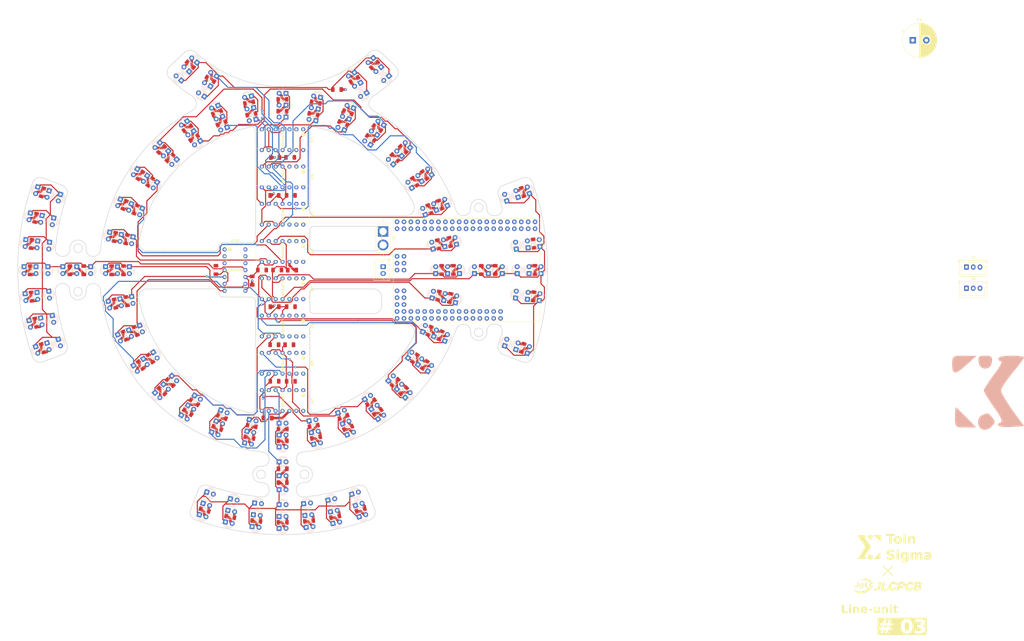
<source format=kicad_pcb>
(kicad_pcb (version 20240108) (generator "pcbnew") (generator_version "8.0")
  (layers (0 "F.Cu" signal) (1 "In1.Cu" signal) (2 "In2.Cu" signal) (31 "B.Cu" signal) (34 "B.Paste" user) (35 "F.Paste" user) (36 "B.SilkS" user "B.Silkscreen") (37 "F.SilkS" user "F.Silkscreen") (38 "B.Mask" user) (39 "F.Mask" user) (44 "Edge.Cuts" user))
  (net 0 "")
  (net 1 "GND")
  (net 2 "Net-(D1-A)")
  (net 3 "Net-(D2-A)")
  (net 4 "Net-(D3-A)")
  (net 5 "Net-(D4-A)")
  (net 6 "Net-(D5-A)")
  (net 7 "Net-(D6-A)")
  (net 8 "Net-(D7-A)")
  (net 9 "Net-(D8-A)")
  (net 10 "Net-(D9-A)")
  (net 11 "Net-(D10-A)")
  (net 12 "Net-(D11-A)")
  (net 13 "Net-(D12-A)")
  (net 14 "Net-(D13-A)")
  (net 15 "Net-(D14-A)")
  (net 16 "Net-(D15-A)")
  (net 17 "Net-(D16-A)")
  (net 18 "Net-(D17-A)")
  (net 19 "Net-(D18-A)")
  (net 20 "Net-(D19-A)")
  (net 21 "Net-(D20-A)")
  (net 22 "Net-(D21-A)")
  (net 23 "Net-(D22-A)")
  (net 24 "Net-(D23-A)")
  (net 25 "Net-(D24-A)")
  (net 26 "Net-(D25-A)")
  (net 27 "Net-(D26-A)")
  (net 28 "Net-(D27-A)")
  (net 29 "Net-(D28-A)")
  (net 30 "Net-(D29-A)")
  (net 31 "Net-(D30-A)")
  (net 32 "Net-(D31-A)")
  (net 33 "Net-(D32-A)")
  (net 34 "Net-(D33-A)")
  (net 35 "Net-(D34-A)")
  (net 36 "Net-(D35-A)")
  (net 37 "Net-(D36-A)")
  (net 38 "Net-(D37-A)")
  (net 39 "Net-(D38-A)")
  (net 40 "Net-(D39-A)")
  (net 41 "Net-(D40-A)")
  (net 42 "Net-(D41-A)")
  (net 43 "Net-(D42-A)")
  (net 44 "Net-(D43-A)")
  (net 45 "Net-(D44-A)")
  (net 46 "Net-(D45-A)")
  (net 47 "Net-(D46-A)")
  (net 48 "Net-(D47-A)")
  (net 49 "Net-(D48-A)")
  (net 50 "Net-(D49-A)")
  (net 51 "Net-(D50-A)")
  (net 52 "Net-(D51-A)")
  (net 53 "Net-(D52-A)")
  (net 54 "Net-(D53-A)")
  (net 55 "Net-(D54-A)")
  (net 56 "Net-(D55-A)")
  (net 57 "+5V")
  (net 58 "TX_5V")
  (net 59 "RX_5V")
  (net 60 "ballcatch_right")
  (net 61 "ballcatch_left")
  (net 62 "boundary1")
  (net 63 "boundary2")
  (net 64 "linesig1")
  (net 65 "linesig2")
  (net 66 "linesig3")
  (net 67 "linesig4")
  (net 68 "linesig5")
  (net 69 "linesig6")
  (net 70 "linesig7")
  (net 71 "linesig8")
  (net 72 "linesig9")
  (net 73 "linesig10")
  (net 74 "linesig11")
  (net 75 "linesig12")
  (net 76 "linesig13")
  (net 77 "linesig14")
  (net 78 "linesig15")
  (net 79 "linesig16")
  (net 80 "linesig17")
  (net 81 "linesig18")
  (net 82 "linesig19")
  (net 83 "linesig20")
  (net 84 "linesig21")
  (net 85 "linesig22")
  (net 86 "linesig23")
  (net 87 "linesig24")
  (net 88 "linesig25")
  (net 89 "linesig26")
  (net 90 "linesig27")
  (net 91 "linesig28")
  (net 92 "linesig29")
  (net 93 "linesig30")
  (net 94 "linesig31")
  (net 95 "linesig32")
  (net 96 "linesig33")
  (net 97 "linesig34")
  (net 98 "linesig35")
  (net 99 "linesig36")
  (net 100 "boundary3")
  (net 101 "boundary4")
  (net 102 "boundary5")
  (net 103 "boundary6")
  (net 104 "boundary7")
  (net 105 "boundary8")
  (net 106 "Net-(D56-A)")
  (net 107 "Net-(D57-A)")
  (net 108 "Net-(D58-A)")
  (net 109 "boundary1_raw")
  (net 110 "sig1")
  (net 111 "sig2")
  (net 112 "sig3")
  (net 113 "sig4")
  (net 114 "sig5")
  (net 115 "sig6")
  (net 116 "sig7")
  (net 117 "sig8")
  (net 118 "sig9")
  (net 119 "sig10")
  (net 120 "sig11")
  (net 121 "sig12")
  (net 122 "sig13")
  (net 123 "sig14")
  (net 124 "sig15")
  (net 125 "sig16")
  (net 126 "sig17")
  (net 127 "sig18")
  (net 128 "sig19")
  (net 129 "sig20")
  (net 130 "sig21")
  (net 131 "sig22")
  (net 132 "sig23")
  (net 133 "sig24")
  (net 134 "sig25")
  (net 135 "sig26")
  (net 136 "sig27")
  (net 137 "sig28")
  (net 138 "sig29")
  (net 139 "sig30")
  (net 140 "sig31")
  (net 141 "sig32")
  (net 142 "sig33")
  (net 143 "sig34")
  (net 144 "sig35")
  (net 145 "sig36")
  (net 146 "boundary2_raw")
  (net 147 "boundary3_raw")
  (net 148 "boundary4_raw")
  (net 149 "boundary5_raw")
  (net 150 "boundary6_raw")
  (net 151 "boundary7_raw")
  (net 152 "boundary8_raw")
  (net 153 "SDA")
  (net 155 "boundary9_raw")
  (net 184 "SCL")
  (net 186 "boundary9")
  (footprint "Capacitor_THT:CP_Radial_D12.5mm_P5.00mm" (layer "F.Cu") (at 325.317082 0.6)
    (property "Reference" "C1")
    (property "Value" "1000uF")
  )
  (footprint "@3pare:R-1206_3216-Handsolder" (layer "F.Cu") (at 68.85225 85.26975 -90)
    (property "Reference" "R101")
    (property "Value" "1k")
  )
  (footprint "@3pare:R-1206_3216-Handsolder" (layer "F.Cu") (at 66.872522 15.014151 -30.9)
    (property "Reference" "R66")
    (property "Value" "75")
  )
  (footprint "@3pare:C-1206_3216-Handsolder" (layer "F.Cu") (at 90.35225 112.76975)
    (property "Reference" "C8")
    (property "Value" "10uF")
  )
  (footprint "@3pare:R-1206_3216-Handsolder" (layer "F.Cu") (at 35.206043 109.354597 112.5)
    (property "Reference" "R23")
    (property "Value" "75")
  )
  (footprint "Connector_AMASS:AMASS_XT30U-F_1x02_P5.0mm_Vertical" (layer "F.Cu") (at 130.35225 71.01975 -90)
    (property "Reference" "J1")
    (property "Value" "Conn_01x02_Pin")
  )
  (footprint "@3pare:R-1206_3216-Handsolder" (layer "F.Cu") (at 0.923374 94.984416 96)
    (property "Reference" "R85")
    (property "Value" "75")
  )
  (footprint "@3pare:R-1206_3216-Handsolder" (layer "F.Cu") (at 185.781126 94.984416 -96)
    (property "Reference" "R72")
    (property "Value" "75")
  )
  (footprint "@3pare:R-1206_3216-Handsolder" (layer "F.Cu") (at 48.84907 129.772829 135)
    (property "Reference" "R21")
    (property "Value" "75")
  )
  (footprint "@3pare:R-1206_3216-Handsolder" (layer "F.Cu") (at 90.35225 126.23975 180)
    (property "Reference" "R100")
    (property "Value" "1k")
  )
  (footprint "@3pare:R-1206_3216-Handsolder" (layer "F.Cu") (at 137.855429 129.772829 -135)
    (property "Reference" "R13")
    (property "Value" "75")
  )
  (footprint "@3pare:R-1206_3216-Handsolder" (layer "F.Cu") (at 96.35225 126.26975 180)
    (property "Reference" "R99")
    (property "Value" "1k")
  )
  (footprint "Connector_JST:JST_XH_B2B-XH-A_1x02_P2.50mm_Vertical" (layer "F.Cu") (at 130.37725 84.01975 -90)
    (property "Reference" "J2")
    (property "Value" "Conn_01x02_Pin")
  )
  (footprint "@3pare:R-1206_3216-Handsolder" (layer "F.Cu") (at 35.915502 96.694529 101.25)
    (property "Reference" "R56")
    (property "Value" "10k")
  )
  (footprint "@3pare:R-1206_3216-Handsolder" (layer "F.Cu") (at 142.044773 117.804953 -123.75)
    (property "Reference" "R44")
    (property "Value" "10k")
  )
  (footprint "@3pare:R-1206_3216-Handsolder" (layer "F.Cu") (at 93.35225 22.33265)
    (property "Reference" "R1")
    (property "Value" "75")
  )
  (footprint "@3pare:R-1206_3216-Handsolder" (layer "F.Cu") (at 113.35225 18.76975 180)
    (property "Reference" "R91")
    (property "Value" "10k")
  )
  (footprint "@3pare:R-1206_3216-Handsolder" (layer "F.Cu") (at 96.10225 43.76975 180)
    (property "Reference" "R95")
    (property "Value" "1k")
  )
  (footprint "@3pare:R-1206_3216-Handsolder" (layer "F.Cu") (at 151.498456 109.354597 -112.5)
    (property "Reference" "R11")
    (property "Value" "75")
  )
  (footprint "@3pare:R-1206_3216-Handsolder" (layer "F.Cu") (at 81.92737 27.832902 11.25)
    (property "Reference" "R64")
    (property "Value" "10k")
  )
  (footprint "@3pare:R-1206_3216-Handsolder" (layer "F.Cu") (at 60.816946 36.577126 33.75)
    (property "Reference" "R62")
    (property "Value" "10k")
  )
  (footprint "@3pare:R-1206_3216-Handsolder" (layer "F.Cu") (at 39.248016 62.858942 67.5)
    (property "Reference" "R59")
    (property "Value" "10k")
  )
  (footprint "@3pare:C-1206_3216-Handsolder" (layer "F.Cu") (at 90.60225 43.76975 180)
    (property "Reference" "C2")
    (property "Value" "10uF")
  )
  (footprint "@3pare:R-1206_3216-Handsolder" (layer "F.Cu") (at 134.761837 43.860062 -45)
    (property "Reference" "R37")
    (property "Value" "10k")
  )
  (footprint "@3pare:R-1206_3216-Handsolder" (layer "F.Cu") (at 74.029353 176.176832 168)
    (property "Reference" "R80")
    (property "Value" "75")
  )
  (footprint "@3pare:C-1206_3216-Handsolder" (layer "F.Cu") (at 90.39475 98.76975 180)
    (property "Reference" "C5")
    (property "Value" "10uF")
  )
  (footprint "@3pare:R-1206_3216-Handsolder" (layer "F.Cu") (at 83.637584 177.698626 174)
    (property "Reference" "R79")
    (property "Value" "75")
  )
  (footprint "@3pare:R-1206_3216-Handsolder" (layer "F.Cu") (at 85.75225 85.26975 180)
    (property "Reference" "R102")
    (property "Value" "1k")
  )
  (footprint "@3pare:R-1206_3216-Handsolder" (layer "F.Cu") (at 30.41525 85.26965 90)
    (property "Reference" "R25")
    (property "Value" "75")
  )
  (footprint "@3pare:R-1206_3216-Handsolder" (layer "F.Cu") (at 48.84907 40.76647 45)
    (property "Reference" "R29")
    (property "Value" "75")
  )
  (footprint "@3pare:R-1206_3216-Handsolder" (layer "F.Cu") (at 115.762957 139.373883 -157.5)
    (property "Reference" "R47")
    (property "Value" "10k")
  )
  (footprint "@3pare:R-1206_3216-Handsolder" (layer "F.Cu") (at 69.267302 143.415856 157.5)
    (property "Reference" "R19")
    (property "Value" "75")
  )
  (footprint "@3pare:C-1206_3216-Handsolder" (layer "F.Cu") (at 87.85225 139.76975)
    (property "Reference" "C7")
    (property "Value" "10uF")
  )
  (footprint "@3pare:R-1206_3216-Handsolder" (layer "F.Cu") (at 181.741541 56.550329 -72)
    (property "Reference" "R69")
    (property "Value" "75")
  )
  (footprint "@3pare:R-1206_3216-Handsolder" (layer "F.Cu") (at 93.35225 158.45775 180)
    (property "Reference" "R93")
    (property "Value" "10k")
  )
  (footprint "@3pare:R-1206_3216-Handsolder" (layer "F.Cu") (at 4.962959 56.550329 72)
    (property "Reference" "R89")
    (property "Value" "75")
  )
  (footprint "@3pare:R-1206_3216-Handsolder" (layer "F.Cu") (at 171.66525 85.26975 -90)
    (property "Reference" "R74")
    (property "Value" "75")
  )
  (footprint "@3pare:R-1206_3216-Handsolder" (layer "F.Cu") (at 81.07385 23.541966 11.25)
    (property "Reference" "R32")
    (property "Value" "75")
  )
  (footprint "@3pare:R-1206_3216-Handsolder" (layer "F.Cu") (at 150.788997 94.743775 -101.25)
    (property "Reference" "R42")
    (property "Value" "10k")
  )
  (footprint "@3pare:R-1206_3216-Handsolder" (layer "F.Cu") (at 155.079933 95.597295 -101.25)
    (property "Reference" "R10")
    (property "Value" "75")
  )
  (footprint "@3pare:R-1206_3216-Handsolder" (layer "F.Cu") (at 93.35225 148.20665 180)
    (property "Reference" "R17")
    (property "Value" "75")
  )
  (footprint "@3pare:R-1206_3216-Handsolder" (layer "F.Cu") (at 137.855429 40.76647 -45)
    (property "Reference" "R5")
    (property "Value" "75")
  )
  (footprint "@3pare:R-1206_3216-Handsolder" (layer "F.Cu") (at 44.659726 117.804953 123.75)
    (property "Reference" "R54")
    (property "Value" "10k")
  )
  (footprint "@3pare:R-1206_3216-Handsolder" (layer "F.Cu") (at 134.761837 126.679237 -135)
    (property "Reference" "R45")
    (property "Value" "10k")
  )
  (footprint "@3pare:R-1206_3216-Handsolder" (layer "F.Cu") (at 81.07385 146.997333 168.75)
    (property "Reference" "R18")
    (property "Value" "75")
  )
  (footprint "@3pare:R-1206_3216-Handsolder" (layer "F.Cu") (at 20.16425 85.26975 90)
    (property "Reference" "R94")
    (property "Value" "10k")
  )
  (footprint "@3pare:R-1206_3216-Handsolder" (layer "F.Cu") (at 93.35225 163.58275 180)
    (property "Reference" "R82")
    (property "Value" "75")
  )
  (footprint "@3pare:LM339" (layer "F.Cu") (at 93.35225 92.13375 -90)
    (property "Reference" "U6")
    (property "Value" "~" (hide yes))
  )
  (footprint "@3pare:R-1206_3216-Handsolder" (layer "F.Cu") (at 122.071671 173.659041 -162)
    (property "Reference" "R75")
    (property "Value" "75")
  )
  (footprint "@3pare:R-1206_3216-Handsolder" (layer "F.Cu") (at 15.03925 85.26975 90)
    (property "Reference" "R90")
    (property "Value" "75")
  )
  (footprint "@3pare:R-1206_3216-Handsolder" (layer "F.Cu") (at 181.741541 113.989171 -108)
    (property "Reference" "R73")
    (property "Value" "75")
  )
  (footprint "@3pare:R-1206_3216-Handsolder" (layer "F.Cu") (at 103.066916 177.698626 -174)
    (property "Reference" "R77")
    (property "Value" "75")
  )
  (footprint "@3pare:R-1206_3216-Handsolder" (layer "F.Cu") (at 31.624566 97.548049 101.25)
    (property "Reference" "R24")
    (property "Value" "75")
  )
  (footprint "@3pare:R-1206_3216-Handsolder" (layer "F.Cu") (at 128.318173 137.599852 -146.25)
    (property "Reference" "R14")
    (property "Value" "75")
  )
  (footprint "@3pare:LM339" (layer "F.Cu") (at 93.35225 133.31475 -90)
    (property "Reference" "U9")
    (property "Value" "~" (hide yes))
  )
  (footprint "@3pare:LM339" (layer "F.Cu") (at 93.35225 50.95275 -90)
    (property "Reference" "U3")
    (property "Value" "~" (hide yes))
  )
  (footprint "@3pare:C-1206_3216-Handsolder" (layer "F.Cu") (at 96.85225 85.26975)
    (property "Reference" "C4")
    (property "Value" "10uF")
  )
  (footprint "@3pare:R-1206_3216-Handsolder" (layer "F.Cu") (at 70.941542 31.165416 22.5)
    (property "Reference" "R63")
    (property "Value" "10k")
  )
  (footprint "@3pare:R-1206_3216-Handsolder" (layer "F.Cu") (at 91.35225 85.26975 180)
    (property "Reference" "R97")
    (property "Value" "1k")
  )
  (footprint "@3pare:R-1206_3216-Handsolder" (layer "F.Cu") (at 151.498456 61.184702 -67.5)
    (property "Reference" "R7")
    (property "Value" "75")
  )
  (footprint "@3pare:R-1206_3216-Handsolder" (layer "F.Cu") (at 93.35225 143.83165 180)
    (property "Reference" "R49")
    (property "Value" "10k")
  )
  (footprint "@3pare:R-1206_3216-Handsolder" (layer "F.Cu") (at 142.044773 52.734346 -56.25)
    (property "Reference" "R38")
    (property "Value" "10k")
  )
  (footprint "@3pare:R-1206_3216-Handsolder" (layer "F.Cu") (at 125.887553 36.577126 -33.75)
    (property "Reference" "R36")
    (property "Value" "10k")
  )
  (footprint "@3pare:R-1206_3216-Handsolder" (layer "F.Cu") (at 60.816946 133.962173 146.25)
    (property "Reference" "R52")
    (property "Value" "10k")
  )
  (footprint "@3pare:R-1206_3216-Handsolder" (layer "F.Cu") (at 151.91425 85.26965 -90)
    (property "Reference" "R41")
    (property "Value" "10k")
  )
  (footprint "@3pare:R-1206_3216-Handsolder" (layer "F.Cu") (at 117.437197 143.415856 -157.5)
    (property "Reference" "R15")
    (property "Value" "75")
  )
  (footprint "@3pare:R-1206_3216-Handsolder" (layer "F.Cu") (at 81.92737 142.706397 168.75)
    (property "Reference" "R50")
    (property "Value" "10k")
  )
  (footprint "@3pare:R-1206_3216-Handsolder" (layer "F.Cu") (at 104.777129 27.832902 -11.25)
    (property "Reference" "R34")
    (property "Value" "10k")
  )
  (footprint "@3pare:LM339" (layer "F.Cu") (at 93.35225 78.40675 -90)
    (property "Reference" "U5")
    (property "Value" "~" (hide yes))
  )
  (footprint "@3pare:LM339" (layer "F.Cu") (at 93.35225 105.86075 -90)
    (property "Reference" "U7")
    (property "Value" "~" (hide yes))
  )
  (footprint "@3pare:R-1206_3216-Handsolder" (layer "F.Cu") (at 186.29025 85.26975 -90)
    (property "Reference" "R71")
    (property "Value" "75")
  )
  (footprint "@3pare:R-1206_3216-Handsolder" (layer "F.Cu") (at 64.632829 173.659041 162)
    (property "Reference" "R81")
    (property "Value" "75")
  )
  (footprint "@3pare:R-1206_3216-Handsolder" (layer "F.Cu") (at 69.267302 27.123443 22.5)
    (property "Reference" "R31")
    (property "Value" "75")
  )
  (footprint "@3pare:R-1206_3216-Handsolder" (layer "F.Cu") (at 150.667591 75.804531 -78.75)
    (property "Reference" "R40")
    (property "Value" "10k")
  )
  (footprint "@3pare:R-1206_3216-Handsolder" (layer "F.Cu") (at 147.456483 107.680357 -112.5)
    (property "Reference" "R43")
    (property "Value" "10k")
  )
  (footprint "@3pare:R-1206_3216-Handsolder" (layer "F.Cu") (at 145.682452 120.235573 -123.75)
    (property "Reference" "R12")
    (property "Value" "75")
  )
  (footprint "@3pare:R-1206_3216-Handsolder" (layer "F.Cu") (at 185.781126 75.555084 -84)
    (property "Reference" "R70")
    (property "Value" "75")
  )
  (footprint "Connector_JST:JST_XH_B3B-XH-A_1x03_P2.50mm_Vertical" (layer "F.Cu") (at 345.075 91.95)
    (property "Reference" "J5")
    (property "Value" "Conn_01x03_Pin")
  )
  (footprint "@3pare:R-1206_3216-Handsolder" (layer "F.Cu") (at 51.942662 126.679237 135)
    (property "Reference" "R53")
    (property "Value" "10k")
  )
  (footprint "@3pare:R-1206_3216-Handsolder" (layer "F.Cu") (at 127.24849 9.625739 41.1)
    (property "Reference" "R68")
    (property "Value" "75")
  )
  (footprint "@3pare:R-1206_3216-Handsolder" (layer "F.Cu") (at 112.675147 176.176832 -168)
    (property "Reference" "R76")
    (property "Value" "75")
  )
  (footprint "@3pare:R-1206_3216-Handsolder" (layer "F.Cu") (at 93.35225 178.20775 180)
    (property "Reference" "R78")
    (property "Value" "75")
  )
  (footprint "@3pare:R-1206_3216-Handsolder" (layer "F.Cu") (at 0.923374 75.555084 84)
    (property "Reference" "R87")
    (property "Value" "75")
  )
  (footprint "@3pare:R-1206_3216-Handsolder" (layer "F.Cu") (at 96.35225 98.76975 180)
    (property "Reference" "R98")
    (property "Value" "1k")
  )
  (footprint "@3pare:R-1206_3216-Handsolder" (layer "F.Cu") (at 0.41425 85.26975 90)
    (property "Reference" "R86")
    (property "Value" "75")
  )
  (footprint "@3pare:LM339" (layer "F.Cu") (at 93.35225 64.67975 -90)
    (property "Reference" "U4")
    (property "Value" "~" (hide yes))
  )
  (footprint "@3pare:R-1206_3216-Handsolder" (layer "F.Cu") (at 2.445168 65.946853 78)
    (property "Reference" "R88")
    (property "Value" "75")
  )
  (footprint "@3pare:R-1206_3216-Handsolder" (layer "F.Cu") (at 93.35225 26.70765)
    (property "Reference" "R33")
    (property "Value" "10k")
  )
  (footprint "@3pare:R-1206_3216-Handsolder" (layer "F.Cu") (at 115.762957 31.165416 -22.5)
    (property "Reference" "R35")
    (property "Value" "10k")
  )
  (footprint "@3pare:R-1206_3216-Handsolder" (layer "F.Cu") (at 59.45601 9.625739 -41.1)
    (property "Reference" "R65")
    (property "Value" "75")
  )
  (footprint "@3pare:R-1206_3216-Handsolder" (layer "F.Cu") (at 156.28925 85.26965 -90)
    (property "Reference" "R9")
    (property "Value" "75")
  )
  (footprint "@3pare:R-1206_3216-Handsolder" (layer "F.Cu") (at 58.386326 137.599852 146.25)
    (property "Reference" "R20")
    (property "Value" "75")
  )
  (footprint "@3pare:LM339" (layer "F.Cu") (at 93.35225 37.22575 -90)
    (property "Reference" "U2")
    (property "Value" "~" (hide yes))
  )
  (footprint "@3pare:MODULE_MEGA_PRO_EMBED_CH340G___ATMEGA2560" (layer "F.Cu") (at 161.10225 85.26975 180)
    (property "Reference" "U1")
    (property "Value" "MEGA_PRO_EMBED_CH340G_{slash}_ATMEGA2560")
  )
  (footprint "@3pare:R-1206_3216-Handsolder" (layer "F.Cu") (at 119.831978 15.014151 30.9)
    (property "Reference" "R67")
    (property "Value" "75")
  )
  (footprint "@3pare:C-1206_3216-Handsolder" (layer "F.Cu") (at 90.35225 57.76975 180)
    (property "Reference" "C3")
    (property "Value" "10uF")
  )
  (footprint "@3pare:R-1206_3216-Handsolder" (layer "F.Cu") (at 147.456483 62.858942 -67.5)
    (property "Reference" "R39")
    (property "Value" "10k")
  )
  (footprint "@3pare:LM339" (layer "F.Cu") (at 75.85225 85.26975)
    (property "Reference" "U10")
    (property "Value" "~" (hide yes))
  )
  (footprint "@3pare:R-1206_3216-Handsolder" (layer "F.Cu") (at 70.941542 139.373883 157.5)
    (property "Reference" "R51")
    (property "Value" "10k")
  )
  (footprint "@3pare:LM339" (layer "F.Cu") (at 93.35225 119.58775 -90)
    (property "Reference" "U8")
    (property "Value" "~" (hide yes))
  )
  (footprint "@3pare:R-1206_3216-Handsolder" (layer "F.Cu") (at 105.630649 23.541966 -11.25)
    (property "Reference" "R2")
    (property "Value" "75")
  )
  (footprint "@3pare:R-1206_3216-Handsolder" (layer "F.Cu") (at 125.887553 133.962173 -146.25)
    (property "Reference" "R46")
    (property "Value" "10k")
  )
  (footprint "@3pare:R-1206_3216-Handsolder" (layer "F.Cu") (at 117.437197 27.123443 -22.5)
    (property "Reference" "R3")
    (property "Value" "75")
  )
  (footprint "@3pare:R-1206_3216-Handsolder" (layer "F.Cu") (at 58.386326 32.939447 33.75)
    (property "Reference" "R30")
    (property "Value" "75")
  )
  (footprint "@3pare:R-1206_3216-Handsolder" (layer "F.Cu") (at 41.022047 120.235573 123.75)
    (property "Reference" "R22")
    (property "Value" "75")
  )
  (footprint "@3pare:R-1206_3216-Handsolder" (layer "F.Cu") (at 35.206043 61.184702 67.5)
    (property "Reference" "R27")
    (property "Value" "75")
  )
  (footprint "@3pare:R-1206_3216-Handsolder" (layer "F.Cu") (at 4.962959 113.989171 108)
    (property "Reference" "R83")
    (property "Value" "75")
  )
  (footprint "@3pare:R-1206_3216-Handsolder" (layer "F.Cu") (at 2.445168 104.592647 102)
    (property "Reference" "R84")
    (property "Value" "75")
  )
  (footprint "Connector_JST:JST_XH_B3B-XH-A_1x03_P2.50mm_Vertical" (layer "F.Cu") (at 345.075 84.15)
    (property "Reference" "J4")
    (property "Value" "Conn_01x03_Pin")
  )
  (footprint "@3pare:R-1206_3216-Handsolder" (layer "F.Cu") (at 51.942662 43.860062 45)
    (property "Reference" "R61")
    (property "Value" "10k")
  )
  (footprint "@3pare:C-1206_3216-Handsolder" (layer "F.Cu") (at 82.15225 89.16975 -90)
    (property "Reference" "C9")
    (property "Value" "10uF")
  )
  (footprint "@3pare:R-1206_3216-Handsolder" (layer "F.Cu") (at 128.318173 32.939447 -33.75)
    (property "Reference" "R4")
    (property "Value" "75")
  )
  (footprint "@3pare:R-1206_3216-Handsolder" (layer "F.Cu") (at 41.022047 50.303726 56.25)
    (property "Reference" "R28")
    (property "Value" "75")
  )
  (footprint "@3pare:C-1206_3216-Handsolder" (layer "F.Cu") (at 95.85225 112.76975)
    (property "Reference" "C6")
    (property "Value" "10uF")
  )
  (footprint "@3pare:R-1206_3216-Handsolder" (layer "F.Cu") (at 105.630649 146.997333 -168.75)
    (property "Reference" "R16")
    (property "Value" "75")
  )
  (footprint "@3pare:R-1206_3216-Handsolder" (layer "F.Cu") (at 104.777129 142.706397 -168.75)
    (property "Reference" "R48")
    (property "Value" "10k")
  )
  (footprint "@3pare:R-1206_3216-Handsolder" (layer "F.Cu") (at 34.79025 85.26965 90)
    (property "Reference" "R57")
    (property "Value" "10k")
  )
  (footprint "@3pare:R-1206_3216-Handsolder" (layer "F.Cu") (at 166.54025 85.26975 -90)
    (property "Reference" "R92")
    (property "Value" "10k")
  )
  (footprint "@3pare:R-1206_3216-Handsolder" (layer "F.Cu") (at 44.659726 52.734346 56.25)
    (property "Reference" "R60")
    (property "Value" "10k")
  )
  (footprint "@3pare:R-1206_3216-Handsolder" (layer "F.Cu") (at 39.248016 107.680357 112.5)
    (property "Reference" "R55")
    (property "Value" "10k")
  )
  (footprint "@3pare:R-1206_3216-Handsolder" (layer "F.Cu") (at 35.915502 73.84477 78.75)
    (property "Reference" "R58")
    (property "Value" "10k")
  )
  (footprint "@3pare:R-1206_3216-Handsolder" (layer "F.Cu") (at 154.958527 74.951011 -78.75)
    (property "Reference" "R8")
    (property "Value" "75")
  )
  (footprint "@3pare:R-1206_3216-Handsolder" (layer "F.Cu") (at 145.682452 50.303726 -56.25)
    (property "Reference" "R6")
    (property "Value" "75")
  )
  (footprint "@3pare:R-1206_3216-Handsolder" (layer "F.Cu") (at 31.624566 72.99125 78.75)
    (property "Reference" "R26")
    (property "Value" "75")
  )
  (footprint "@3pare:R-1206_3216-Handsolder" (layer "F.Cu") (at 96.35225 57.76975 180)
    (property "Reference" "R96")
    (property "Value" "1k")
  )
  (footprint "@3pare:LED" (layer "B.Cu") (at 42.840482 119.020586 -56.25)
    (property "Reference" "D22")
    (property "Value" "LED")
  )
  (footprint "@3pare:NJL7502L" (layer "B.Cu") (at 2.882999 114.664992 -72)
    (property "Reference" "NJL7502L101")
    (property "Value" "~")
  )
  (footprint "@3pare:NJL7502L" (layer "B.Cu") (at 33.184595 110.191908 -67.5)
    (property "Reference" "NJL7502L45")
    (property "Value" "~")
  )
  (footprint "@3pare:NJL7502L" (layer "B.Cu") (at 102.380896 171.171579 6)
    (property "Reference" "NJL7502L90")
    (property "Value" "~")
  )
  (footprint "@3pare:NJL7502L" (layer "B.Cu") (at 80.646992 149.143291 -11.25)
    (property "Reference" "NJL7502L35")
    (property "Value" "~")
  )
  (footprint "@3pare:NJL7502L" (layer "B.Cu") (at 118.274508 25.101995 157.5)
    (property "Reference" "NJL7502L5")
    (property "Value" "~")
  )
  (footprint "@3pare:NJL7502L" (layer "B.Cu") (at 145.435958 106.843428 67.5)
    (property "Reference" "NJL7502L22")
    (property "Value" "~")
  )
  (footprint "@3pare:LED" (layer "B.Cu") (at 143.864039 119.020586 56.25)
    (property "Reference" "D12")
    (property "Value" "LED")
  )
  (footprint "@3pare:NJL7502L" (layer "B.Cu") (at 157.225891 96.024153 78.75)
    (property "Reference" "NJL7502L19")
    (property "Value" "~")
  )
  (footprint "@3pare:LED" (layer "B.Cu") (at 58.018332 11.273724 138.9)
    (property "Reference" "D33")
    (property "Value" "LED")
  )
  (footprint "@3pare:NJL7502L" (layer "B.Cu") (at 53.489105 125.132794 -45)
    (property "Reference" "NJL7502L42")
    (property "Value" "~")
  )
  (footprint "@3pare:NJL7502L" (layer "B.Cu") (at 8.864751 67.311378 -102)
    (property "Reference" "NJL7502L112")
    (property "Value" "~")
  )
  (footprint "@3pare:LED" (layer "B.Cu") (at 81.500523 25.686989 -168.75)
    (property "Reference" "D32")
    (property "Value" "LED")
  )
  (footprint "@3pare:NJL7502L" (layer "B.Cu") (at 129.533761 139.419108 33.75)
    (property "Reference" "NJL7502L27")
    (property "Value" "~")
  )
  (footprint "@3pare:NJL7502L" (layer "B.Cu") (at 129.533761 31.120191 146.25)
    (property "Reference" "NJL7502L7")
    (property "Value" "~")
  )
  (footprint "@3pare:NJL7502L" (layer "B.Cu") (at 0.305959 65.49215 -102)
    (property "Reference" "NJL7502L111")
    (property "Value" "~")
  )
  (footprint "@3pare:LED" (layer "B.Cu") (at 2.60225 85.26975 -90)
    (property "Reference" "D54")
    (property "Value" "LED")
  )
  (footprint "@3pare:LED" (layer "B.Cu") (at 136.308997 42.312958 135)
    (property "Reference" "D5")
    (property "Value" "LED")
  )
  (footprint "@3pare:NJL7502L" (layer "B.Cu") (at 93.35225 171.64475)
    (property "Reference" "NJL7502L92")
    (property "Value" "~")
  )
  (footprint "@3pare:NJL7502L" (layer "B.Cu") (at 174.22725 85.26975 90)
    (property "Reference" "NJL7502L83")
    (property "Value" "~")
  )
  (footprint "@3pare:NJL7502L" (layer "B.Cu") (at 83.40898 179.873645 -6)
    (property "Reference" "NJL7502L93")
    (property "Value" "~")
  )
  (footprint "@3pare:NJL7502L" (layer "B.Cu") (at 122.747492 175.739001 18)
    (property "Reference" "NJL7502L85")
    (property "Value" "~")
  )
  (footprint "@3pare:NJL7502L" (layer "B.Cu") (at 46.47815 53.949378 -123.75)
    (property "Reference" "NJL7502L56")
    (property "Value" "~")
  )
  (footprint "@3pare:NJL7502L" (layer "B.Cu") (at 68.429991 25.101995 -157.5)
    (property "Reference" "NJL7502L61")
    (property "Value" "~")
  )
  (footprint "@3pare:NJL7502L" (layer "B.Cu") (at 84.323604 171.171579 -6)
    (property "Reference" "NJL7502L94")
    (property "Value" "~")
  )
  (footprint "@3pare:NJL7502L" (layer "B.Cu") (at 158.47725 85.26965 90)
    (property "Reference" "NJL7502L17")
    (property "Value" "~")
  )
  (footprint "@3pare:LED" (layer "B.Cu") (at 17.60225 85.26975 -90)
    (property "Reference" "D58")
    (property "Value" "LED")
  )
  (footprint "@3pare:NJL7502L" (layer "B.Cu") (at 183.821501 55.874508 108)
    (property "Reference" "NJL7502L73")
    (property "Value" "~")
  )
  (footprint "@3pare:NJL7502L" (layer "B.Cu") (at 71.778471 33.185941 -157.5)
    (property "Reference" "NJL7502L62")
    (property "Value" "~")
  )
  (footprint "@3pare:LED" (layer "B.Cu") (at 4.585355 66.401764 -102)
    (property "Reference" "D56")
    (property "Value" "LED")
  )
  (footprint "@3pare:NJL7502L" (layer "B.Cu") (at 145.435958 63.695871 112.5)
    (property "Reference" "NJL7502L14")
    (property "Value" "~")
  )
  (footprint "@3pare:NJL7502L" (layer "B.Cu") (at 125.810154 7.976884 -138.9)
    (property "Reference" "NJL7502L71")
    (property "Value" "~")
  )
  (footprint "@3pare:LED" (layer "B.Cu") (at 83.866292 175.522612 -6)
    (property "Reference" "D47")
    (property "Value" "LED")
  )
  (footprint "@3pare:NJL7502L" (layer "B.Cu") (at 179.254079 76.241104 96)
    (property "Reference" "NJL7502L76")
    (property "Value" "~")
  )
  (footprint "@3pare:NJL7502L" (layer "B.Cu") (at 38.060479 96.267866 -78.75)
    (property "Reference" "NJL7502L48")
    (property "Value" "~")
  )
  (footprint "@3pare:NJL7502L" (layer "B.Cu") (at 118.70835 13.136647 -149.1)
    (property "Reference" "NJL7502L69")
    (property "Value" "~")
  )
  (footprint "@3pare:NJL7502L" (layer "B.Cu") (at 36.97725 85.26965 -90)
    (property "Reference" "NJL7502L50")
    (property "Value" "~")
  )
  (footprint "@3pare:NJL7502L" (layer "B.Cu") (at 68.429991 145.437304 -22.5)
    (property "Reference" "NJL7502L37")
    (property "Value" "~")
  )
  (footprint "@3pare:LED" (layer "B.Cu") (at 179.660629 113.313042 72)
    (property "Reference" "D41")
    (property "Value" "LED")
  )
  (footprint "@3pare:LED" (layer "B.Cu") (at 70.104242 141.395376 -22.5)
    (property "Reference" "D19")
    (property "Value" "LED")
  )
  (footprint "@3pare:LED" (layer "B.Cu") (at 81.500523 144.8524 -11.25)
    (property "Reference" "D18")
    (property "Value" "LED")
  )
  (footprint "@3pare:LED" (layer "B.Cu") (at 149.477942 108.517713 67.5)
    (property "Reference" "D11")
    (property "Value" "LED")
  )
  (footprint "@3pare:LED" (layer "B.Cu") (at 120.955093 16.890681 -149.1)
    (property "Reference" "D35")
    (property "Value" "LED")
  )
  (footprint "@3pare:LED" (layer "B.Cu") (at 183.605112 75.783792 96)
    (property "Reference" "D38")
    (property "Value" "LED")
  )
  (footprint "@3pare:NJL7502L" (layer "B.Cu") (at 148.64402 94.317112 78.75)
    (property "Reference" "NJL7502L20")
    (property "Value" "~")
  )
  (footprint "@3pare:LED" (layer "B.Cu") (at 112.220236 174.036645 12)
    (property "Reference" "D44")
    (property "Value" "LED")
  )
  (footprint "@3pare:LED" (layer "B.Cu") (at 102.838208 175.522612 6)
    (property "Reference" "D45")
    (property "Value" "LED")
  )
  (footprint "@3pare:NJL7502L" (layer "B.Cu") (at 62.031978 132.143749 -33.75)
    (property "Reference" "NJL7502L40")
    (property "Value" "~")
  )
  (footprint "@3pare:LED" (layer "B.Cu") (at 50.395524 128.226431 -45)
    (property "Reference" "D21")
    (property "Value" "LED")
  )
  (footprint "@3pare:NJL7502L" (layer "B.Cu") (at 80.646992 21.396008 -168.75)
    (property "Reference" "NJL7502L63")
    (property "Value" "~")
  )
  (footprint "@3pare:NJL7502L" (layer "B.Cu") (at 0.305959 105.04735 -78)
    (property "Reference" "NJL7502L103")
    (property "Value" "~")
  )
  (footprint "@3pare:NJL7502L" (layer "B.Cu") (at 183.821501 114.664992 72)
    (property "Reference" "NJL7502L81")
    (property "Value" "~")
  )
  (footprint "@3pare:NJL7502L" (layer "B.Cu") (at 139.402579 39.21932 135)
    (property "Reference" "NJL7502L9")
    (property "Value" "~")
  )
  (footprint "@3pare:LED" (layer "B.Cu") (at 33.769555 97.121432 -78.75)
    (property "Reference" "D24")
    (property "Value" "LED")
  )
  (footprint "@3pare:NJL7502L" (layer "B.Cu") (at 131.562187 14.570564 -138.9)
    (property "Reference" "NJL7502L72")
    (property "Value" "~")
  )
  (footprint "@3pare:NJL7502L" (layer "B.Cu") (at 149.72725 85.26965 90)
    (property "Reference" "NJL7502L18")
    (property "Value" "~")
  )
  (footprint "@3pare:LED" (layer "B.Cu") (at 127.103152 135.781473 33.75)
    (property "Reference" "D14")
    (property "Value" "LED")
  )
  (footprint "@3pare:LED" (layer "B.Cu") (at 169.10225 85.26975 90)
    (property "Reference" "D42")
    (property "Value" "LED")
  )
  (footprint "@3pare:NJL7502L" (layer "B.Cu") (at 7.450421 94.298396 -84)
    (property "Reference" "NJL7502L106")
    (property "Value" "~")
  )
  (footprint "@3pare:LED" (layer "B.Cu") (at 149.477942 62.021676 112.5)
    (property "Reference" "D7")
    (property "Value" "LED")
  )
  (footprint "@3pare:NJL7502L" (layer "B.Cu") (at 82.354033 29.977879 -168.75)
    (property "Reference" "NJL7502L64")
    (property "Value" "~")
  )
  (footprint "@3pare:NJL7502L" (layer "B.Cu") (at 175.499757 58.578407 108)
    (property "Reference" "NJL7502L74")
    (property "Value" "~")
  )
  (footprint "@3pare:NJL7502L" (layer "B.Cu") (at 147.501708 49.088138 123.75)
    (property "Reference" "NJL7502L11")
    (property "Value" "~")
  )
  (footprint "@3pare:LED" (layer "B.Cu") (at 74.484264 174.036645 -12)
    (property "Reference" "D48")
    (property "Value" "LED")
  )
  (footprint "@3pare:NJL7502L" (layer "B.Cu") (at 93.35225 141.64465)
    (property "Reference" "NJL7502L34")
    (property "Value" "~")
  )
  (footprint "@3pare:LED" (layer "B.Cu") (at 59.601369 135.781473 -33.75)
    (property "Reference" "D20")
    (property "Value" "LED")
  )
  (footprint "@3pare:NJL7502L" (layer "B.Cu") (at 106.057507 149.143291 11.25)
    (property "Reference" "NJL7502L31")
    (property "Value" "~")
  )
  (footprint "@3pare:NJL7502L" (layer "B.Cu") (at 41.268541 63.695871 -112.5)
    (property "Reference" "NJL7502L54")
    (property "Value" "~")
  )
  (footprint "@3pare:NJL7502L" (layer "B.Cu") (at 124.672521 38.39555 146.25)
    (property "Reference" "NJL7502L8")
    (property "Value" "~")
  )
  (footprint "@3pare:NJL7502L" (layer "B.Cu") (at 28.22725 85.26965 -90)
    (property "Reference" "NJL7502L49")
    (property "Value" "~")
  )
  (footprint "@3pare:LED" (layer "B.Cu") (at 152.81356 75.377718 101.25)
    (property "Reference" "D8")
    (property "Value" "LED")
  )
  (footprint "@3pare:NJL7502L" (layer "B.Cu") (at 11.204743 111.961093 -72)
    (property "Reference" "NJL7502L102")
    (property "Value" "~")
  )
  (footprint "@3pare:LED" (layer "B.Cu") (at 33.769555 73.417957 -101.25)
    (property "Reference" "D26")
    (property "Value" "LED")
  )
  (footprint "@3pare:LED" (layer "B.Cu") (at 128.68617 11.273724 -138.9)
    (property "Reference" "D36")
    (property "Value" "LED")
  )
  (footprint "@3pare:NJL7502L" (layer "B.Cu") (at -1.251645 95.21302 -84)
    (property "Reference" "NJL7502L105")
    (property "Value" "~")
  )
  (footprint "@3pare:LED" (layer "B.Cu") (at 70.104242 29.144013 -157.5)
    (property "Reference" "D31")
    (property "Value" "LED")
  )
  (footprint "@3pare:NJL7502L" (layer "B.Cu") (at 133.215394 45.406505 135)
    (property "Reference" "NJL7502L10")
    (property "Value" "~")
  )
  (footprint "@3pare:LED" (layer "B.Cu") (at 154.102261 85.269695 90)
    (property "Reference" "D9")
    (property "Value" "LED")
  )
  (footprint "@3pare:LED" (layer "B.Cu") (at 105.203998 144.8524 11.25)
    (property "Reference" "D16")
    (property "Value" "LED")
  )
  (footprint "@3pare:NJL7502L" (layer "B.Cu") (at 38.060479 74.271433 -101.25)
    (property "Reference" "NJL7502L52")
    (property "Value" "~")
  )
  (footprint "@3pare:NJL7502L" (layer "B.Cu") (at 93.35225 166.14475)
    (property "Reference" "NJL7502L99")
    (property "Value" "~")
  )
  (footprint "@3pare:LED" (layer "B.Cu") (at 4.585355 104.137736 -78)
    (property "Reference" "D52")
    (property "Value" "LED")
  )
  (footprint "@3pare:NJL7502L" (layer "B.Cu") (at 47.30192 131.319979 -45)
    (property "Reference" "NJL7502L41")
    (property "Value" "~")
  )
  (footprint "@3pare:NJL7502L" (layer "B.Cu") (at 53.489105 45.406505 -135)
    (property "Reference" "NJL7502L58")
    (property "Value" "~")
  )
  (footprint "@3pare:NJL7502L" (layer "B.Cu") (at 153.519904 110.191908 67.5)
    (property "Reference" "NJL7502L21")
    (property "Value" "~")
  )
  (footprint "@3pare:NJL7502L" (layer "B.Cu") (at 29.478608 97.974907 -78.75)
    (property "Reference" "NJL7502L47")
    (property "Value" "~")
  )
  (footprint "@3pare:LED" (layer "B.Cu") (at 143.864039 51.518803 123.75)
    (property "Reference" "D6")
    (property "Value" "LED")
  )
  (footprint "@3pare:NJL7502L" (layer "B.Cu") (at 57.170738 31.120191 -146.25)
    (property "Reference" "NJL7502L59")
    (property "Value" "~")
  )
  (footprint "@3pare:NJL7502L" (layer "B.Cu") (at 66.660907 167.417257 -18)
    (property "Reference" "NJL7502L98")
    (property "Value" "~")
  )
  (footprint "@3pare:NJL7502L" (layer "B.Cu") (at 29.478608 72.564392 -101.25)
    (property "Reference" "NJL7502L51")
    (property "Value" "~")
  )
  (footprint "@3pare:NJL7502L" (layer "B.Cu") (at 118.274508 145.437304 22.5)
    (property "Reference" "NJL7502L29")
    (property "Value" "~")
  )
  (footprint "@3pare:NJL7502L" (layer "B.Cu") (at 120.043593 167.417257 18)
    (property "Reference" "NJL7502L86")
    (property "Value" "~")
  )
  (footprint "@3pare:NJL7502L" (layer "B.Cu") (at 114.926028 137.353358 22.5)
    (property "Reference" "NJL7502L30")
    (property "Value" "~")
  )
  (footprint "@3pare:NJL7502L" (layer "B.Cu") (at 11.204743 58.578407 -108)
    (property "Reference" "NJL7502L114")
    (property "Value" "~")
  )
  (footprint "@3pare:LED" (layer "B.Cu") (at 93.35225 161.01975)
    (property "Reference" "D50")
    (property "Value" "LED")
  )
  (footprint "@3pare:LED" (layer "B.Cu") (at 7.043871 57.226458 -108)
    (property "Reference" "D57")
    (property "Value" "LED")
  )
  (footprint "@3pare:NJL7502L" (layer "B.Cu") (at 114.926028 33.185941 157.5)
    (property "Reference" "NJL7502L6")
    (property "Value" "~")
  )
  (footprint "@3pare:NJL7502L" (layer "B.Cu") (at 75.393878 169.757249 -12)
    (property "Reference" "NJL7502L96")
    (property "Value" "~")
  )
  (footprint "@3pare:NJL7502L" (layer "B.Cu") (at 104.350466 140.56142 11.25)
    (property "Reference" "NJL7502L32")
    (property "Value" "~")
  )
  (footprint "@3pare:NJL7502L" (layer "B.Cu") (at 60.894348 7.976884 138.9)
    (property "Reference" "NJL7502L65")
    (property "Value" "~")
  )
  (footprint "@3pare:NJL7502L" (layer "B.Cu") (at 55.142315 14.570564 138.9)
    (property "Reference" "NJL7502L66")
    (property "Value" "~")
  )
  (footprint "@3pare:NJL7502L" (layer "B.Cu") (at -1.251645 75.32648 -96)
    (property "Reference" "NJL7502L109")
    (property "Value" "~")
  )
  (footprint "@3pare:NJL7502L" (layer "B.Cu") (at 153.519904 60.347391 112.5)
    (property "Reference" "NJL7502L13")
    (property "Value" "~")
  )
  (footprint "@3pare:NJL7502L" (layer "B.Cu") (at 63.957008 175.739001 -18)
    (property "Reference" "NJL7502L97")
    (property "Value" "~")
  )
  (footprint "@3pare:LED" (layer "B.Cu") (at 184.10225 85.26975 90)
    (property "Reference" "D39")
    (property "Value" "LED")
  )
  (footprint "@3pare:LED" (layer "B.Cu") (at 42.840482 51.518803 -123.75)
    (property "Reference" "D28")
    (property "Value" "LED")
  )
  (footprint "@3pare:LED" (layer "B.Cu") (at 7.043871 113.313042 -72)
    (property "Reference" "D51")
    (property "Value" "LED")
  )
  (footprint "@3pare:NJL7502L" (layer "B.Cu") (at 46.47815 116.589921 -56.25)
    (property "Reference" "NJL7502L44")
    (property "Value" "~")
  )
  (footprint "@3pare:NJL7502L" (layer "B.Cu") (at 33.184595 60.347391 -112.5)
    (property "Reference" "NJL7502L53")
    (property "Value" "~")
  )
  (footprint "@3pare:NJL7502L" (layer "B.Cu") (at 104.350466 29.977879 168.75)
    (property "Reference" "NJL7502L4")
    (property "Value" "~")
  )
  (footprint "@3pare:NJL7502L" (layer "B.Cu") (at 39.202791 121.451161 -56.25)
    (property "Reference" "NJL7502L43")
    (property "Value" "~")
  )
  (footprint "@3pare:NJL7502L" (layer "B.Cu") (at 93.35225 155.89475)
    (property "Reference" "NJL7502L100")
    (property "Value" "~")
  )
  (footprint "@3pare:LED" (layer "B.Cu") (at 116.600279 29.144013 157.5)
    (property "Reference" "D3")
    (property "Value" "LED")
  )
  (footprint "@3pare:NJL7502L" (layer "B.Cu") (at 2.882999 55.874508 -108)
    (property "Reference" "NJL7502L113")
    (property "Value" "~")
  )
  (footprint "@3pare:NJL7502L" (layer "B.Cu") (at 82.354033 140.56142 -11.25)
    (property "Reference" "NJL7502L36")
    (property "Value" "~")
  )
  (footprint "@3pare:NJL7502L" (layer "B.Cu") (at 39.202791 49.088138 -123.75)
    (property "Reference" "NJL7502L55")
    (property "Value" "~")
  )
  (footprint "@3pare:NJL7502L" (layer "B.Cu") (at -1.77275 85.26975 -90)
    (property "Reference" "NJL7502L107")
    (property "Value" "~")
  )
  (footprint "@3pare:LED" (layer "B.Cu") (at 32.602261 85.269695 -90)
    (property "Reference" "D25")
    (property "Value" "LED")
  )
  (footprint "@3pare:NJL7502L" (layer "B.Cu") (at 73.57465 178.316041 -12)
    (property "Reference" "NJL7502L95")
    (property "Value" "~")
  )
  (footprint "@3pare:NJL7502L" (layer "B.Cu") (at 157.104485 74.524153 101.25)
    (property "Reference" "NJL7502L15")
    (property "Value" "~")
  )
  (footprint "@3pare:LED" (layer "B.Cu") (at 127.103152 34.757916 146.25)
    (property "Reference" "D4")
    (property "Value" "LED")
  )
  (footprint "@3pare:NJL7502L" (layer "B.Cu") (at 147.501708 121.451161 56.25)
    (property "Reference" "NJL7502L23")
    (property "Value" "~")
  )
  (footprint "@3pare:NJL7502L" (layer "B.Cu") (at 93.35225 180.39475)
    (property "Reference" "NJL7502L91")
    (property "Value" "~")
  )
  (footprint "@3pare:NJL7502L" (layer "B.Cu") (at 139.402579 131.319979 45)
    (property "Reference" "NJL7502L25")
    (property "Value" "~")
  )
  (footprint "@3pare:LED" (layer "B.Cu") (at 136.308997 128.226431 45)
    (property "Reference" "D13")
    (property "Value" "LED")
  )
  (footprint "@3pare:NJL7502L" (layer "B.Cu") (at 123.201836 20.644715 -149.1)
    (property "Reference" "NJL7502L70")
    (property "Value" "~")
  )
  (footprint "@3pare:NJL7502L" (layer "B.Cu") (at 148.522614 76.231194 101.25)
    (property "Reference" "NJL7502L16")
    (property "Value" "~")
  )
  (footprint "@3pare:NJL7502L" (layer "B.Cu") (at 133.215394 125.132794 45)
    (property "Reference" "NJL7502L26")
    (property "Value" "~")
  )
  (footprint "@3pare:LED" (layer "B.Cu") (at 93.352261 146.019695)
    (property "Reference" "D17")
    (property "Value" "LED")
  )
  (footprint "@3pare:NJL7502L" (layer "B.Cu") (at 63.502666 20.644715 148.1)
    (property "Reference" "NJL7502L68")
    (property "Value" "~")
  )
  (footprint "@3pare:LED" (layer "B.Cu") (at 37.226579 62.021676 -112.5)
    (property "Reference" "D27")
    (property "Value" "LED")
  )
  (footprint "@3pare:NJL7502L" (layer "B.Cu") (at 179.254079 94.298396 84)
    (property "Reference" "NJL7502L80")
    (property "Value" "~")
  )
  (footprint "@3pare:NJL7502L" (layer "B.Cu") (at 163.97725 85.26975 90)
    (property "Reference" "NJL7502L84")
    (property "Value" "~")
  )
  (footprint "@3pare:LED" (layer "B.Cu") (at 3.099388 94.755708 -84)
    (property "Reference" "D53")
    (property "Value" "LED")
  )
  (footprint "@3pare:LED" (layer "B.Cu") (at 65.749409 16.890681 149.1)
    (property "Reference" "D34")
    (property "Value" "LED")
  )
  (footprint "@3pare:NJL7502L" (layer "B.Cu") (at 93.35225 20.14465 180)
    (property "Reference" "NJL7502L1")
    (property "Value" "~")
  )
  (footprint "@3pare:NJL7502L" (layer "B.Cu") (at 93.35225 28.89465 180)
    (property "Reference" "NJL7502L2")
    (property "Value" "~")
  )
  (footprint "@3pare:NJL7502L" (layer "B.Cu") (at 8.864751 103.228122 -78)
    (property "Reference" "NJL7502L104")
    (property "Value" "~")
  )
  (footprint "@3pare:NJL7502L" (layer "B.Cu") (at 22.72725 85.26975 -90)
    (property "Reference" "NJL7502L116")
    (property "Value" "~")
  )
  (footprint "@3pare:NJL7502L" (layer "B.Cu") (at 6.97725 85.26975 -90)
    (property "Reference" "NJL7502L108")
    (property "Value" "~")
  )
  (footprint "@3pare:NJL7502L" (layer "B.Cu") (at 12.47725 85.26975 -90)
    (property "Reference" "NJL7502L115")
    (property "Value" "~")
  )
  (footprint "@3pare:NJL7502L" (layer "B.Cu") (at 175.499757 111.961093 72)
    (property "Reference" "NJL7502L82")
    (property "Value" "~")
  )
  (footprint "@3pare:LED" (layer "B.Cu") (at 37.226579 108.517713 -67.5)
    (property "Reference" "D23")
    (property "Value" "LED")
  )
  (footprint "@3pare:NJL7502L" (layer "B.Cu") (at 47.30192 39.21932 -135)
    (property "Reference" "NJL7502L57")
    (property "Value" "~")
  )
  (footprint "@3pare:NJL7502L" (layer "B.Cu") (at 67.996152 13.136647 148.1)
    (property "Reference" "NJL7502L67")
    (property "Value" "~")
  )
  (footprint "@3pare:NJL7502L" (layer "B.Cu") (at 93.35225 150.39465)
    (property "Reference" "NJL7502L33")
    (property "Value" "~")
  )
  (footprint "@3pare:NJL7502L" (layer "B.Cu") (at 57.170738 139.419108 -33.75)
    (property "Reference" "NJL7502L39")
    (property "Value" "~")
  )
  (footprint "@3pare:NJL7502L" (layer "B.Cu") (at 140.226349 116.589921 56.25)
    (property "Reference" "NJL7502L24")
    (property "Value" "~")
  )
  (footprint "@3pare:LED" (layer "B.Cu") (at 116.600279 141.395376 22.5)
    (property "Reference" "D15")
    (property "Value" "LED")
  )
  (footprint "@3pare:NJL7502L" (layer "B.Cu") (at 187.956145 95.21302 84)
    (property "Reference" "NJL7502L79")
    (property "Value" "~")
  )
  (footprint "@3pare:LED" (layer "B.Cu") (at 179.660629 57.226458 108)
    (property "Reference" "D37")
    (property "Value" "LED")
  )
  (footprint "@3pare:NJL7502L" (layer "B.Cu") (at 71.778471 137.353358 -22.5)
    (property "Reference" "NJL7502L38")
    (property "Value" "~")
  )
  (footprint "@3pare:LED" (layer "B.Cu") (at 183.605112 94.755708 84)
    (property "Reference" "D40")
    (property "Value" "LED")
  )
  (footprint "@3pare:NJL7502L" (layer "B.Cu") (at 7.450421 76.241104 -96)
    (property "Reference" "NJL7502L110")
    (property "Value" "~")
  )
  (footprint "@3pare:LED" (layer "B.Cu") (at 93.35225 176.01975)
    (property "Reference" "D46")
    (property "Value" "LED")
  )
  (footprint "@3pare:NJL7502L" (layer "B.Cu") (at 188.47725 85.26975 90)
    (property "Reference" "NJL7502L77")
    (property "Value" "~")
  )
  (footprint "@3pare:LED" (layer "B.Cu") (at 121.395542 171.578129 18)
    (property "Reference" "D43")
    (property "Value" "LED")
  )
  (footprint "@3pare:NJL7502L" (layer "B.Cu") (at 187.956145 75.32648 96)
    (property "Reference" "NJL7502L75")
    (property "Value" "~")
  )
  (footprint "@3pare:NJL7502L" (layer "B.Cu") (at 106.057507 21.396008 168.75)
    (property "Reference" "NJL7502L3")
    (property "Value" "~")
  )
  (footprint "@3pare:NJL7502L" (layer "B.Cu") (at 179.72725 85.26975 90)
    (property "Reference" "NJL7502L78")
    (property "Value" "~")
  )
  (footprint "@3pare:LED" (layer "B.Cu") (at 152.934966 95.170678 78.75)
    (property "Reference" "D10")
    (property "Value" "LED")
  )
  (footprint "@3pare:LED" (layer "B.Cu") (at 93.352261 24.519695 180)
    (property "Reference" "D1")
    (property "Value" "LED")
  )
  (footprint "@3pare:NJL7502L" (layer "B.Cu") (at 41.268541 106.843428 -67.5)
    (property "Reference" "NJL7502L46")
    (property "Value" "~")
  )
  (footprint "@3pare:NJL7502L" (layer "B.Cu") (at 124.672521 132.143749 33.75)
    (property "Reference" "NJL7502L28")
    (property "Value" "~")
  )
  (footprint "@3pare:NJL7502L" (layer "B.Cu") (at 140.226349 53.949378 123.75)
    (property "Reference" "NJL7502L12")
    (property "Value" "~")
  )
  (footprint "@3pare:LED" (layer "B.Cu") (at 59.601369 34.757916 -146.25)
    (property "Reference" "D30")
    (property "Value" "LED")
  )
  (footprint "@3pare:NJL7502L" (layer "B.Cu") (at 62.031978 38.39555 -146.25)
    (property "Reference" "NJL7502L60")
    (property "Value" "~")
  )
  (footprint "@3pare:LED" (layer "B.Cu") (at 65.308958 171.578129 -18)
    (property "Reference" "D49")
    (property "Value" "LED")
  )
  (footprint "@3pare:NJL7502L" (layer "B.Cu") (at 113.12985 178.316041 12)
    (property "Reference" "NJL7502L87")
    (property "Value" "~")
  )
  (footprint "@3pare:LED" (layer "B.Cu") (at 50.395524 42.312958 -135)
    (property "Reference" "D29")
    (property "Value" "LED")
  )
  (footprint "@3pare:NJL7502L" (layer "B.Cu") (at 103.29552 179.873645 6)
    (property "Reference" "NJL7502L89")
    (property "Value" "~")
  )
  (footprint "@3pare:NJL7502L" (layer "B.Cu") (at 111.310622 169.757249 12)
    (property "Reference" "NJL7502L88")
    (property "Value" "~")
  )
  (footprint "@3pare:LED" (layer "B.Cu") (at 105.203998 25.686989 168.75)
    (property "Reference" "D2")
    (property "Value" "LED")
  )
  (footprint "@3pare:LED" (layer "B.Cu") (at 3.099388 75.783792 -96)
    (property "Reference" "D55")
    (property "Value" "LED")
  )
  (gr_poly (pts (xy 341.175023 135.839516) (xy 341.15611 135.854105) (xy 341.120143 135.911285) (xy 341.086657 136.004121) (xy 341.055651 136.130599) (xy 341.001081 136.476418) (xy 340.956433 136.932617) (xy 340.921706 137.483074) (xy 340.896901 138.111666) (xy 340.882018 138.80227) (xy 340.877057 139.538763) (xy 340.879176 140.17335) (xy 340.889046 140.731041) (xy 340.911939 141.2168) (xy 340.953125 141.635585) (xy 340.982225 141.821414) (xy 341.017876 141.992359) (xy 341.060735 142.149042) (xy 341.111462 142.292083) (xy 341.170715 142.422101) (xy 341.239155 142.539716) (xy 341.317438 142.64555) (xy 341.406224 142.740221) (xy 341.506173 142.82435) (xy 341.617943 142.898558) (xy 341.742192 142.963463) (xy 341.879581 143.019687) (xy 342.030767 143.06785) (xy 342.196409 143.108571) (xy 342.377167 143.142471) (xy 342.573699 143.170169) (xy 343.016721 143.209443) (xy 343.530746 143.231354) (xy 344.121046 143.240863) (xy 344.792891 143.24293) (xy 348.708724 143.24293) (xy 345.11039 139.538763) (xy 343.679986 138.111666) (xy 343.04354 137.483074) (xy 342.477786 136.932617) (xy 341.996368 136.476418) (xy 341.791549 136.288703) (xy 341.612929 136.130599) (xy 341.462215 136.004121) (xy 341.341111 135.911285) (xy 341.251323 135.854105) (xy 341.218705 135.839516) (xy 341.194556 135.834597)) (fill solid) (layer "B.SilkS"))
  (gr_poly (pts (xy 351.575035 116.789816) (xy 351.203456 116.806507) (xy 350.873114 116.836221) (xy 350.722875 116.856446) (xy 350.582305 116.880508) (xy 350.451192 116.9086) (xy 350.329323 116.940917) (xy 350.216484 116.977653) (xy 350.112463 117.019) (xy 350.017045 117.065153) (xy 349.930019 117.116307) (xy 349.85117 117.172653) (xy 349.780287 117.234387) (xy 349.717154 117.301702) (xy 349.66156 117.374792) (xy 349.613291 117.45385) (xy 349.572134 117.539071) (xy 349.537875 117.630648) (xy 349.510303 117.728775) (xy 349.489202 117.833646) (xy 349.474362 117.945454) (xy 349.465567 118.064394) (xy 349.462605 118.190659) (xy 349.465263 118.324443) (xy 349.473328 118.465939) (xy 349.504824 118.772846) (xy 349.55539 119.112928) (xy 349.602493 119.401877) (xy 349.631577 119.539792) (xy 349.664324 119.673308) (xy 349.700713 119.802405) (xy 349.740727 119.927065) (xy 349.784345 120.047268) (xy 349.831548 120.162994) (xy 349.882317 120.274224) (xy 349.936632 120.380939) (xy 349.994475 120.48312) (xy 350.055824 120.580746) (xy 350.120662 120.673799) (xy 350.188968 120.76226) (xy 350.260724 120.846108) (xy 350.33591 120.925325) (xy 350.414507 120.999891) (xy 350.496495 121.069786) (xy 350.581855 121.134992) (xy 350.670567 121.195489) (xy 350.762613 121.251258) (xy 350.857972 121.302279) (xy 350.956625 121.348532) (xy 351.058554 121.39) (xy 351.163738 121.426661) (xy 351.272159 121.458497) (xy 351.383796 121.485488) (xy 351.498631 121.507615) (xy 351.616644 121.524859) (xy 351.737816 121.5372) (xy 351.862127 121.544619) (xy 351.989558 121.547096) (xy 352.116989 121.544619) (xy 352.241299 121.5372) (xy 352.362471 121.524859) (xy 352.480483 121.507615) (xy 352.595318 121.485488) (xy 352.706955 121.458497) (xy 352.815376 121.426661) (xy 352.92056 121.39) (xy 353.022488 121.348532) (xy 353.121142 121.302279) (xy 353.216501 121.251258) (xy 353.308546 121.195489) (xy 353.397259 121.134992) (xy 353.482618 121.069786) (xy 353.564606 120.999891) (xy 353.643203 120.925325) (xy 353.718389 120.846108) (xy 353.790145 120.76226) (xy 353.858451 120.673799) (xy 353.923289 120.580746) (xy 353.984639 120.48312) (xy 354.042481 120.380939) (xy 354.096796 120.274224) (xy 354.147565 120.162994) (xy 354.194768 120.047268) (xy 354.238386 119.927065) (xy 354.31479 119.673308) (xy 354.37662 119.401877) (xy 354.423723 119.112928) (xy 354.474289 118.772846) (xy 354.505786 118.465939) (xy 354.516509 118.190659) (xy 354.513547 118.064394) (xy 354.504752 117.945454) (xy 354.489911 117.833646) (xy 354.468811 117.728775) (xy 354.441239 117.630648) (xy 354.40698 117.539071) (xy 354.365823 117.45385) (xy 354.317554 117.374792) (xy 354.26196 117.301702) (xy 354.198828 117.234387) (xy 354.127944 117.172653) (xy 354.049095 117.116307) (xy 353.962069 117.065153) (xy 353.866652 117.019) (xy 353.76263 116.977653) (xy 353.649792 116.940917) (xy 353.527923 116.9086) (xy 353.39681 116.880508) (xy 353.106001 116.836221) (xy 352.775659 116.806507) (xy 352.40408 116.789816) (xy 351.989558 116.784597)) (fill solid) (layer "B.SilkS"))
  (gr_poly (pts (xy 343.516171 116.786534) (xy 342.857297 116.795138) (xy 342.281519 116.814595) (xy 341.783255 116.849088) (xy 341.561447 116.873283) (xy 341.356925 116.902806) (xy 341.16899 116.938182) (xy 340.996947 116.979933) (xy 340.840096 117.028583) (xy 340.69774 117.084655) (xy 340.569183 117.148672) (xy 340.453725 117.221158) (xy 340.350669 117.302636) (xy 340.259318 117.393628) (xy 340.178974 117.494659) (xy 340.10894 117.606251) (xy 340.048517 117.728927) (xy 339.997008 117.863212) (xy 339.953717 118.009627) (xy 339.917944 118.168697) (xy 339.888992 118.340944) (xy 339.866164 118.526892) (xy 339.836088 118.941983) (xy 339.822135 119.418156) (xy 339.818725 119.959596) (xy 339.832858 120.666529) (xy 339.877223 121.279205) (xy 339.911662 121.550196) (xy 339.954763 121.797623) (xy 340.006895 122.021485) (xy 340.068425 122.221783) (xy 340.139723 122.398516) (xy 340.221155 122.551685) (xy 340.313091 122.68129) (xy 340.415898 122.78733) (xy 340.529944 122.869805) (xy 340.655599 122.928716) (xy 340.793229 122.964063) (xy 340.943204 122.975845) (xy 341.105891 122.964063) (xy 341.281659 122.928716) (xy 341.470875 122.869805) (xy 341.673909 122.78733) (xy 341.891127 122.68129) (xy 342.122899 122.551685) (xy 342.369593 122.398516) (xy 342.631576 122.221783) (xy 343.202885 121.797623) (xy 343.839771 121.279205) (xy 344.54518 120.666529) (xy 345.322057 119.959596) (xy 348.814556 116.890428) (xy 344.263722 116.784597)) (fill solid) (layer "B.SilkS"))
  (gr_poly (pts (xy 361.025052 116.789506) (xy 360.550275 116.804027) (xy 360.092551 116.827849) (xy 359.654206 116.860664) (xy 359.237565 116.90216) (xy 358.844953 116.952027) (xy 358.478696 117.009957) (xy 358.14112 117.075637) (xy 357.834549 117.148759) (xy 357.56131 117.229013) (xy 357.437916 117.271717) (xy 357.323727 117.316087) (xy 357.219034 117.362086) (xy 357.124127 117.409673) (xy 357.039297 117.458811) (xy 356.964835 117.509461) (xy 356.90103 117.561583) (xy 356.848175 117.615139) (xy 356.806559 117.670091) (xy 356.776474 117.726399) (xy 356.758209 117.784025) (xy 356.752057 117.84293) (xy 356.753591 117.892523) (xy 356.758129 117.942019) (xy 356.765573 117.991322) (xy 356.775828 118.040334) (xy 356.788796 118.088958) (xy 356.804379 118.137098) (xy 356.822482 118.184656) (xy 356.843007 118.231537) (xy 356.865858 118.277642) (xy 356.890937 118.322875) (xy 356.918148 118.367139) (xy 356.947394 118.410337) (xy 356.978577 118.452373) (xy 357.011602 118.493148) (xy 357.046371 118.532568) (xy 357.082786 118.570534) (xy 357.120752 118.60695) (xy 357.160172 118.641718) (xy 357.200948 118.674743) (xy 357.242983 118.705926) (xy 357.286182 118.735172) (xy 357.330446 118.762383) (xy 357.375679 118.787462) (xy 357.421784 118.810312) (xy 357.468664 118.830838) (xy 357.516223 118.848941) (xy 357.564362 118.864524) (xy 357.612987 118.877492) (xy 357.661999 118.887746) (xy 357.711301 118.895191) (xy 357.760797 118.899729) (xy 357.810391 118.901263) (xy 357.864677 118.907719) (xy 357.908576 118.926869) (xy 357.942243 118.958381) (xy 357.965833 119.001929) (xy 357.979502 119.05718) (xy 357.983403 119.123807) (xy 357.962526 119.28987) (xy 357.904442 119.49748) (xy 357.810391 119.744002) (xy 357.681613 120.026802) (xy 357.519349 120.343242) (xy 357.324839 120.690689) (xy 357.099323 121.066506) (xy 356.844041 121.468058) (xy 356.560234 121.892709) (xy 356.249142 122.337824) (xy 355.912005 122.800767) (xy 355.550063 123.278904) (xy 355.164557 123.769597) (xy 354.428064 124.792377) (xy 353.737461 125.780429) (xy 353.108868 126.708951) (xy 352.558411 127.553137) (xy 352.102212 128.288183) (xy 351.914497 128.607026) (xy 351.756393 128.889283) (xy 351.629915 129.131853) (xy 351.537078 129.331634) (xy 351.479898 129.485527) (xy 351.465309 129.544296) (xy 351.46039 129.59043) (xy 351.479898 129.715177) (xy 351.537078 129.888913) (xy 351.629915 130.108538) (xy 351.756393 130.370951) (xy 352.102212 131.011738) (xy 352.558411 131.786471) (xy 353.108868 132.670345) (xy 353.737461 133.638554) (xy 354.428064 134.666295) (xy 355.164557 135.728762) (xy 355.638378 136.382443) (xy 356.067861 136.994421) (xy 356.453315 137.565162) (xy 356.795052 138.09513) (xy 357.09338 138.58479) (xy 357.226363 138.81465) (xy 357.34861 139.034607) (xy 357.46016 139.24472) (xy 357.561052 139.445047) (xy 357.651324 139.635646) (xy 357.731015 139.816575) (xy 357.800165 139.987892) (xy 357.858811 140.149655) (xy 357.906993 140.301923) (xy 357.944749 140.444753) (xy 357.972118 140.578204) (xy 357.989139 140.702334) (xy 357.995851 140.817201) (xy 357.992291 140.922863) (xy 357.9785 141.019379) (xy 357.954516 141.106805) (xy 357.920377 141.185202) (xy 357.876123 141.254626) (xy 357.821791 141.315136) (xy 357.757422 141.366789) (xy 357.683053 141.409645) (xy 357.598724 141.443761) (xy 357.164926 141.622045) (xy 356.851896 141.798469) (xy 356.738876 141.885402) (xy 356.653897 141.971172) (xy 356.596242 142.055547) (xy 356.565195 142.138294) (xy 356.560037 142.219181) (xy 356.580052 142.297974) (xy 356.624522 142.374442) (xy 356.692732 142.448353) (xy 356.783964 142.519472) (xy 356.8975 142.587569) (xy 357.188619 142.713763) (xy 357.560354 142.825074) (xy 358.006967 142.919642) (xy 358.522724 142.995606) (xy 359.101887 143.051106) (xy 359.738722 143.084283) (xy 360.427491 143.093274) (xy 361.162459 143.076221) (xy 361.93789 143.031263) (xy 366.277057 142.713764) (xy 362.043723 136.892929) (xy 361.223722 135.702304) (xy 360.444648 134.531523) (xy 359.727586 133.410351) (xy 359.093619 132.368554) (xy 358.814386 131.886723) (xy 358.563833 131.435898) (xy 358.344596 131.019799) (xy 358.15931 130.642148) (xy 358.010611 130.306665) (xy 357.901134 130.01707) (xy 357.833516 129.777085) (xy 357.816227 129.676859) (xy 357.810391 129.59043) (xy 357.832353 129.426073) (xy 357.896794 129.213192) (xy 358.001542 128.955352) (xy 358.144427 128.65612) (xy 358.323279 128.31906) (xy 358.535928 127.947739) (xy 359.053932 127.116575) (xy 359.681078 126.191154) (xy 360.4 125.2) (xy 361.193336 124.171639) (xy 362.043723 123.134596) (xy 362.894111 122.112023) (xy 363.687448 121.125416) (xy 364.40637 120.200821) (xy 365.033516 119.364283) (xy 365.55152 118.641846) (xy 365.764169 118.331555) (xy 365.943021 118.059556) (xy 366.085906 117.829105) (xy 366.190654 117.643457) (xy 366.255095 117.505869) (xy 366.271521 117.456114) (xy 366.277057 117.419595) (xy 366.270905 117.389839) (xy 366.25264 117.360141) (xy 366.180939 117.301153) (xy 366.06428 117.243094) (xy 365.904987 117.186431) (xy 365.705387 117.131629) (xy 365.467804 117.079151) (xy 364.887995 116.983034) (xy 364.184162 116.901798) (xy 363.374909 116.839167) (xy 362.478839 116.798859) (xy 361.514557 116.784597)) (fill solid) (layer "B.SilkS"))
  (gr_poly (pts (xy 352.761603 138.046759) (xy 352.662691 138.056261) (xy 352.558023 138.072856) (xy 352.446884 138.096349) (xy 352.328554 138.126547) (xy 352.067459 138.206284) (xy 351.769002 138.310515) (xy 351.037058 138.58626) (xy 350.835209 138.673832) (xy 350.646383 138.777102) (xy 350.47058 138.895021) (xy 350.307799 139.026544) (xy 350.158041 139.170624) (xy 350.021305 139.326216) (xy 349.897592 139.492272) (xy 349.786901 139.667745) (xy 349.689232 139.851591) (xy 349.604586 140.042761) (xy 349.532962 140.240211) (xy 349.474361 140.442892) (xy 349.428783 140.64976) (xy 349.396227 140.859766) (xy 349.376693 141.071866) (xy 349.370182 141.285012) (xy 349.376693 141.498158) (xy 349.396227 141.710257) (xy 349.428783 141.920264) (xy 349.474361 142.127131) (xy 349.532962 142.329813) (xy 349.604586 142.527262) (xy 349.689232 142.718432) (xy 349.786901 142.902278) (xy 349.897592 143.077752) (xy 350.021305 143.243808) (xy 350.158041 143.399399) (xy 350.307799 143.543479) (xy 350.47058 143.675002) (xy 350.646383 143.792922) (xy 350.835209 143.896191) (xy 351.037058 143.983763) (xy 351.118558 144.011365) (xy 351.204127 144.034664) (xy 351.38639 144.068512) (xy 351.581675 144.085617) (xy 351.787812 144.086289) (xy 352.002631 144.070837) (xy 352.223961 144.039573) (xy 352.449632 143.992806) (xy 352.677473 143.930846) (xy 352.905314 143.854003) (xy 353.130985 143.762587) (xy 353.352316 143.656909) (xy 353.567135 143.537278) (xy 353.773272 143.404005) (xy 353.968557 143.257399) (xy 354.15082 143.097771) (xy 354.23639 143.013171) (xy 354.31789 142.925431) (xy 354.560976 142.675807) (xy 354.774296 142.441532) (xy 354.957851 142.220589) (xy 355.038467 142.114488) (xy 355.11164 142.010964) (xy 355.177373 141.909765) (xy 355.235664 141.81064) (xy 355.286514 141.713336) (xy 355.329922 141.617602) (xy 355.365889 141.523186) (xy 355.394414 141.429836) (xy 355.415498 141.337299) (xy 355.429141 141.245325) (xy 355.435342 141.153661) (xy 355.434102 141.062054) (xy 355.42542 140.970254) (xy 355.409297 140.878009) (xy 355.385733 140.785065) (xy 355.354727 140.691172) (xy 355.316279 140.596078) (xy 355.270391 140.49953) (xy 355.217061 140.401277) (xy 355.156289 140.301067) (xy 355.088076 140.198647) (xy 355.012422 140.093767) (xy 354.929326 139.986173) (xy 354.838789 139.875615) (xy 354.63539 139.644595) (xy 354.146531 139.01745) (xy 353.943572 138.766974) (xy 353.760612 138.556496) (xy 353.674838 138.465772) (xy 353.591914 138.384465) (xy 353.511121 138.312383) (xy 353.431743 138.249331) (xy 353.353062 138.195116) (xy 353.274362 138.149544) (xy 353.194926 138.112421) (xy 353.114036 138.083553) (xy 353.030976 138.062747) (xy 352.945028 138.049808) (xy 352.855476 138.044544)) (fill solid) (layer "B.SilkS"))
  (gr_poly (pts (xy 308.299215 200.295645) (xy 308.332563 200.297408) (xy 308.364786 200.300599) (xy 308.395055 200.305195) (xy 308.422544 200.311172) (xy 308.446423 200.318507) (xy 308.45675 200.322677) (xy 308.465865 200.327177) (xy 308.473663 200.332006) (xy 308.480042 200.337159) (xy 308.484898 200.342634) (xy 308.488127 200.348429) (xy 308.489215 200.356554) (xy 308.488946 200.371162) (xy 308.484555 200.418378) (xy 308.475402 200.487174) (xy 308.461933 200.574648) (xy 308.423834 200.79402) (xy 308.373827 201.053279) (xy 308.282546 201.528338) (xy 308.254169 201.681482) (xy 308.246381 201.727191) (xy 308.243652 201.748604) (xy 308.244933 201.753778) (xy 308.248842 201.758594) (xy 308.255477 201.763066) (xy 308.264934 201.767207) (xy 308.277313 201.771033) (xy 308.29271 201.774556) (xy 308.332949 201.780751) (xy 308.386434 201.785904) (xy 308.453946 201.790127) (xy 308.536267 201.793531) (xy 308.634177 201.796229) (xy 309.021527 201.805754) (xy 309.015177 201.901004) (xy 309.00972 201.985073) (xy 309.006471 202.018478) (xy 309.001286 202.046707) (xy 308.992977 202.070191) (xy 308.987278 202.08029) (xy 308.980351 202.089365) (xy 308.972048 202.09747) (xy 308.962219 202.104659) (xy 308.950716 202.110987) (xy 308.937389 202.116507) (xy 308.904672 202.125342) (xy 308.862876 202.131595) (xy 308.810811 202.135699) (xy 308.747286 202.138087) (xy 308.581095 202.139445) (xy 308.354777 202.139129) (xy 308.256783 202.139047) (xy 308.16956 202.138769) (xy 308.092495 202.13825) (xy 308.024974 202.137442) (xy 307.966382 202.1363) (xy 307.940243 202.135588) (xy 307.916106 202.134776) (xy 307.893895 202.133856) (xy 307.873532 202.132824) (xy 307.854941 202.131673) (xy 307.838046 202.130398) (xy 307.822769 202.128992) (xy 307.809034 202.127451) (xy 307.796763 202.125767) (xy 307.785882 202.123936) (xy 307.776311 202.121952) (xy 307.767976 202.119808) (xy 307.760798 202.117499) (xy 307.75762 202.116281) (xy 307.754702 202.115019) (xy 307.752036 202.113713) (xy 307.749611 202.112362) (xy 307.747417 202.110966) (xy 307.745447 202.109523) (xy 307.743689 202.108033) (xy 307.742134 202.106496) (xy 307.740773 202.104909) (xy 307.739596 202.103274) (xy 307.738593 202.101588) (xy 307.737755 202.099852) (xy 307.737073 202.098064) (xy 307.736536 202.096225) (xy 307.736135 202.094332) (xy 307.73586 202.092386) (xy 307.735652 202.088329) (xy 307.74976 201.98268) (xy 307.787196 201.772962) (xy 307.902736 201.184645) (xy 308.023634 200.610019) (xy 308.067768 200.417417) (xy 308.091252 200.335729) (xy 308.096788 200.330278) (xy 308.103802 200.325233) (xy 308.11219 200.320591) (xy 308.121849 200.31635) (xy 308.132675 200.312507) (xy 308.144565 200.309058) (xy 308.171123 200.303334) (xy 308.200695 200.299154) (xy 308.232453 200.296494) (xy 308.265569 200.295332)) (fill solid) (layer "F.SilkS"))
  (gr_poly (pts (xy 308.06863 199.001435) (xy 308.242691 199.0075) (xy 308.404734 199.017211) (xy 308.54408 199.030345) (xy 308.601905 199.038126) (xy 308.650052 199.046679) (xy 308.754066 199.06996) (xy 308.856489 199.096902) (xy 308.957219 199.127444) (xy 309.056155 199.161525) (xy 309.153192 199.199084) (xy 309.24823 199.240062) (xy 309.341165 199.284399) (xy 309.431896 199.332032) (xy 309.52032 199.382903) (xy 309.606335 199.43695) (xy 309.689838 199.494113) (xy 309.770728 199.554332) (xy 309.848902 199.617546) (xy 309.924257 199.683694) (xy 309.996691 199.752717) (xy 310.066103 199.824554) (xy 310.107923 199.870368) (xy 310.147065 199.914248) (xy 310.182635 199.955151) (xy 310.21374 199.992035) (xy 310.239487 200.023859) (xy 310.250072 200.037549) (xy 310.258984 200.049582) (xy 310.266109 200.059829) (xy 310.271336 200.068161) (xy 310.274555 200.074445) (xy 310.275376 200.07678) (xy 310.275652 200.078554) (xy 310.272066 200.081491) (xy 310.261545 200.084339) (xy 310.221132 200.089716) (xy 310.157278 200.094571) (xy 310.072849 200.098794) (xy 309.853724 200.104897) (xy 309.586677 200.107129) (xy 308.894527 200.107129) (xy 308.694502 199.884879) (xy 308.666527 199.854382) (xy 308.639622 199.825893) (xy 308.613591 199.799266) (xy 308.588239 199.774349) (xy 308.563371 199.750996) (xy 308.538791 199.729056) (xy 308.514304 199.708381) (xy 308.489715 199.688823) (xy 308.464828 199.670232) (xy 308.439448 199.652459) (xy 308.41338 199.635356) (xy 308.386428 199.618774) (xy 308.358397 199.602564) (xy 308.329092 199.586578) (xy 308.298317 199.570665) (xy 308.265877 199.554679) (xy 308.160231 199.507127) (xy 308.050399 199.465667) (xy 307.936288 199.430291) (xy 307.817805 199.400989) (xy 307.694858 199.377752) (xy 307.567352 199.36057) (xy 307.435196 199.349434) (xy 307.298296 199.344335) (xy 307.156559 199.345264) (xy 307.009892 199.352211) (xy 306.858202 199.365167) (xy 306.701396 199.384122) (xy 306.539381 199.409068) (xy 306.372064 199.439995) (xy 306.199352 199.476893) (xy 306.021152 199.519754) (xy 305.960641 199.53473) (xy 305.903776 199.548478) (xy 305.851823 199.560663) (xy 305.806046 199.570951) (xy 305.76771 199.579006) (xy 305.738081 199.584494) (xy 305.726927 199.586171) (xy 305.718423 199.58708) (xy 305.712729 199.58718) (xy 305.710985 199.586913) (xy 305.710002 199.586429) (xy 305.710072 199.584355) (xy 305.713164 199.58115) (xy 305.727855 199.571583) (xy 305.787343 199.541483) (xy 305.879499 199.499922) (xy 305.995355 199.450698) (xy 306.125946 199.397603) (xy 306.262303 199.344434) (xy 306.395461 199.294986) (xy 306.516452 199.253054) (xy 306.623918 199.218737) (xy 306.745151 199.183303) (xy 306.874867 199.148018) (xy 307.007783 199.114148) (xy 307.138616 199.082956) (xy 307.262081 199.055708) (xy 307.372896 199.033669) (xy 307.465777 199.018104) (xy 307.518947 199.012146) (xy 307.581125 199.007351) (xy 307.727169 199.001137) (xy 307.89323 198.99924)) (fill solid) (layer "F.SilkS"))
  (gr_poly (pts (xy 310.451865 200.270245) (xy 310.491364 200.271118) (xy 310.530334 200.272843) (xy 310.568244 200.275414) (xy 310.604562 200.278827) (xy 310.63876 200.283077) (xy 310.670307 200.28816) (xy 310.698673 200.29407) (xy 310.723327 200.300804) (xy 310.73503 200.305297) (xy 310.747444 200.31041) (xy 310.773978 200.322285) (xy 310.802076 200.33602) (xy 310.83088 200.351207) (xy 310.859536 200.367436) (xy 310.887187 200.384297) (xy 310.900368 200.392836) (xy 310.912978 200.401381) (xy 310.924908 200.409879) (xy 310.936052 200.418279) (xy 311.044002 200.494479) (xy 310.923352 200.618304) (xy 310.910863 200.631206) (xy 310.898448 200.643679) (xy 310.886182 200.655669) (xy 310.87414 200.66712) (xy 310.862395 200.677975) (xy 310.851022 200.688179) (xy 310.840095 200.697676) (xy 310.82969 200.70641) (xy 310.819879 200.714326) (xy 310.810739 200.721367) (xy 310.802342 200.727479) (xy 310.794764 200.732604) (xy 310.78808 200.736688) (xy 310.782362 200.739673) (xy 310.779889 200.740737) (xy 310.777686 200.741506) (xy 310.775762 200.741972) (xy 310.774127 200.742129) (xy 310.770787 200.7418) (xy 310.766754 200.740833) (xy 310.762079 200.739262) (xy 310.756813 200.737118) (xy 310.751008 200.734436) (xy 310.744715 200.731246) (xy 310.737984 200.727582) (xy 310.730868 200.723476) (xy 310.715681 200.714069) (xy 310.699564 200.703285) (xy 310.682927 200.691385) (xy 310.666177 200.678629) (xy 310.655663 200.670843) (xy 310.644389 200.66356) (xy 310.619712 200.6505) (xy 310.592459 200.63945) (xy 310.56294 200.630409) (xy 310.531469 200.623376) (xy 310.498355 200.618353) (xy 310.463911 200.61534) (xy 310.428449 200.614335) (xy 310.39228 200.61534) (xy 310.355716 200.618353) (xy 310.319068 200.623376) (xy 310.282647 200.630409) (xy 310.246767 200.63945) (xy 310.211737 200.6505) (xy 310.17787 200.66356) (xy 310.145477 200.678629) (xy 310.101227 200.704174) (xy 310.059064 200.73416) (xy 310.019143 200.768268) (xy 309.981618 200.806175) (xy 309.946641 200.847561) (xy 309.914366 200.892104) (xy 309.884947 200.939485) (xy 309.858537 200.989382) (xy 309.835289 201.041474) (xy 309.815358 201.095441) (xy 309.798896 201.150961) (xy 309.786057 201.207713) (xy 309.776995 201.265377) (xy 309.771863 201.323631) (xy 309.770814 201.382156) (xy 309.774002 201.440629) (xy 309.778088 201.472699) (xy 309.783769 201.503412) (xy 309.791003 201.532752) (xy 309.799749 201.560702) (xy 309.809965 201.587246) (xy 309.821609 201.612365) (xy 309.834638 201.636044) (xy 309.849011 201.658265) (xy 309.864687 201.679012) (xy 309.881623 201.698268) (xy 309.899778 201.716016) (xy 309.919109 201.732239) (xy 309.939576 201.74692) (xy 309.961135 201.760043) (xy 309.983745 201.77159) (xy 310.007365 201.781545) (xy 310.031951 201.78989) (xy 310.057464 201.79661) (xy 310.08386 201.801686) (xy 310.111098 201.805103) (xy 310.139136 201.806843) (xy 310.167932 201.80689) (xy 310.197444 201.805226) (xy 310.22763 201.801835) (xy 310.258449 201.7967) (xy 310.289859 201.789804) (xy 310.321818 201.78113) (xy 310.354283 201.770662) (xy 310.387214 201.758382) (xy 310.420567 201.744273) (xy 310.454302 201.72832) (xy 310.488377 201.710504) (xy 310.624902 201.637479) (xy 310.720152 201.751779) (xy 310.731539 201.765768) (xy 310.741893 201.779157) (xy 310.751225 201.791942) (xy 310.759542 201.804117) (xy 310.766855 201.815678) (xy 310.773172 201.826621) (xy 310.77596 201.831859) (xy 310.778504 201.83694) (xy 310.780802 201.841865) (xy 310.782858 201.846632) (xy 310.784672 201.851241) (xy 310.786246 201.855691) (xy 310.78758 201.859982) (xy 310.788675 201.864113) (xy 310.789533 201.868084) (xy 310.790156 201.871893) (xy 310.790543 201.875541) (xy 310.790697 201.879027) (xy 310.790618 201.88235) (xy 310.790307 201.885509) (xy 310.789767 201.888505) (xy 310.788997 201.891336) (xy 310.788 201.894002) (xy 310.786776 201.896503) (xy 310.785326 201.898837) (xy 310.783652 201.901004) (xy 310.769331 201.91585) (xy 310.750494 201.931669) (xy 310.727611 201.948241) (xy 310.701152 201.965347) (xy 310.671585 201.98277) (xy 310.639382 202.000291) (xy 310.605011 202.017691) (xy 310.568943 202.034751) (xy 310.531647 202.051253) (xy 310.493592 202.066978) (xy 310.45525 202.081709) (xy 310.417089 202.095225) (xy 310.379578 202.107309) (xy 310.343189 202.117741) (xy 310.308391 202.126304) (xy 310.275652 202.132779) (xy 310.237652 202.13893) (xy 310.199876 202.143702) (xy 310.162362 202.147112) (xy 310.12515 202.149175) (xy 310.088277 202.149908) (xy 310.051782 202.149327) (xy 310.015704 202.147448) (xy 309.98008 202.144288) (xy 309.944949 202.139863) (xy 309.910349 202.13419) (xy 309.876319 202.127284) (xy 309.842897 202.119161) (xy 309.810122 202.109839) (xy 309.778031 202.099333) (xy 309.746664 202.08766) (xy 309.716059 202.074835) (xy 309.686253 202.060876) (xy 309.657285 202.045798) (xy 309.629195 202.029618) (xy 309.602019 202.012352) (xy 309.575797 201.994017) (xy 309.550566 201.974627) (xy 309.526366 201.954201) (xy 309.503234 201.932754) (xy 309.481209 201.910302) (xy 309.46033 201.886862) (xy 309.440634 201.86245) (xy 309.42216 201.837082) (xy 309.404947 201.810775) (xy 309.389032 201.783545) (xy 309.374454 201.755407) (xy 309.361252 201.726379) (xy 309.349678 201.69359) (xy 309.339951 201.657391) (xy 309.332056 201.618169) (xy 309.32598 201.576311) (xy 309.321708 201.532201) (xy 309.319227 201.486226) (xy 309.318522 201.438773) (xy 309.31958 201.390226) (xy 309.322387 201.340972) (xy 309.326929 201.291398) (xy 309.333191 201.241888) (xy 309.34116 201.19283) (xy 309.350822 201.144609) (xy 309.362164 201.097611) (xy 309.37517 201.052223) (xy 309.389827 201.008829) (xy 309.414228 200.950751) (xy 309.443201 200.893357) (xy 309.47648 200.836884) (xy 309.513801 200.781568) (xy 309.554899 200.727648) (xy 309.599507 200.675361) (xy 309.647363 200.624943) (xy 309.698199 200.576632) (xy 309.751752 200.530665) (xy 309.807755 200.487279) (xy 309.865945 200.446712) (xy 309.926055 200.4092) (xy 309.987821 200.374982) (xy 310.050978 200.344293) (xy 310.11526 200.317371) (xy 310.180402 200.294454) (xy 310.205057 200.288351) (xy 310.233422 200.283137) (xy 310.264969 200.278806) (xy 310.299167 200.275354) (xy 310.335486 200.272777) (xy 310.373395 200.271069) (xy 310.412365 200.270227)) (fill solid) (layer "F.SilkS"))
  (gr_poly (pts (xy 318.301432 200.118198) (xy 318.403652 200.119829) (xy 318.488981 200.122222) (xy 318.568957 200.125881) (xy 318.643882 200.130879) (xy 318.714058 200.137291) (xy 318.779788 200.145192) (xy 318.841375 200.154655) (xy 318.899119 200.165755) (xy 318.953324 200.178566) (xy 319.004292 200.193164) (xy 319.052326 200.209622) (xy 319.097727 200.228014) (xy 319.140798 200.248416) (xy 319.181841 200.270902) (xy 319.221159 200.295545) (xy 319.259054 200.322421) (xy 319.295827 200.351604) (xy 319.314613 200.368379) (xy 319.332852 200.386496) (xy 319.350521 200.405865) (xy 319.367594 200.426396) (xy 319.399851 200.470585) (xy 319.429425 200.518341) (xy 319.456116 200.568943) (xy 319.479723 200.621671) (xy 319.500047 200.675804) (xy 319.516887 200.73062) (xy 319.530043 200.785398) (xy 319.539316 200.839419) (xy 319.544506 200.891961) (xy 319.545412 200.942303) (xy 319.544196 200.966424) (xy 319.541835 200.989724) (xy 319.538302 201.012114) (xy 319.533574 201.033503) (xy 319.527625 201.053802) (xy 319.52043 201.07292) (xy 319.511964 201.090768) (xy 319.502203 201.107254) (xy 319.484269 201.132542) (xy 319.475385 201.142875) (xy 319.465888 201.151803) (xy 319.455275 201.159429) (xy 319.443043 201.165855) (xy 319.42869 201.171183) (xy 319.411715 201.175517) (xy 319.391613 201.178957) (xy 319.367885 201.181606) (xy 319.340026 201.183567) (xy 319.307535 201.184942) (xy 319.226647 201.186344) (xy 319.121202 201.186629) (xy 319.053002 201.186201) (xy 318.987555 201.184992) (xy 318.926424 201.183113) (xy 318.871171 201.180676) (xy 318.82336 201.177792) (xy 318.784553 201.174574) (xy 318.756313 201.171132) (xy 318.746644 201.169363) (xy 318.740202 201.167579) (xy 318.734667 201.165247) (xy 318.728811 201.161874) (xy 318.722685 201.157533) (xy 318.71634 201.152299) (xy 318.709828 201.146247) (xy 318.7032 201.13945) (xy 318.696507 201.131984) (xy 318.689799 201.123923) (xy 318.683129 201.11534) (xy 318.676547 201.106311) (xy 318.670105 201.09691) (xy 318.663853 201.087212) (xy 318.657844 201.07729) (xy 318.652127 201.067219) (xy 318.646754 201.057074) (xy 318.641777 201.046929) (xy 318.626731 201.018236) (xy 318.610114 200.991664) (xy 318.591841 200.967176) (xy 318.571828 200.944734) (xy 318.549992 200.924301) (xy 318.526249 200.90584) (xy 318.500516 200.889314) (xy 318.472708 200.874685) (xy 318.442743 200.861917) (xy 318.410536 200.850972) (xy 318.376003 200.841813) (xy 318.339061 200.834402) (xy 318.299626 200.828704) (xy 318.257614 200.824679) (xy 318.212942 200.822292) (xy 318.165526 200.821504) (xy 318.117348 200.822895) (xy 318.071505 200.825938) (xy 318.027801 200.83072) (xy 317.986041 200.837329) (xy 317.946029 200.845855) (xy 317.907571 200.856386) (xy 317.870471 200.869009) (xy 317.834534 200.883813) (xy 317.799564 200.900887) (xy 317.765366 200.92032) (xy 317.731745 200.942198) (xy 317.698505 200.966611) (xy 317.665451 200.993648) (xy 317.632388 201.023395) (xy 317.59912 201.055943) (xy 317.565452 201.091379) (xy 317.519501 201.143996) (xy 317.5 201.168) (xy 317.482406 201.191441) (xy 317.466412 201.21505) (xy 317.45171 201.239556) (xy 317.437995 201.26569) (xy 317.424958 201.294182) (xy 317.412294 201.325762) (xy 317.399695 201.361161) (xy 317.386854 201.401108) (xy 317.373464 201.446334) (xy 317.34381 201.555543) (xy 317.308277 201.694629) (xy 317.278426 201.820257) (xy 317.255654 201.93542) (xy 317.246972 201.98918) (xy 317.240118 202.040445) (xy 317.235114 202.089257) (xy 317.231978 202.135656) (xy 317.23073 202.179684) (xy 317.23139 202.22138) (xy 317.233978 202.260785) (xy 317.238514 202.297941) (xy 317.245017 202.332887) (xy 317.253507 202.365666) (xy 317.264004 202.396316) (xy 317.276527 202.424879) (xy 317.291097 202.451396) (xy 317.307733 202.475907) (xy 317.326455 202.498453) (xy 317.347283 202.519075) (xy 317.370236 202.537813) (xy 317.395334 202.554708) (xy 317.422597 202.569801) (xy 317.452045 202.583133) (xy 317.483698 202.594744) (xy 317.517575 202.604674) (xy 317.553695 202.612965) (xy 317.59208 202.619658) (xy 317.632748 202.624792) (xy 317.67572 202.628409) (xy 317.721015 202.63055) (xy 317.768652 202.631254) (xy 317.834887 202.629536) (xy 317.864444 202.628191) (xy 317.891932 202.626442) (xy 317.917577 202.624227) (xy 317.941609 202.621487) (xy 317.964255 202.618161) (xy 317.985743 202.614188) (xy 318.006301 202.609509) (xy 318.026156 202.604062) (xy 318.045537 202.597787) (xy 318.064671 202.590624) (xy 318.083787 202.582512) (xy 318.103113 202.573391) (xy 318.122875 202.5632) (xy 318.143302 202.551879) (xy 318.156834 202.544147) (xy 318.169998 202.536457) (xy 318.182725 202.52885) (xy 318.194946 202.521369) (xy 318.206589 202.514056) (xy 318.217586 202.506951) (xy 318.227867 202.500098) (xy 318.237361 202.493538) (xy 318.246 202.487313) (xy 318.253714 202.481465) (xy 318.260432 202.476035) (xy 318.266085 202.471065) (xy 318.270603 202.466598) (xy 318.272415 202.464566) (xy 318.273917 202.462675) (xy 318.2751 202.460931) (xy 318.275956 202.459338) (xy 318.276477 202.457903) (xy 318.276652 202.456629) (xy 318.277128 202.454332) (xy 318.278525 202.451054) (xy 318.280796 202.446855) (xy 318.283895 202.441796) (xy 318.292391 202.429338) (xy 318.30364 202.414163) (xy 318.31727 202.396757) (xy 318.332909 202.377601) (xy 318.350185 202.357181) (xy 318.368727 202.335979) (xy 318.400787 202.302443) (xy 318.41498 202.288875) (xy 318.428754 202.277242) (xy 318.442715 202.267394) (xy 318.457466 202.259184) (xy 318.473612 202.252462) (xy 318.491758 202.247079) (xy 318.512509 202.242887) (xy 318.536468 202.239737) (xy 318.564242 202.23748) (xy 318.596434 202.235967) (xy 318.676491 202.234578) (xy 318.781476 202.234379) (xy 318.845272 202.234543) (xy 318.902356 202.235098) (xy 318.953087 202.236137) (xy 318.976182 202.236867) (xy 318.997824 202.237753) (xy 319.018055 202.238806) (xy 319.036923 202.240038) (xy 319.05447 202.24146) (xy 319.070743 202.243086) (xy 319.085786 202.244925) (xy 319.099643 202.246989) (xy 319.11236 202.249291) (xy 319.12398 202.251842) (xy 319.13455 202.254653) (xy 319.144113 202.257736) (xy 319.152715 202.261103) (xy 319.1604 202.264765) (xy 319.167213 202.268734) (xy 319.173198 202.273022) (xy 319.178401 202.27764) (xy 319.182867 202.282599) (xy 319.186639 202.287913) (xy 319.189763 202.293591) (xy 319.192284 202.299646) (xy 319.194246 202.306089) (xy 319.195694 202.312933) (xy 319.196673 202.320188) (xy 319.197227 202.327866) (xy 319.197402 202.335979) (xy 319.195543 202.360916) (xy 319.190122 202.38903) (xy 319.181371 202.419925) (xy 319.169522 202.453206) (xy 319.154808 202.488477) (xy 319.137462 202.525344) (xy 319.117716 202.563411) (xy 319.095802 202.602282) (xy 319.071954 202.641563) (xy 319.046404 202.680857) (xy 319.019384 202.71977) (xy 318.991127 202.757907) (xy 318.961865 202.794871) (xy 318.931831 202.830268) (xy 318.901258 202.863703) (xy 318.870378 202.894779) (xy 318.809729 202.948742) (xy 318.747879 202.99876) (xy 318.684598 203.044909) (xy 318.619651 203.087263) (xy 318.552807 203.125897) (xy 318.483833 203.160884) (xy 318.412496 203.192299) (xy 318.338564 203.220216) (xy 318.261805 203.244711) (xy 318.181985 203.265857) (xy 318.098872 203.283729) (xy 318.012234 203.298401) (xy 317.921838 203.309947) (xy 317.827451 203.318443) (xy 317.728841 203.323962) (xy 317.625776 203.326579) (xy 317.529556 203.32582) (xy 317.438377 203.322294) (xy 317.351998 203.315912) (xy 317.270177 203.306586) (xy 317.192671 203.294228) (xy 317.11924 203.278749) (xy 317.049642 203.260061) (xy 316.983633 203.238076) (xy 316.9519 203.225819) (xy 316.920974 203.212704) (xy 316.890824 203.198721) (xy 316.861421 203.183859) (xy 316.832734 203.168106) (xy 316.804733 203.151451) (xy 316.777388 203.133883) (xy 316.750668 203.115392) (xy 316.724544 203.095966) (xy 316.698984 203.075593) (xy 316.64944 203.031967) (xy 316.601794 202.984425) (xy 316.555803 202.932879) (xy 316.531548 202.903082) (xy 316.508804 202.872058) (xy 316.487595 202.839843) (xy 316.467944 202.806474) (xy 316.449875 202.77199) (xy 316.43341 202.736426) (xy 316.418573 202.69982) (xy 316.405387 202.66221) (xy 316.393875 202.623633) (xy 316.384061 202.584125) (xy 316.375968 202.543724) (xy 316.369618 202.502468) (xy 316.365037 202.460393) (xy 316.362245 202.417537) (xy 316.361268 202.373936) (xy 316.362128 202.329629) (xy 316.365591 202.27458) (xy 316.37332 202.208179) (xy 316.39988 202.047997) (xy 316.43842 201.862439) (xy 316.485555 201.664863) (xy 316.537899 201.468627) (xy 316.592066 201.287088) (xy 316.644671 201.133603) (xy 316.669329 201.071555) (xy 316.692327 201.021529) (xy 316.732364 200.949146) (xy 316.778369 200.877494) (xy 316.829907 200.80693) (xy 316.886548 200.737813) (xy 316.947858 200.6705) (xy 317.013406 200.60535) (xy 317.082757 200.54272) (xy 317.155481 200.482969) (xy 317.231144 200.426456) (xy 317.309313 200.373537) (xy 317.389557 200.324572) (xy 317.471443 200.279918) (xy 317.554538 200.239934) (xy 317.63841 200.204977) (xy 317.722625 200.175406) (xy 317.806753 200.151579) (xy 317.852716 200.14175) (xy 317.907162 200.13367) (xy 317.969942 200.127301) (xy 318.040908 200.122607) (xy 318.119911 200.11955) (xy 318.206802 200.118093)) (fill solid) (layer "F.SilkS"))
  (gr_poly (pts (xy 313.41907 200.141874) (xy 313.585044 200.150041) (xy 313.652825 200.155513) (xy 313.706742 200.161854) (xy 313.744 200.169024) (xy 313.755508 200.172906) (xy 313.761802 200.176979) (xy 313.766753 200.187829) (xy 313.769554 200.2044) (xy 313.767855 200.258834) (xy 313.754994 200.34854) (xy 313.729259 200.481779) (xy 313.632322 200.911892) (xy 313.463352 201.615254) (xy 313.430268 201.749606) (xy 313.398705 201.873303) (xy 313.368397 201.987001) (xy 313.339081 202.091355) (xy 313.310489 202.187021) (xy 313.282359 202.274656) (xy 313.254423 202.354914) (xy 313.226418 202.428451) (xy 313.198078 202.495924) (xy 313.169138 202.557987) (xy 313.139332 202.615298) (xy 313.108397 202.668511) (xy 313.076067 202.718282) (xy 313.042076 202.765268) (xy 313.006159 202.810123) (xy 312.968053 202.853504) (xy 312.898222 202.925052) (xy 312.824489 202.99086) (xy 312.746896 203.05092) (xy 312.665485 203.105222) (xy 312.580297 203.153757) (xy 312.491374 203.196516) (xy 312.398759 203.233489) (xy 312.302493 203.264667) (xy 312.202618 203.29004) (xy 312.099175 203.3096) (xy 311.992207 203.323337) (xy 311.881756 203.331242) (xy 311.767863 203.333306) (xy 311.65057 203.329518) (xy 311.529919 203.319871) (xy 311.405953 203.304354) (xy 311.342638 203.293384) (xy 311.282226 203.282079) (xy 311.226131 203.2707) (xy 311.175765 203.259507) (xy 311.132543 203.24876) (xy 311.114052 203.243636) (xy 311.097878 203.238721) (xy 311.084197 203.234048) (xy 311.073185 203.229649) (xy 311.065019 203.225557) (xy 311.062059 203.223636) (xy 311.059877 203.221804) (xy 311.056493 203.216358) (xy 311.054053 203.207891) (xy 311.051834 203.182681) (xy 311.05288 203.14775) (xy 311.056851 203.104676) (xy 311.063408 203.055035) (xy 311.072211 203.000404) (xy 311.095199 202.882476) (xy 311.123098 202.763506) (xy 311.138041 202.707572) (xy 311.153192 202.656108) (xy 311.168214 202.61069) (xy 311.182766 202.572895) (xy 311.196508 202.544299) (xy 311.20297 202.533943) (xy 311.209102 202.526479) (xy 311.214734 202.52142) (xy 311.220965 202.51696) (xy 311.227875 202.513105) (xy 311.235544 202.50986) (xy 311.24405 202.507228) (xy 311.253471 202.505215) (xy 311.263889 202.503825) (xy 311.27538 202.503063) (xy 311.288025 202.502934) (xy 311.301903 202.503442) (xy 311.317092 202.504591) (xy 311.333671 202.506387) (xy 311.35172 202.508834) (xy 311.371319 202.511937) (xy 311.415477 202.520129) (xy 311.45509 202.526051) (xy 311.501401 202.531787) (xy 311.552771 202.537151) (xy 311.607565 202.541957) (xy 311.664144 202.546019) (xy 311.720872 202.54915) (xy 311.776113 202.551166) (xy 311.828227 202.551879) (xy 311.888723 202.550932) (xy 311.94533 202.548022) (xy 311.998254 202.543047) (xy 312.023398 202.539753) (xy 312.047699 202.535905) (xy 312.071181 202.531489) (xy 312.09387 202.526493) (xy 312.115791 202.520904) (xy 312.136971 202.514709) (xy 312.157434 202.507896) (xy 312.177207 202.500451) (xy 312.196315 202.492362) (xy 312.214783 202.483616) (xy 312.232637 202.474201) (xy 312.249903 202.464103) (xy 312.266607 202.45331) (xy 312.282773 202.441808) (xy 312.298427 202.429586) (xy 312.313596 202.41663) (xy 312.328304 202.402927) (xy 312.342577 202.388466) (xy 312.356441 202.373232) (xy 312.369921 202.357213) (xy 312.383043 202.340397) (xy 312.395833 202.32277) (xy 312.408316 202.304321) (xy 312.420517 202.285035) (xy 312.432462 202.2649) (xy 312.444178 202.243904) (xy 312.464455 202.199594) (xy 312.487927 202.137523) (xy 312.541759 201.970904) (xy 312.600279 201.765663) (xy 312.658093 201.54342) (xy 312.709804 201.325789) (xy 312.750019 201.13439) (xy 312.764129 201.055283) (xy 312.773342 200.990839) (xy 312.776983 200.943762) (xy 312.774377 200.916754) (xy 312.771667 200.911886) (xy 312.768325 200.906832) (xy 312.764387 200.901629) (xy 312.759892 200.896315) (xy 312.754875 200.890926) (xy 312.749374 200.8855) (xy 312.743427 200.880074) (xy 312.737071 200.874685) (xy 312.730343 200.869371) (xy 312.72328 200.864168) (xy 312.715919 200.859114) (xy 312.708298 200.854246) (xy 312.700453 200.849601) (xy 312.692423 200.845217) (xy 312.684243 200.841131) (xy 312.675952 200.837379) (xy 312.668185 200.834295) (xy 312.6604 200.83101) (xy 312.652651 200.827549) (xy 312.644996 200.823935) (xy 312.63749 200.82019) (xy 312.630188 200.816338) (xy 312.623146 200.812403) (xy 312.616421 200.808407) (xy 312.610068 200.804374) (xy 312.604142 200.800327) (xy 312.598701 200.796289) (xy 312.593799 200.792284) (xy 312.589492 200.788335) (xy 312.585837 200.784464) (xy 312.58427 200.782566) (xy 312.582888 200.780696) (xy 312.581696 200.778858) (xy 312.580702 200.777054) (xy 312.579282 200.772953) (xy 312.57857 200.766127) (xy 312.579127 200.745) (xy 312.582083 200.715083) (xy 312.587151 200.677786) (xy 312.602468 200.586684) (xy 312.622771 200.48297) (xy 312.645752 200.377915) (xy 312.669106 200.282796) (xy 312.690525 200.208884) (xy 312.699788 200.183404) (xy 312.707702 200.167454) (xy 312.713132 200.163165) (xy 312.72383 200.159224) (xy 312.759637 200.152366) (xy 312.812326 200.146839) (xy 312.879102 200.1426) (xy 313.043737 200.137819) (xy 313.23118 200.137688)) (fill solid) (layer "F.SilkS"))
  (gr_poly (pts (xy 305.236156 200.299367) (xy 305.268733 200.30042) (xy 305.300129 200.302384) (xy 305.329548 200.305269) (xy 305.356195 200.309084) (xy 305.379275 200.313839) (xy 305.397992 200.319542) (xy 305.405467 200.322753) (xy 305.411552 200.326204) (xy 305.41746 200.331182) (xy 305.422057 200.339239) (xy 305.425295 200.350775) (xy 305.427129 200.366189) (xy 305.427512 200.385883) (xy 305.426398 200.410255) (xy 305.41949 200.474635) (xy 305.406033 200.562531) (xy 305.385656 200.677141) (xy 305.322652 200.999304) (xy 305.297164 201.122822) (xy 305.272937 201.23542) (xy 305.249743 201.337711) (xy 305.227352 201.43031) (xy 305.205539 201.513831) (xy 305.184074 201.588887) (xy 305.162731 201.656092) (xy 305.14128 201.71606) (xy 305.130444 201.743522) (xy 305.119495 201.769406) (xy 305.108405 201.793787) (xy 305.097146 201.816742) (xy 305.08569 201.838349) (xy 305.074008 201.858684) (xy 305.06207 201.877824) (xy 305.04985 201.895845) (xy 305.037318 201.912824) (xy 305.024446 201.928838) (xy 305.011206 201.943964) (xy 304.997568 201.958278) (xy 304.983505 201.971858) (xy 304.968988 201.984779) (xy 304.953988 201.997119) (xy 304.938477 202.008954) (xy 304.908178 202.030209) (xy 304.876873 202.049925) (xy 304.844654 202.068106) (xy 304.811613 202.084757) (xy 304.777842 202.099883) (xy 304.743433 202.113487) (xy 304.708477 202.125576) (xy 304.673067 202.136153) (xy 304.637294 202.145222) (xy 304.60125 202.15279) (xy 304.565026 202.15886) (xy 304.528716 202.163438) (xy 304.49241 202.166527) (xy 304.456201 202.168132) (xy 304.42018 202.168258) (xy 304.38444 202.16691) (xy 304.349071 202.164093) (xy 304.314166 202.15981) (xy 304.279817 202.154067) (xy 304.246116 202.146868) (xy 304.213154 202.138218) (xy 304.181024 202.128122) (xy 304.149817 202.116584) (xy 304.119625 202.103609) (xy 304.090539 202.089201) (xy 304.062653 202.073366) (xy 304.036057 202.056107) (xy 304.010844 202.03743) (xy 303.987105 202.017339) (xy 303.964932 201.995838) (xy 303.944417 201.972934) (xy 303.925652 201.948629) (xy 303.911764 201.928971) (xy 303.899973 201.911472) (xy 303.890443 201.895832) (xy 303.883335 201.881756) (xy 303.880741 201.87521) (xy 303.878814 201.868944) (xy 303.877574 201.862919) (xy 303.877041 201.8571) (xy 303.877236 201.851447) (xy 303.87818 201.845925) (xy 303.879892 201.840496) (xy 303.882393 201.835123) (xy 303.885703 201.829768) (xy 303.889843 201.824395) (xy 303.894832 201.818966) (xy 303.900692 201.813443) (xy 303.907443 201.807791) (xy 303.915105 201.801971) (xy 303.933242 201.789681) (xy 303.955268 201.776274) (xy 303.981345 201.761453) (xy 304.046302 201.726379) (xy 304.179652 201.650179) (xy 304.268552 201.735904) (xy 304.278259 201.744889) (xy 304.288317 201.75339) (xy 304.298702 201.761404) (xy 304.309393 201.768931) (xy 304.320368 201.77597) (xy 304.331604 201.78252) (xy 304.354773 201.794145) (xy 304.378724 201.803799) (xy 304.403279 201.811471) (xy 304.428262 201.817153) (xy 304.453496 201.820835) (xy 304.478804 201.822508) (xy 304.504011 201.822162) (xy 304.528938 201.819789) (xy 304.553409 201.815378) (xy 304.577248 201.808921) (xy 304.588875 201.804922) (xy 304.600277 201.800409) (xy 304.611434 201.795378) (xy 304.622321 201.789831) (xy 304.632918 201.783765) (xy 304.643202 201.777179) (xy 304.658228 201.764898) (xy 304.672478 201.750222) (xy 304.686141 201.732468) (xy 304.699409 201.71095) (xy 304.712473 201.684987) (xy 304.725523 201.653893) (xy 304.738749 201.616986) (xy 304.752343 201.573582) (xy 304.781395 201.464547) (xy 304.814206 201.321318) (xy 304.852299 201.138427) (xy 304.897202 200.910404) (xy 304.91854 200.798578) (xy 304.93932 200.693264) (xy 304.958984 200.596804) (xy 304.976974 200.511545) (xy 304.992731 200.439828) (xy 305.005698 200.383999) (xy 305.015316 200.346401) (xy 305.018695 200.335172) (xy 305.021027 200.329379) (xy 305.023941 200.32591) (xy 305.028448 200.322646) (xy 305.034449 200.319589) (xy 305.041844 200.316741) (xy 305.060422 200.311673) (xy 305.083386 200.307452) (xy 305.10994 200.304086) (xy 305.13929 200.301585) (xy 305.170639 200.299959) (xy 305.203193 200.299217)) (fill solid) (layer "F.SilkS"))
  (gr_poly (pts (xy 312.544022 182.898376) (xy 312.763647 182.901244) (xy 312.955573 182.90773) (xy 313.121661 182.919228) (xy 313.195597 182.927293) (xy 313.263771 182.937134) (xy 313.326416 182.948926) (xy 313.383764 182.962843) (xy 313.436047 182.979059) (xy 313.483499 182.99775) (xy 313.526352 183.019089) (xy 313.564838 183.043251) (xy 313.59919 183.07041) (xy 313.62964 183.100741) (xy 313.656421 183.134418) (xy 313.679766 183.171615) (xy 313.699907 183.212507) (xy 313.717077 183.257269) (xy 313.731507 183.306074) (xy 313.743431 183.359097) (xy 313.753082 183.416513) (xy 313.760691 183.478496) (xy 313.770717 183.616859) (xy 313.775368 183.775584) (xy 313.776504 183.956064) (xy 313.771793 184.191708) (xy 313.757005 184.395933) (xy 313.745525 184.486264) (xy 313.731158 184.568739) (xy 313.713781 184.64336) (xy 313.693271 184.710126) (xy 313.669505 184.769037) (xy 313.642361 184.820093) (xy 313.611716 184.863295) (xy 313.577447 184.898642) (xy 313.539431 184.926133) (xy 313.497546 184.94577) (xy 313.45167 184.957553) (xy 313.401678 184.96148) (xy 313.347449 184.957553) (xy 313.28886 184.94577) (xy 313.225788 184.926133) (xy 313.15811 184.898642) (xy 313.085704 184.863295) (xy 313.008446 184.820093) (xy 312.926215 184.769037) (xy 312.838887 184.710126) (xy 312.648451 184.568739) (xy 312.436156 184.395933) (xy 312.201019 184.191708) (xy 311.94206 183.956064) (xy 310.777894 182.933008) (xy 312.294839 182.897731)) (fill solid) (layer "F.SilkS"))
  (gr_poly (pts (xy 306.707729 182.899367) (xy 306.865988 182.904207) (xy 307.018562 182.912148) (xy 307.164677 182.923086) (xy 307.303558 182.936918) (xy 307.434428 182.953541) (xy 307.556514 182.972851) (xy 307.669039 182.994744) (xy 307.77123 183.019118) (xy 307.862309 183.045869) (xy 307.903441 183.060104) (xy 307.941504 183.074894) (xy 307.976401 183.090227) (xy 308.008037 183.106089) (xy 308.036314 183.122469) (xy 308.061134 183.139352) (xy 308.082403 183.156726) (xy 308.100021 183.174578) (xy 308.113893 183.192895) (xy 308.123921 183.211665) (xy 308.13001 183.230873) (xy 308.13206 183.250508) (xy 308.131549 183.267039) (xy 308.130036 183.283538) (xy 308.127555 183.299972) (xy 308.124137 183.31631) (xy 308.119814 183.332518) (xy 308.11462 183.348564) (xy 308.108585 183.364417) (xy 308.101744 183.380044) (xy 308.094127 183.395412) (xy 308.085767 183.41049) (xy 308.076697 183.425245) (xy 308.066948 183.439644) (xy 308.056554 183.453656) (xy 308.045545 183.467248) (xy 308.033956 183.480388) (xy 308.021817 183.493043) (xy 308.009162 183.505182) (xy 307.996022 183.516771) (xy 307.98243 183.527779) (xy 307.968418 183.538174) (xy 307.954019 183.547922) (xy 307.939264 183.556993) (xy 307.924186 183.565352) (xy 307.908818 183.572969) (xy 307.893191 183.579811) (xy 307.877338 183.585845) (xy 307.861292 183.59104) (xy 307.845084 183.595362) (xy 307.828746 183.59878) (xy 307.812312 183.601262) (xy 307.795814 183.602775) (xy 307.779282 183.603286) (xy 307.761187 183.605438) (xy 307.746554 183.611821) (xy 307.735332 183.622325) (xy 307.727468 183.636841) (xy 307.722912 183.655258) (xy 307.721612 183.677467) (xy 307.728571 183.732822) (xy 307.747932 183.802025) (xy 307.779282 183.884199) (xy 307.822208 183.978466) (xy 307.876296 184.083946) (xy 307.941133 184.199761) (xy 308.016305 184.325034) (xy 308.101399 184.458884) (xy 308.196001 184.600435) (xy 308.299699 184.748806) (xy 308.412078 184.903121) (xy 308.532725 185.0625) (xy 308.661227 185.226064) (xy 308.906725 185.566991) (xy 309.136926 185.896341) (xy 309.346457 186.205849) (xy 309.529942 186.487244) (xy 309.682009 186.732259) (xy 309.74458 186.83854) (xy 309.797282 186.932626) (xy 309.839441 187.013483) (xy 309.870387 187.080076) (xy 309.889447 187.131374) (xy 309.89431 187.150964) (xy 309.895949 187.166342) (xy 309.889447 187.207924) (xy 309.870387 187.265836) (xy 309.839441 187.339044) (xy 309.797282 187.426515) (xy 309.682009 187.640111) (xy 309.529942 187.898355) (xy 309.346457 188.19298) (xy 309.136926 188.515716) (xy 308.906725 188.858297) (xy 308.661227 189.212452) (xy 308.503287 189.430346) (xy 308.360126 189.634339) (xy 308.231641 189.824586) (xy 308.117729 190.001242) (xy 308.018286 190.164462) (xy 307.973958 190.241082) (xy 307.933209 190.314401) (xy 307.896026 190.384438) (xy 307.862395 190.451214) (xy 307.832305 190.514747) (xy 307.805741 190.575057) (xy 307.782691 190.632162) (xy 307.763142 190.686083) (xy 307.747082 190.736839) (xy 307.734496 190.784449) (xy 307.725373 190.828933) (xy 307.7197 190.87031) (xy 307.717462 190.908599) (xy 307.718649 190.943819) (xy 307.723246 190.975991) (xy 307.731241 191.005133) (xy 307.74262 191.031266) (xy 307.757372 191.054407) (xy 307.775482 191.074577) (xy 307.796939 191.091795) (xy 307.821728 191.10608) (xy 307.849838 191.117452) (xy 307.994437 191.17688) (xy 308.098781 191.235688) (xy 308.136454 191.264666) (xy 308.16478 191.293256) (xy 308.183999 191.321381) (xy 308.194348 191.348963) (xy 308.196067 191.375925) (xy 308.189395 191.40219) (xy 308.174572 191.427679) (xy 308.151835 191.452316) (xy 308.121425 191.476022) (xy 308.083579 191.498721) (xy 307.98654 191.540786) (xy 307.862628 191.57789) (xy 307.713757 191.609412) (xy 307.541838 191.634734) (xy 307.348784 191.653234) (xy 307.136505 191.664293) (xy 306.906916 191.66729) (xy 306.661926 191.661605) (xy 306.403449 191.646619) (xy 304.95706 191.540786) (xy 306.368172 189.600508) (xy 306.641505 189.203633) (xy 306.901197 188.813373) (xy 307.140217 188.439649) (xy 307.35154 188.092383) (xy 307.444617 187.931773) (xy 307.528135 187.781498) (xy 307.601214 187.642798) (xy 307.662976 187.516914) (xy 307.712542 187.405087) (xy 307.749035 187.308555) (xy 307.771574 187.22856) (xy 307.777337 187.195151) (xy 307.779282 187.166342) (xy 307.771962 187.111556) (xy 307.750481 187.040596) (xy 307.715565 186.954649) (xy 307.667937 186.854905) (xy 307.60832 186.742552) (xy 307.537437 186.618778) (xy 307.364769 186.341723) (xy 307.15572 186.03325) (xy 306.916079 185.702865) (xy 306.651634 185.360078) (xy 306.368172 185.014397) (xy 306.084709 184.673539) (xy 305.820263 184.34467) (xy 305.580623 184.036472) (xy 305.371574 183.757626) (xy 305.198906 183.516814) (xy 305.128023 183.413383) (xy 305.068406 183.322717) (xy 305.020777 183.2459) (xy 304.985861 183.184017) (xy 304.964381 183.138155) (xy 304.958906 183.12157) (xy 304.95706 183.109397) (xy 304.959111 183.099478) (xy 304.965199 183.089579) (xy 304.9891 183.069916) (xy 305.027986 183.050563) (xy 305.081084 183.031675) (xy 305.147617 183.013408) (xy 305.226811 182.995915) (xy 305.420081 182.963876) (xy 305.654692 182.936798) (xy 305.924443 182.915921) (xy 306.223133 182.902485) (xy 306.54456 182.897731)) (fill solid) (layer "F.SilkS"))
  (gr_poly (pts (xy 320.860706 200.140069) (xy 321.169989 200.143833) (xy 321.454679 200.150835) (xy 321.6814 200.160887) (xy 321.816778 200.173804) (xy 321.857374 200.18175) (xy 321.898062 200.191235) (xy 321.93864 200.202163) (xy 321.978901 200.214434) (xy 322.018641 200.227952) (xy 322.057656 200.242618) (xy 322.09574 200.258336) (xy 322.13269 200.275007) (xy 322.1683 200.292534) (xy 322.202366 200.310819) (xy 322.234684 200.329764) (xy 322.265048 200.349272) (xy 322.293254 200.369245) (xy 322.319097 200.389586) (xy 322.342374 200.410196) (xy 322.362878 200.430979) (xy 322.38239 200.453704) (xy 322.401554 200.478833) (xy 322.420244 200.506093) (xy 322.438333 200.535208) (xy 322.455697 200.565905) (xy 322.47221 200.597908) (xy 322.487746 200.630944) (xy 322.50218 200.664738) (xy 322.515386 200.699016) (xy 322.527239 200.733503) (xy 322.537613 200.767925) (xy 322.546382 200.802008) (xy 322.553421 200.835476) (xy 322.558604 200.868056) (xy 322.561807 200.899474) (xy 322.562902 200.929454) (xy 322.560704 200.994442) (xy 322.554251 201.061663) (xy 322.543752 201.130595) (xy 322.529415 201.200718) (xy 322.511451 201.271511) (xy 322.490069 201.342452) (xy 322.465477 201.413021) (xy 322.437886 201.482698) (xy 322.407504 201.55096) (xy 322.374541 201.617288) (xy 322.339206 201.68116) (xy 322.301708 201.742056) (xy 322.262257 201.799454) (xy 322.221062 201.852833) (xy 322.178332 201.901674) (xy 322.134277 201.945454) (xy 322.077299 201.995289) (xy 322.018074 202.041268) (xy 321.956291 202.083481) (xy 321.891638 202.122014) (xy 321.823804 202.156957) (xy 321.752478 202.188397) (xy 321.677347 202.216424) (xy 321.598099 202.241126) (xy 321.514425 202.26259) (xy 321.426011 202.280906) (xy 321.332546 202.296162) (xy 321.233718 202.308446) (xy 321.129217 202.317846) (xy 321.01873 202.324451) (xy 320.901945 202.328349) (xy 320.778552 202.329629) (xy 320.346752 202.329629) (xy 320.241978 202.764604) (xy 320.221533 202.853566) (xy 320.20105 202.938138) (xy 320.181088 203.01631) (xy 320.162205 203.086073) (xy 320.14496 203.145418) (xy 320.129909 203.192336) (xy 320.123382 203.210507) (xy 320.117613 203.224818) (xy 320.112671 203.235017) (xy 320.108627 203.240854) (xy 320.103857 203.246026) (xy 320.09666 203.250832) (xy 320.086987 203.255274) (xy 320.074794 203.259358) (xy 320.060034 203.263089) (xy 320.04266 203.266471) (xy 319.999884 203.272207) (xy 319.946096 203.276604) (xy 319.880921 203.279698) (xy 319.803989 203.281528) (xy 319.714928 203.282129) (xy 319.661118 203.282012) (xy 319.612609 203.281639) (xy 319.569123 203.280978) (xy 319.530381 203.279996) (xy 319.496104 203.27866) (xy 319.466013 203.276939) (xy 319.45245 203.275923) (xy 319.439829 203.274798) (xy 319.428114 203.273561) (xy 319.417272 203.272207) (xy 319.407267 203.270732) (xy 319.398064 203.269132) (xy 319.389628 203.267403) (xy 319.381925 203.265541) (xy 319.37492 203.263541) (xy 319.368577 203.261401) (xy 319.362862 203.259115) (xy 319.357741 203.256679) (xy 319.353177 203.25409) (xy 319.349136 203.251344) (xy 319.345584 203.248436) (xy 319.342486 203.245362) (xy 319.339806 203.242119) (xy 319.337509 203.238701) (xy 319.335562 203.235106) (xy 319.333928 203.231329) (xy 319.358106 203.089638) (xy 319.432105 202.743123) (xy 319.666906 201.706932) (xy 319.696446 201.581916) (xy 320.521923 201.581916) (xy 320.521979 201.593308) (xy 320.522976 201.603695) (xy 320.524986 201.613115) (xy 320.528081 201.621604) (xy 320.532331 201.6292) (xy 320.537808 201.635941) (xy 320.544584 201.641863) (xy 320.55273 201.647004) (xy 320.562319 201.651401) (xy 320.57342 201.65509) (xy 320.586106 201.65811) (xy 320.600449 201.660498) (xy 320.634388 201.663524) (xy 320.675812 201.664467) (xy 320.72529 201.663623) (xy 320.783396 201.661292) (xy 320.927778 201.653354) (xy 320.99571 201.648939) (xy 321.058089 201.643928) (xy 321.115315 201.638174) (xy 321.167788 201.631526) (xy 321.215907 201.623836) (xy 321.260074 201.614956) (xy 321.280799 201.610023) (xy 321.300687 201.604737) (xy 321.319786 201.599078) (xy 321.338146 201.593029) (xy 321.355819 201.58657) (xy 321.372853 201.579684) (xy 321.389298 201.572351) (xy 321.405206 201.564553) (xy 321.420625 201.556271) (xy 321.435605 201.547488) (xy 321.450197 201.538183) (xy 321.464451 201.528338) (xy 321.478417 201.517936) (xy 321.492144 201.506957) (xy 321.505683 201.495382) (xy 321.519083 201.483194) (xy 321.545669 201.456901) (xy 321.572302 201.427929) (xy 321.58757 201.410073) (xy 321.60128 201.393283) (xy 321.613511 201.377358) (xy 321.624342 201.362097) (xy 321.633852 201.347302) (xy 321.642121 201.332772) (xy 321.649226 201.318307) (xy 321.655249 201.303707) (xy 321.660266 201.288772) (xy 321.664358 201.273303) (xy 321.667604 201.257098) (xy 321.670082 201.239959) (xy 321.671872 201.221685) (xy 321.673052 201.202076) (xy 321.673703 201.180932) (xy 321.673902 201.158054) (xy 321.67366 201.140418) (xy 321.672934 201.123226) (xy 321.671725 201.106477) (xy 321.670032 201.09017) (xy 321.667856 201.074302) (xy 321.665196 201.058872) (xy 321.662052 201.043877) (xy 321.658424 201.029318) (xy 321.654313 201.01519) (xy 321.649718 201.001494) (xy 321.644639 200.988226) (xy 321.639076 200.975386) (xy 321.63303 200.962971) (xy 321.626501 200.950981) (xy 321.619487 200.939412) (xy 321.61199 200.928263) (xy 321.604009 200.917533) (xy 321.595545 200.90722) (xy 321.586596 200.897323) (xy 321.577164 200.887838) (xy 321.567249 200.878765) (xy 321.556849 200.870102) (xy 321.545966 200.861847) (xy 321.534599 200.853998) (xy 321.522749 200.846554) (xy 321.510415 200.839513) (xy 321.497597 200.832873) (xy 321.484295 200.826632) (xy 321.47051 200.820789) (xy 321.456241 200.815342) (xy 321.441489 200.810289) (xy 321.426252 200.805629) (xy 321.396778 200.799707) (xy 321.357147 200.793971) (xy 321.309106 200.788607) (xy 321.254406 200.783801) (xy 321.194794 200.779739) (xy 321.132019 200.776608) (xy 321.067831 200.774592) (xy 321.003978 200.773879) (xy 320.696002 200.773879) (xy 320.642027 201.018354) (xy 320.618215 201.129132) (xy 320.592022 201.247351) (xy 320.546777 201.450154) (xy 320.529681 201.52556) (xy 320.524348 201.555971) (xy 320.521923 201.581916) (xy 319.696446 201.581916) (xy 319.913018 200.665383) (xy 320.001155 200.312171) (xy 320.045128 200.161104) (xy 320.066385 200.155072) (xy 320.11904 200.15006) (xy 320.301856 200.142996) (xy 320.560203 200.139728)) (fill solid) (layer "F.SilkS"))
  (gr_poly (pts (xy 313.324405 189.24937) (xy 313.330709 189.254233) (xy 313.342698 189.273293) (xy 313.35386 189.304239) (xy 313.364196 189.346398) (xy 313.382386 189.461671) (xy 313.397268 189.613737) (xy 313.408844 189.797223) (xy 313.417112 190.006754) (xy 313.422073 190.236955) (xy 313.423727 190.482453) (xy 313.423021 190.693982) (xy 313.419731 190.879879) (xy 313.4121 191.041798) (xy 313.398371 191.181393) (xy 313.388671 191.243336) (xy 313.376787 191.300318) (xy 313.362501 191.352546) (xy 313.345592 191.400226) (xy 313.325841 191.443565) (xy 313.303028 191.48277) (xy 313.276933 191.518048) (xy 313.247338 191.549605) (xy 313.214022 191.577648) (xy 313.176765 191.602384) (xy 313.135349 191.624019) (xy 313.089552 191.642761) (xy 313.039157 191.658815) (xy 312.983943 191.672389) (xy 312.92369 191.683689) (xy 312.85818 191.692921) (xy 312.710506 191.706013) (xy 312.539164 191.713316) (xy 312.342397 191.716486) (xy 312.118449 191.717175) (xy 310.813171 191.717175) (xy 312.012616 190.482453) (xy 312.489417 190.006754) (xy 312.701566 189.797223) (xy 312.890151 189.613737) (xy 313.050623 189.461671) (xy 313.118896 189.399099) (xy 313.178436 189.346398) (xy 313.228674 189.304239) (xy 313.269042 189.273293) (xy 313.298972 189.254233) (xy 313.309844 189.24937) (xy 313.317894 189.247731)) (fill solid) (layer "F.SilkS"))
  (gr_line (start 314.436156 194.299367) (end 317.836156 197.699367) (stroke (width 0.3)) (layer "F.SilkS"))
  (gr_poly (pts (xy 314.680965 200.135307) (xy 314.749547 200.136775) (xy 314.815878 200.139679) (xy 314.878004 200.144007) (xy 314.933973 200.149743) (xy 314.98183 200.156876) (xy 315.019623 200.165389) (xy 315.034135 200.170159) (xy 315.045398 200.17527) (xy 315.053169 200.180719) (xy 315.057202 200.186504) (xy 315.055435 200.218012) (xy 315.043659 200.290336) (xy 314.994099 200.538532) (xy 314.91656 200.893289) (xy 314.819077 201.316804) (xy 314.718717 201.744933) (xy 314.675253 201.937082) (xy 314.637705 202.108173) (xy 314.607152 202.253367) (xy 314.584673 202.367828) (xy 314.571347 202.446719) (xy 314.568453 202.471315) (xy 314.568252 202.485204) (xy 314.577777 202.567754) (xy 315.295328 202.577279) (xy 315.487973 202.579852) (xy 315.646463 202.582984) (xy 315.713852 202.584841) (xy 315.773847 202.586934) (xy 315.826828 202.589298) (xy 315.873177 202.591963) (xy 315.913275 202.594964) (xy 315.947504 202.598332) (xy 315.976245 202.6021) (xy 315.999879 202.6063) (xy 316.0099 202.608573) (xy 316.018788 202.610966) (xy 316.02659 202.613483) (xy 316.033353 202.616129) (xy 316.039126 202.618908) (xy 316.043956 202.621823) (xy 316.04789 202.624878) (xy 316.050977 202.628079) (xy 316.055887 202.634685) (xy 316.059894 202.642676) (xy 316.06299 202.652175) (xy 316.065165 202.663301) (xy 316.06641 202.676177) (xy 316.066716 202.690922) (xy 316.066072 202.707657) (xy 316.064471 202.726504) (xy 316.061902 202.747583) (xy 316.058357 202.771016) (xy 316.048299 202.825425) (xy 316.034222 202.890699) (xy 316.016053 202.967804) (xy 315.943027 203.266254) (xy 314.758753 203.275779) (xy 314.42707 203.277534) (xy 314.16091 203.277912) (xy 314.050272 203.277527) (xy 313.953462 203.276728) (xy 313.869627 203.275491) (xy 313.797918 203.273795) (xy 313.737482 203.271614) (xy 313.687468 203.268927) (xy 313.647027 203.265709) (xy 313.615305 203.261938) (xy 313.602449 203.259838) (xy 313.591453 203.25759) (xy 313.582212 203.255193) (xy 313.57462 203.252642) (xy 313.568568 203.249936) (xy 313.563953 203.247071) (xy 313.560666 203.244045) (xy 313.558602 203.240854) (xy 313.557842 203.232069) (xy 313.559073 203.215522) (xy 313.567135 203.160834) (xy 313.582043 203.080175) (xy 313.603052 202.976932) (xy 313.660401 202.716235) (xy 313.733227 202.405829) (xy 314.088827 200.916754) (xy 314.122028 200.775578) (xy 314.154411 200.642216) (xy 314.185156 200.519718) (xy 314.213446 200.411135) (xy 314.238462 200.319519) (xy 314.259385 200.24792) (xy 314.275396 200.19939) (xy 314.281304 200.184729) (xy 314.285678 200.176979) (xy 314.292018 200.171519) (xy 314.301947 200.166447) (xy 314.331591 200.157464) (xy 314.372659 200.150016) (xy 314.423195 200.144088) (xy 314.481247 200.139667) (xy 314.544862 200.13674) (xy 314.612086 200.135291)) (fill solid) (layer "F.SilkS"))
  (gr_poly (pts (xy 309.857734 182.89947) (xy 309.981594 182.905034) (xy 310.091708 182.914939) (xy 310.141788 182.92168) (xy 310.188644 182.929701) (xy 310.232349 182.939065) (xy 310.272972 182.949837) (xy 310.310585 182.962083) (xy 310.345258 182.975865) (xy 310.377064 182.991249) (xy 310.406073 183.008301) (xy 310.432356 183.027083) (xy 310.455984 183.047661) (xy 310.477028 183.070099) (xy 310.495559 183.094462) (xy 310.511649 183.120815) (xy 310.525368 183.149222) (xy 310.536788 183.179748) (xy 310.545978 183.212457) (xy 310.553012 183.247414) (xy 310.557959 183.284683) (xy 310.56089 183.32433) (xy 310.561878 183.366418) (xy 310.560992 183.411013) (xy 310.558303 183.458178) (xy 310.547805 183.56048) (xy 310.530949 183.673841) (xy 310.515248 183.770157) (xy 310.505554 183.816129) (xy 310.494638 183.860634) (xy 310.482508 183.903667) (xy 310.46917 183.94522) (xy 310.454631 183.985288) (xy 310.438897 184.023863) (xy 310.421974 184.06094) (xy 310.403869 184.096511) (xy 310.384588 184.130572) (xy 310.364138 184.163114) (xy 310.342525 184.194131) (xy 310.319757 184.223618) (xy 310.295838 184.251568) (xy 310.270776 184.277973) (xy 310.244577 184.302829) (xy 310.217248 184.326127) (xy 310.188794 184.347862) (xy 310.159224 184.368028) (xy 310.128542 184.386618) (xy 310.096755 184.403625) (xy 310.063871 184.419042) (xy 310.029895 184.432865) (xy 309.994833 184.445085) (xy 309.958693 184.455697) (xy 309.921481 184.464694) (xy 309.883202 184.47207) (xy 309.843865 184.477818) (xy 309.803474 184.481932) (xy 309.762037 184.484405) (xy 309.71956 184.48523) (xy 309.677083 184.484405) (xy 309.635646 184.481932) (xy 309.595256 184.477818) (xy 309.555918 184.47207) (xy 309.51764 184.464694) (xy 309.480428 184.455697) (xy 309.444287 184.445085) (xy 309.409226 184.432865) (xy 309.37525 184.419042) (xy 309.342365 184.403625) (xy 309.310579 184.386618) (xy 309.279897 184.368028) (xy 309.250326 184.347862) (xy 309.221873 184.326127) (xy 309.194544 184.302829) (xy 309.168345 184.277973) (xy 309.143283 184.251568) (xy 309.119364 184.223618) (xy 309.096596 184.194131) (xy 309.074983 184.163114) (xy 309.054533 184.130572) (xy 309.035252 184.096511) (xy 309.017147 184.06094) (xy 309.000224 184.023863) (xy 308.98449 183.985288) (xy 308.969951 183.94522) (xy 308.944483 183.860634) (xy 308.923873 183.770157) (xy 308.908172 183.673841) (xy 308.891316 183.56048) (xy 308.880817 183.458178) (xy 308.877243 183.366418) (xy 308.87823 183.32433) (xy 308.881162 183.284683) (xy 308.886109 183.247414) (xy 308.893142 183.212457) (xy 308.902333 183.179748) (xy 308.913753 183.149222) (xy 308.927472 183.120815) (xy 308.943561 183.094462) (xy 308.962093 183.070099) (xy 308.983137 183.047661) (xy 309.006765 183.027083) (xy 309.033048 183.008301) (xy 309.062056 182.991249) (xy 309.093862 182.975865) (xy 309.128536 182.962083) (xy 309.166149 182.949837) (xy 309.206772 182.939065) (xy 309.250476 182.929701) (xy 309.347412 182.914939) (xy 309.457526 182.905034) (xy 309.581386 182.89947) (xy 309.71956 182.897731)) (fill solid) (layer "F.SilkS"))
  (gr_poly (pts (xy 310.101027 202.421704) (xy 310.087942 202.445002) (xy 310.068384 202.475927) (xy 310.043319 202.513177) (xy 310.013715 202.555451) (xy 309.980538 202.601445) (xy 309.944758 202.649857) (xy 309.90734 202.699386) (xy 309.869252 202.748729) (xy 309.753417 202.887162) (xy 309.629856 203.020229) (xy 309.498733 203.147844) (xy 309.36021 203.269925) (xy 309.214451 203.386388) (xy 309.061618 203.497148) (xy 308.901873 203.602123) (xy 308.73538 203.701229) (xy 308.562302 203.794381) (xy 308.3828 203.881497) (xy 308.197039 203.962492) (xy 308.00518 204.037283) (xy 307.807386 204.105786) (xy 307.603821 204.167917) (xy 307.394647 204.223592) (xy 307.180027 204.272729) (xy 307.08296 204.291146) (xy 306.980498 204.307102) (xy 306.873571 204.320594) (xy 306.76311 204.331615) (xy 306.650044 204.340163) (xy 306.535304 204.346232) (xy 306.419819 204.349817) (xy 306.304521 204.350914) (xy 306.190339 204.349517) (xy 306.078203 204.345624) (xy 305.969044 204.339228) (xy 305.863791 204.330326) (xy 305.763376 204.318912) (xy 305.668727 204.304981) (xy 305.580776 204.288531) (xy 305.500452 204.269554) (xy 305.328249 204.22047) (xy 305.165223 204.16605) (xy 305.011321 204.106246) (xy 304.866494 204.041004) (xy 304.730689 203.970274) (xy 304.603856 203.894005) (xy 304.543787 203.853777) (xy 304.485943 203.812146) (xy 304.430315 203.769103) (xy 304.376899 203.724645) (xy 304.325687 203.678763) (xy 304.276673 203.631451) (xy 304.229851 203.582704) (xy 304.185214 203.532514) (xy 304.142757 203.480875) (xy 304.102471 203.427781) (xy 304.064352 203.373226) (xy 304.028393 203.317203) (xy 303.994587 203.259705) (xy 303.962928 203.200727) (xy 303.93341 203.140262) (xy 303.906025 203.078303) (xy 303.880769 203.014844) (xy 303.857634 202.949879) (xy 303.836614 202.883401) (xy 303.817702 202.815404) (xy 303.796017 202.729251) (xy 303.787711 202.694637) (xy 303.78114 202.665534) (xy 303.776336 202.641845) (xy 303.773333 202.623471) (xy 303.772516 202.616248) (xy 303.772161 202.610316) (xy 303.772273 202.605665) (xy 303.772855 202.602282) (xy 303.773912 202.600155) (xy 303.775446 202.599271) (xy 303.777464 202.599618) (xy 303.779968 202.601184) (xy 303.782963 202.603958) (xy 303.786452 202.607926) (xy 303.794931 202.619397) (xy 303.805438 202.635501) (xy 303.818006 202.656139) (xy 303.849452 202.710629) (xy 303.931118 202.840726) (xy 304.022359 202.96187) (xy 304.122931 203.073963) (xy 304.232585 203.176908) (xy 304.351076 203.270607) (xy 304.478158 203.354962) (xy 304.613583 203.429876) (xy 304.757105 203.495251) (xy 304.908478 203.550989) (xy 305.067455 203.596994) (xy 305.23379 203.633166) (xy 305.407236 203.659408) (xy 305.587547 203.675624) (xy 305.774476 203.681714) (xy 305.967776 203.677582) (xy 306.167202 203.663129) (xy 306.367805 203.640217) (xy 306.562347 203.610804) (xy 306.750722 203.574934) (xy 306.932824 203.532656) (xy 307.108544 203.484016) (xy 307.277776 203.42906) (xy 307.440414 203.367834) (xy 307.596349 203.300385) (xy 307.745475 203.22676) (xy 307.887686 203.147005) (xy 308.022874 203.061167) (xy 308.150932 202.969292) (xy 308.271753 202.871427) (xy 308.385231 202.767618) (xy 308.491258 202.657911) (xy 308.589727 202.542354) (xy 308.761177 202.329629) (xy 310.151827 202.329629)) (fill solid) (layer "F.SilkS"))
  (gr_poly (pts (xy 327.263508 200.141725) (xy 327.52627 200.147263) (xy 327.73791 200.155852) (xy 327.868327 200.167454) (xy 327.964687 200.184964) (xy 328.053866 200.204245) (xy 328.136051 200.225434) (xy 328.174578 200.236786) (xy 328.211426 200.248664) (xy 328.246618 200.261087) (xy 328.280178 200.274071) (xy 328.312129 200.287633) (xy 328.342494 200.30179) (xy 328.371296 200.316558) (xy 328.398559 200.331955) (xy 328.424305 200.347997) (xy 328.448559 200.364701) (xy 328.471342 200.382084) (xy 328.49268 200.400163) (xy 328.512594 200.418955) (xy 328.531108 200.438476) (xy 328.548246 200.458744) (xy 328.56403 200.479775) (xy 328.578484 200.501586) (xy 328.591632 200.524195) (xy 328.603495 200.547617) (xy 328.614098 200.57187) (xy 328.623464 200.596971) (xy 328.631616 200.622936) (xy 328.638578 200.649783) (xy 328.644372 200.677527) (xy 328.649022 200.706187) (xy 328.652551 200.735779) (xy 328.654807 200.768326) (xy 328.655641 200.801041) (xy 328.655084 200.833868) (xy 328.653165 200.866754) (xy 328.649913 200.899641) (xy 328.645359 200.932476) (xy 328.639531 200.965203) (xy 328.632459 200.997766) (xy 328.624174 201.030111) (xy 328.614705 201.062181) (xy 328.604081 201.093923) (xy 328.592332 201.125281) (xy 328.579488 201.156199) (xy 328.565578 201.186622) (xy 328.550632 201.216495) (xy 328.53468 201.245763) (xy 328.517751 201.274371) (xy 328.499875 201.302263) (xy 328.481082 201.329384) (xy 328.461401 201.355679) (xy 328.440862 201.381093) (xy 328.419494 201.40557) (xy 328.397328 201.429055) (xy 328.374392 201.451493) (xy 328.350717 201.472829) (xy 328.326333 201.493008) (xy 328.301267 201.511974) (xy 328.275552 201.529672) (xy 328.249215 201.546046) (xy 328.222287 201.561043) (xy 328.194798 201.574605) (xy 328.166776 201.586679) (xy 328.141185 201.597833) (xy 328.118017 201.608637) (xy 328.107354 201.613893) (xy 328.097313 201.619042) (xy 328.087899 201.624079) (xy 328.079117 201.628996) (xy 328.070972 201.633787) (xy 328.063469 201.638447) (xy 328.056614 201.642968) (xy 328.050412 201.647345) (xy 328.044868 201.65157) (xy 328.039987 201.655638) (xy 328.035775 201.659542) (xy 328.032236 201.663276) (xy 328.029377 201.666833) (xy 328.027202 201.670206) (xy 328.025716 201.673391) (xy 328.024925 201.676379) (xy 328.024834 201.679165) (xy 328.025053 201.68048) (xy 328.025448 201.681742) (xy 328.026022 201.682951) (xy 328.026773 201.684104) (xy 328.028813 201.686245) (xy 328.031575 201.688158) (xy 328.035062 201.689836) (xy 328.039281 201.691274) (xy 328.044236 201.692465) (xy 328.049933 201.693402) (xy 328.056377 201.694079) (xy 328.063574 201.69449) (xy 328.071528 201.694629) (xy 328.07698 201.695325) (xy 328.08375 201.69737) (xy 328.091737 201.700698) (xy 328.100846 201.705245) (xy 328.110978 201.710946) (xy 328.122035 201.717735) (xy 328.13392 201.725546) (xy 328.146536 201.734316) (xy 328.159784 201.743979) (xy 328.173567 201.75447) (xy 328.202347 201.777675) (xy 328.217149 201.790259) (xy 328.232094 201.80341) (xy 328.247087 201.817063) (xy 328.262028 201.831154) (xy 328.308276 201.875951) (xy 328.327089 201.895113) (xy 328.343288 201.912712) (xy 328.357068 201.929195) (xy 328.368626 201.945008) (xy 328.373632 201.952802) (xy 328.378155 201.960597) (xy 328.382221 201.968448) (xy 328.385852 201.97641) (xy 328.389075 201.98454) (xy 328.391912 201.992893) (xy 328.39439 202.001525) (xy 328.396531 202.010492) (xy 328.399903 202.029653) (xy 328.402223 202.050824) (xy 328.403688 202.074451) (xy 328.404493 202.100979) (xy 328.404902 202.164529) (xy 328.404299 202.201547) (xy 328.402496 202.23818) (xy 328.3995 202.274413) (xy 328.395322 202.310232) (xy 328.389969 202.345622) (xy 328.38345 202.380572) (xy 328.375775 202.415065) (xy 328.366951 202.449088) (xy 328.356988 202.482628) (xy 328.345894 202.51567) (xy 328.333678 202.548201) (xy 328.320349 202.580206) (xy 328.305916 202.611671) (xy 328.290386 202.642584) (xy 328.273769 202.672928) (xy 328.256074 202.702691) (xy 328.237309 202.731859) (xy 328.217483 202.760418) (xy 328.196605 202.788354) (xy 328.174684 202.815652) (xy 328.151727 202.842299) (xy 328.127744 202.868281) (xy 328.102745 202.893584) (xy 328.076736 202.918195) (xy 328.049727 202.942098) (xy 328.021728 202.96528) (xy 327.992745 202.987728) (xy 327.962789 203.009426) (xy 327.931868 203.030362) (xy 327.899991 203.050521) (xy 327.867166 203.06989) (xy 327.833402 203.088454) (xy 327.721043 203.144178) (xy 327.665378 203.167635) (xy 327.608424 203.188367) (xy 327.548958 203.206532) (xy 327.485758 203.222288) (xy 327.417601 203.235792) (xy 327.343262 203.247204) (xy 327.261519 203.256681) (xy 327.171148 203.264381) (xy 326.959633 203.275085) (xy 326.698929 203.280579) (xy 326.379253 203.282129) (xy 326.130028 203.281769) (xy 326.026181 203.28125) (xy 325.93505 203.280442) (xy 325.855788 203.2793) (xy 325.787549 203.277776) (xy 325.729486 203.275824) (xy 325.704006 203.274673) (xy 325.680752 203.273398) (xy 325.65962 203.271992) (xy 325.640502 203.270451) (xy 325.623294 203.268767) (xy 325.607889 203.266936) (xy 325.594181 203.264952) (xy 325.582065 203.262808) (xy 325.571435 203.260499) (xy 325.562186 203.258019) (xy 325.55421 203.255362) (xy 325.547404 203.252523) (xy 325.54166 203.249495) (xy 325.536873 203.246274) (xy 325.532937 203.242852) (xy 325.529746 203.239224) (xy 325.527195 203.235385) (xy 325.525177 203.231329) (xy 325.549355 203.089768) (xy 325.623354 202.743569) (xy 325.66386 202.564941) (xy 326.503769 202.564941) (xy 326.504055 202.572171) (xy 326.504726 202.578791) (xy 326.505782 202.584863) (xy 326.507218 202.590449) (xy 326.508079 202.593079) (xy 326.509034 202.59561) (xy 326.511227 202.600411) (xy 326.513794 202.604911) (xy 326.516732 202.609175) (xy 326.520041 202.613263) (xy 326.523717 202.617239) (xy 326.527758 202.621165) (xy 326.532162 202.625101) (xy 326.536927 202.629112) (xy 326.547528 202.637604) (xy 326.557381 202.644379) (xy 326.56801 202.650428) (xy 326.579598 202.65577) (xy 326.592325 202.660424) (xy 326.606373 202.664408) (xy 326.621923 202.667742) (xy 326.639157 202.670442) (xy 326.658256 202.672529) (xy 326.679401 202.67402) (xy 326.702774 202.674935) (xy 326.756929 202.675109) (xy 326.822172 202.673199) (xy 326.899954 202.669354) (xy 326.980479 202.663358) (xy 327.018638 202.659429) (xy 327.055404 202.654874) (xy 327.090785 202.649689) (xy 327.124786 202.643869) (xy 327.157415 202.637412) (xy 327.18868 202.630311) (xy 327.218586 202.622565) (xy 327.247141 202.614167) (xy 327.274352 202.605116) (xy 327.300226 202.595405) (xy 327.32477 202.585032) (xy 327.347991 202.573992) (xy 327.369895 202.562281) (xy 327.39049 202.549895) (xy 327.409783 202.53683) (xy 327.427781 202.523081) (xy 327.444491 202.508646) (xy 327.459919 202.49352) (xy 327.474072 202.477698) (xy 327.486959 202.461177) (xy 327.498585 202.443952) (xy 327.508958 202.42602) (xy 327.518084 202.407376) (xy 327.52597 202.388017) (xy 327.532625 202.367938) (xy 327.538053 202.347135) (xy 327.542264 202.325604) (xy 327.545262 202.303341) (xy 327.547056 202.280343) (xy 327.547653 202.256604) (xy 327.547357 202.243295) (xy 327.546474 202.230163) (xy 327.545013 202.217218) (xy 327.542983 202.204471) (xy 327.540393 202.19193) (xy 327.537251 202.179606) (xy 327.533566 202.167509) (xy 327.529347 202.155649) (xy 327.524602 202.144035) (xy 327.51934 202.132677) (xy 327.513571 202.121586) (xy 327.507301 202.110771) (xy 327.500542 202.100242) (xy 327.4933 202.090009) (xy 327.485585 202.080081) (xy 327.477405 202.07047) (xy 327.46877 202.061183) (xy 327.459688 202.052233) (xy 327.450167 202.043627) (xy 327.440217 202.035377) (xy 327.429845 202.027492) (xy 327.419062 202.019982) (xy 327.407875 202.012857) (xy 327.396294 202.006126) (xy 327.384326 201.9998) (xy 327.371981 201.993889) (xy 327.359268 201.988402) (xy 327.346194 201.983349) (xy 327.33277 201.978741) (xy 327.319003 201.974586) (xy 327.304902 201.970896) (xy 327.290477 201.967679) (xy 327.26528 201.963772) (xy 327.233265 201.960386) (xy 327.153059 201.955177) (xy 327.058417 201.952052) (xy 326.957896 201.95101) (xy 326.860054 201.952052) (xy 326.773448 201.955177) (xy 326.706637 201.960386) (xy 326.683328 201.963772) (xy 326.668177 201.967679) (xy 326.664244 201.971001) (xy 326.659632 201.977291) (xy 326.654406 201.986389) (xy 326.648631 201.998139) (xy 326.635696 202.028959) (xy 326.621347 202.068485) (xy 326.606104 202.115453) (xy 326.59049 202.168597) (xy 326.575024 202.226652) (xy 326.560228 202.288354) (xy 326.547388 202.340936) (xy 326.536242 202.387095) (xy 326.52677 202.427329) (xy 326.518953 202.462136) (xy 326.51566 202.477659) (xy 326.512774 202.492012) (xy 326.510292 202.505257) (xy 326.508213 202.517456) (xy 326.506533 202.528672) (xy 326.505252 202.538966) (xy 326.504365 202.548401) (xy 326.503872 202.557038) (xy 326.503769 202.564941) (xy 325.66386 202.564941) (xy 325.858155 201.708123) (xy 325.932387 201.394015) (xy 326.772134 201.394015) (xy 326.77226 201.401115) (xy 326.772671 201.407636) (xy 326.773366 201.413605) (xy 326.774342 201.419049) (xy 326.775597 201.423995) (xy 326.777129 201.428471) (xy 326.778936 201.432504) (xy 326.781014 201.436121) (xy 326.783362 201.439349) (xy 326.785978 201.442217) (xy 326.788859 201.444751) (xy 326.792002 201.446979) (xy 326.799971 201.451473) (xy 326.810102 201.45544) (xy 326.836341 201.461831) (xy 326.869705 201.466241) (xy 326.90918 201.468757) (xy 326.953753 201.46947) (xy 327.002409 201.468466) (xy 327.054134 201.465834) (xy 327.107915 201.461663) (xy 327.162738 201.456041) (xy 327.217589 201.449056) (xy 327.271454 201.440797) (xy 327.323319 201.431352) (xy 327.37217 201.420809) (xy 327.416993 201.409257) (xy 327.456775 201.396784) (xy 327.490502 201.383479) (xy 327.515865 201.371584) (xy 327.540147 201.358569) (xy 327.563327 201.344502) (xy 327.585387 201.329454) (xy 327.606304 201.313495) (xy 327.626059 201.296694) (xy 327.644632 201.27912) (xy 327.662002 201.260845) (xy 327.678149 201.241936) (xy 327.693052 201.222466) (xy 327.706692 201.202502) (xy 327.719047 201.182115) (xy 327.730098 201.161374) (xy 327.739823 201.14035) (xy 327.748204 201.119111) (xy 327.755218 201.097729) (xy 327.760847 201.076272) (xy 327.76507 201.054811) (xy 327.767865 201.033414) (xy 327.769214 201.012153) (xy 327.769096 200.991096) (xy 327.767489 200.970314) (xy 327.764375 200.949875) (xy 327.759732 200.929851) (xy 327.753541 200.91031) (xy 327.74578 200.891323) (xy 327.73643 200.872959) (xy 327.725471 200.855288) (xy 327.712881 200.83838) (xy 327.69864 200.822304) (xy 327.682729 200.80713) (xy 327.665127 200.792929) (xy 327.65139 200.783248) (xy 327.637383 200.774418) (xy 327.622837 200.766398) (xy 327.607482 200.759145) (xy 327.591047 200.752618) (xy 327.573264 200.746774) (xy 327.553862 200.741572) (xy 327.532571 200.73697) (xy 327.509123 200.732926) (xy 327.483247 200.729398) (xy 327.454673 200.726345) (xy 327.423133 200.723724) (xy 327.35007 200.719612) (xy 327.261901 200.716729) (xy 327.199016 200.714937) (xy 327.139814 200.714298) (xy 327.085597 200.714776) (xy 327.060765 200.715421) (xy 327.037668 200.716332) (xy 327.016469 200.717503) (xy 326.997329 200.71893) (xy 326.980413 200.720609) (xy 326.965883 200.722533) (xy 326.953901 200.7247) (xy 326.944631 200.727103) (xy 326.941064 200.728393) (xy 326.938235 200.72974) (xy 326.936166 200.731144) (xy 326.934877 200.732604) (xy 326.92973 200.745019) (xy 326.92168 200.769414) (xy 326.898364 200.848491) (xy 326.867904 200.958525) (xy 326.833278 201.088204) (xy 326.821443 201.13594) (xy 326.810929 201.179281) (xy 326.801717 201.218445) (xy 326.793789 201.253651) (xy 326.787126 201.285118) (xy 326.781709 201.313065) (xy 326.77752 201.337709) (xy 326.77588 201.348861) (xy 326.774541 201.35927) (xy 326.773498 201.368962) (xy 326.772751 201.377965) (xy 326.772298 201.386307) (xy 326.772134 201.394015) (xy 325.932387 201.394015) (xy 326.104267 200.666723) (xy 326.192404 200.313082) (xy 326.236377 200.161104) (xy 326.255507 200.155559) (xy 326.303244 200.150829) (xy 326.469492 200.14379) (xy 326.705018 200.139952) (xy 326.979724 200.139276)) (fill solid) (layer "F.SilkS"))
  (gr_line (start 314.436156 197.699367) (end 317.836156 194.299367) (stroke (width 0.3)) (layer "F.SilkS"))
  (gr_poly (pts (xy 309.462212 189.985118) (xy 309.495182 189.988285) (xy 309.530072 189.993817) (xy 309.567118 190.001648) (xy 309.606561 190.011714) (xy 309.693593 190.038293) (xy 309.793079 190.073037) (xy 310.03706 190.164952) (xy 310.104343 190.194142) (xy 310.167285 190.228566) (xy 310.225886 190.267872) (xy 310.280146 190.311713) (xy 310.330066 190.35974) (xy 310.375644 190.411604) (xy 310.416882 190.466956) (xy 310.453779 190.525447) (xy 310.486335 190.586729) (xy 310.514551 190.650452) (xy 310.538425 190.716269) (xy 310.557959 190.783829) (xy 310.573152 190.852785) (xy 310.584004 190.922787) (xy 310.590515 190.993487) (xy 310.592685 191.064536) (xy 310.590515 191.135584) (xy 310.584004 191.206284) (xy 310.573152 191.276286) (xy 310.557959 191.345242) (xy 310.538425 191.412803) (xy 310.514551 191.478619) (xy 310.486335 191.542342) (xy 310.453779 191.603624) (xy 310.416882 191.662116) (xy 310.375644 191.717468) (xy 310.330066 191.769331) (xy 310.280146 191.817358) (xy 310.225886 191.861199) (xy 310.167285 191.900506) (xy 310.104343 191.934929) (xy 310.03706 191.964119) (xy 310.009893 191.97332) (xy 309.98137 191.981086) (xy 309.920616 191.992369) (xy 309.855521 191.998071) (xy 309.786809 191.998295) (xy 309.715202 191.993144) (xy 309.641426 191.982723) (xy 309.566202 191.967134) (xy 309.490255 191.94648) (xy 309.414308 191.920866) (xy 309.339084 191.890394) (xy 309.265307 191.855168) (xy 309.193701 191.815291) (xy 309.124989 191.770867) (xy 309.059894 191.721998) (xy 308.999139 191.668789) (xy 308.970616 191.640589) (xy 308.943449 191.611342) (xy 308.862421 191.528134) (xy 308.791314 191.450042) (xy 308.730129 191.376395) (xy 308.703257 191.341028) (xy 308.678866 191.30652) (xy 308.656955 191.272787) (xy 308.637525 191.239745) (xy 308.620575 191.20731) (xy 308.606105 191.175399) (xy 308.594116 191.143927) (xy 308.584608 191.11281) (xy 308.57758 191.081965) (xy 308.573032 191.051307) (xy 308.570965 191.020752) (xy 308.571379 190.990216) (xy 308.574273 190.959616) (xy 308.579647 190.928868) (xy 308.587502 190.897887) (xy 308.597837 190.866589) (xy 308.610653 190.834891) (xy 308.625949 190.802708) (xy 308.643726 190.769957) (xy 308.663983 190.736554) (xy 308.686721 190.702414) (xy 308.711939 190.667454) (xy 308.739637 190.631589) (xy 308.769816 190.594737) (xy 308.837616 190.51773) (xy 309.000569 190.308682) (xy 309.068222 190.22519) (xy 309.129209 190.15503) (xy 309.1578 190.124789) (xy 309.185441 190.097687) (xy 309.212372 190.073659) (xy 309.238832 190.052642) (xy 309.265059 190.03457) (xy 309.291292 190.01938) (xy 309.317771 190.007005) (xy 309.344734 189.997383) (xy 309.372421 189.990447) (xy 309.40107 189.986134) (xy 309.430921 189.98438)) (fill solid) (layer "F.SilkS"))
  (gr_poly (pts (xy 324.687145 200.110217) (xy 324.764446 200.113446) (xy 324.838832 200.118341) (xy 324.909292 200.124909) (xy 324.974817 200.133161) (xy 325.034399 200.143107) (xy 325.087027 200.154754) (xy 325.166018 200.177264) (xy 325.23988 200.203123) (xy 325.308616 200.232331) (xy 325.341063 200.24819) (xy 325.372231 200.264887) (xy 325.40212 200.282421) (xy 325.430731 200.300792) (xy 325.458064 200.32) (xy 325.484119 200.340045) (xy 325.508898 200.360927) (xy 325.532401 200.382647) (xy 325.554628 200.405204) (xy 325.57558 200.428598) (xy 325.595258 200.452829) (xy 325.613663 200.477897) (xy 325.630794 200.503802) (xy 325.646652 200.530545) (xy 325.661239 200.558125) (xy 325.674554 200.586542) (xy 325.686598 200.615796) (xy 325.697372 200.645887) (xy 325.706876 200.676815) (xy 325.715111 200.708581) (xy 325.722077 200.741183) (xy 325.727776 200.774623) (xy 325.732207 200.8089) (xy 325.735372 200.844014) (xy 325.737903 200.916754) (xy 325.737719 200.936902) (xy 325.737177 200.956795) (xy 325.736291 200.976325) (xy 325.735075 200.995385) (xy 325.733542 201.013868) (xy 325.731707 201.031668) (xy 325.729584 201.048677) (xy 325.727187 201.064788) (xy 325.724529 201.079895) (xy 325.721624 201.09389) (xy 325.718487 201.106667) (xy 325.715131 201.118118) (xy 325.711571 201.128137) (xy 325.70782 201.136617) (xy 325.705878 201.140245) (xy 325.703892 201.143449) (xy 325.701867 201.146215) (xy 325.699802 201.148529) (xy 325.693775 201.153143) (xy 325.685223 201.157459) (xy 325.67415 201.161477) (xy 325.660561 201.165198) (xy 325.64446 201.168621) (xy 325.625853 201.171746) (xy 325.581136 201.177104) (xy 325.526448 201.181271) (xy 325.461826 201.184248) (xy 325.387306 201.186034) (xy 325.302926 201.186629) (xy 324.944153 201.186629) (xy 324.864776 201.059629) (xy 324.844216 201.028735) (xy 324.822925 201.000302) (xy 324.800769 200.97426) (xy 324.777614 200.950538) (xy 324.753323 200.929067) (xy 324.727763 200.909778) (xy 324.700798 200.8926) (xy 324.672293 200.877463) (xy 324.642115 200.864299) (xy 324.610127 200.853037) (xy 324.576195 200.843607) (xy 324.540184 200.83594) (xy 324.501959 200.829966) (xy 324.461385 200.825615) (xy 324.418328 200.822818) (xy 324.372652 200.821504) (xy 324.334636 200.822239) (xy 324.297386 200.824441) (xy 324.260905 200.82811) (xy 324.225195 200.833243) (xy 324.190259 200.839839) (xy 324.1561 200.847895) (xy 324.122722 200.857411) (xy 324.090127 200.868385) (xy 324.058318 200.880814) (xy 324.027297 200.894697) (xy 323.997069 200.910033) (xy 323.967635 200.926819) (xy 323.938999 200.945053) (xy 323.911163 200.964735) (xy 323.884131 200.985862) (xy 323.857905 201.008432) (xy 323.832489 201.032444) (xy 323.807884 201.057897) (xy 323.784095 201.084787) (xy 323.761124 201.113114) (xy 323.738973 201.142876) (xy 323.717646 201.174071) (xy 323.677476 201.240753) (xy 323.640636 201.313146) (xy 323.607149 201.391237) (xy 323.577039 201.475011) (xy 323.550328 201.564454) (xy 323.523057 201.668252) (xy 323.49959 201.764405) (xy 323.479937 201.853302) (xy 323.464107 201.935334) (xy 323.452109 202.010892) (xy 323.44755 202.046365) (xy 323.443953 202.080367) (xy 323.441318 202.112945) (xy 323.439647 202.144149) (xy 323.438942 202.174027) (xy 323.439202 202.202629) (xy 323.44043 202.230003) (xy 323.442627 202.256198) (xy 323.445793 202.281263) (xy 323.44993 202.305246) (xy 323.45504 202.328197) (xy 323.461122 202.350164) (xy 323.468179 202.371197) (xy 323.476211 202.391343) (xy 323.48522 202.410652) (xy 323.495207 202.429173) (xy 323.506172 202.446955) (xy 323.518118 202.464046) (xy 323.531046 202.480495) (xy 323.544956 202.496351) (xy 323.559849 202.511662) (xy 323.575727 202.526479) (xy 323.599875 202.54586) (xy 323.62693 202.563506) (xy 323.656674 202.579394) (xy 323.688886 202.593501) (xy 323.72335 202.605803) (xy 323.759847 202.616278) (xy 323.798157 202.624902) (xy 323.838062 202.631651) (xy 323.879344 202.636502) (xy 323.921784 202.639433) (xy 323.965163 202.64042) (xy 324.009264 202.639439) (xy 324.053866 202.636468) (xy 324.098753 202.631483) (xy 324.143704 202.624461) (xy 324.188502 202.615379) (xy 324.213767 202.609328) (xy 324.23733 202.602989) (xy 324.259424 202.596222) (xy 324.28028 202.588888) (xy 324.300131 202.580846) (xy 324.319211 202.571958) (xy 324.337751 202.562085) (xy 324.355984 202.551085) (xy 324.374142 202.538821) (xy 324.392459 202.525152) (xy 324.411167 202.509939) (xy 324.430497 202.493042) (xy 324.450684 202.474322) (xy 324.471958 202.45364) (xy 324.494554 202.430855) (xy 324.518703 202.405829) (xy 324.680628 202.234379) (xy 324.994953 202.234379) (xy 325.071482 202.234981) (xy 325.106456 202.23574) (xy 325.139267 202.23681) (xy 325.169938 202.238197) (xy 325.198494 202.239904) (xy 325.224956 202.241938) (xy 325.249349 202.244301) (xy 325.271696 202.246999) (xy 325.292019 202.250037) (xy 325.310343 202.253419) (xy 325.32669 202.25715) (xy 325.341084 202.261234) (xy 325.353547 202.265676) (xy 325.364104 202.270481) (xy 325.372777 202.275654) (xy 325.382266 202.28306) (xy 325.390494 202.289954) (xy 325.397466 202.296569) (xy 325.403188 202.303138) (xy 325.405581 202.306477) (xy 325.407663 202.309892) (xy 325.409434 202.313412) (xy 325.410896 202.317065) (xy 325.412048 202.320882) (xy 325.412892 202.32489) (xy 325.413427 202.329119) (xy 325.413655 202.333598) (xy 325.413191 202.343422) (xy 325.411504 202.354595) (xy 325.408598 202.367349) (xy 325.404478 202.381917) (xy 325.399149 202.398532) (xy 325.392616 202.417425) (xy 325.375954 202.462979) (xy 325.349871 202.524485) (xy 325.319393 202.585043) (xy 325.284738 202.644447) (xy 325.246126 202.702493) (xy 325.203774 202.758976) (xy 325.157901 202.813692) (xy 325.108727 202.866436) (xy 325.056469 202.917004) (xy 325.001345 202.96519) (xy 324.943576 203.01079) (xy 324.883379 203.0536) (xy 324.820972 203.093415) (xy 324.756575 203.13003) (xy 324.690407 203.16324) (xy 324.622684 203.192841) (xy 324.553627 203.218629) (xy 324.508272 203.23211) (xy 324.454508 203.246113) (xy 324.394344 203.260264) (xy 324.32979 203.274192) (xy 324.262855 203.287524) (xy 324.195547 203.299889) (xy 324.129877 203.310915) (xy 324.067853 203.320229) (xy 323.989672 203.32842) (xy 323.912927 203.333967) (xy 323.837675 203.336903) (xy 323.763977 203.337264) (xy 323.69189 203.335082) (xy 323.621473 203.330393) (xy 323.552785 203.323232) (xy 323.485885 203.313631) (xy 323.420831 203.301626) (xy 323.357683 203.28725) (xy 323.296498 203.270539) (xy 323.237335 203.251526) (xy 323.180254 203.230246) (xy 323.125313 203.206733) (xy 323.072571 203.181021) (xy 323.022086 203.153145) (xy 322.973918 203.123138) (xy 322.928124 203.091036) (xy 322.884764 203.056872) (xy 322.843896 203.020681) (xy 322.805579 202.982497) (xy 322.769871 202.942355) (xy 322.736832 202.900288) (xy 322.706521 202.856332) (xy 322.678995 202.810519) (xy 322.654314 202.762885) (xy 322.632536 202.713464) (xy 322.61372 202.662291) (xy 322.597925 202.609399) (xy 322.58521 202.554822) (xy 322.575632 202.498596) (xy 322.569252 202.440754) (xy 322.568395 202.386161) (xy 322.572663 202.317741) (xy 322.5816 202.237443) (xy 322.594752 202.147215) (xy 322.631872 201.944766) (xy 322.680378 201.725982) (xy 322.736622 201.506454) (xy 322.79696 201.301772) (xy 322.827524 201.20987) (xy 322.857744 201.127526) (xy 322.887164 201.056687) (xy 322.915328 200.999304) (xy 322.956677 200.926547) (xy 323.002045 200.855995) (xy 323.051282 200.787768) (xy 323.10424 200.721987) (xy 323.16077 200.658774) (xy 323.220723 200.598249) (xy 323.28395 200.540533) (xy 323.350302 200.485748) (xy 323.419631 200.434013) (xy 323.491788 200.38545) (xy 323.566624 200.34018) (xy 323.64399 200.298323) (xy 323.723737 200.260002) (xy 323.805716 200.225336) (xy 323.889779 200.194446) (xy 323.975777 200.167454) (xy 324.026731 200.154544) (xy 324.084862 200.143207) (xy 324.149159 200.133451) (xy 324.218615 200.125286) (xy 324.292219 200.11872) (xy 324.368963 200.113764) (xy 324.52783 200.108716)) (fill solid) (layer "F.SilkS"))
  (gr_poly (pts (xy 306.838318 200.554128) (xy 306.890761 200.555738) (xy 306.941307 200.558822) (xy 306.989397 200.563414) (xy 307.034473 200.569544) (xy 307.075978 200.577247) (xy 307.113352 200.586554) (xy 307.143338 200.595377) (xy 307.17256 200.605161) (xy 307.201 200.615879) (xy 307.228638 200.627506) (xy 307.255455 200.640018) (xy 307.281432 200.653387) (xy 307.30655 200.667589) (xy 307.33079 200.682598) (xy 307.354132 200.698388) (xy 307.376557 200.714934) (xy 307.398046 200.73221) (xy 307.41858 200.750191) (xy 307.43814 200.76885) (xy 307.456706 200.788163) (xy 307.474259 200.808104) (xy 307.49078 200.828648) (xy 307.50625 200.849768) (xy 307.52065 200.871439) (xy 307.533961 200.893636) (xy 307.546163 200.916332) (xy 307.557237 200.939503) (xy 307.567164 200.963123) (xy 307.575925 200.987166) (xy 307.5835 201.011607) (xy 307.589871 201.03642) (xy 307.595018 201.061579) (xy 307.598922 201.08706) (xy 307.601564 201.112835) (xy 307.602925 201.13888) (xy 307.602985 201.16517) (xy 307.601725 201.191678) (xy 307.599127 201.218379) (xy 307.593804 201.25624) (xy 307.586788 201.293601) (xy 307.57812 201.330424) (xy 307.567836 201.366674) (xy 307.555976 201.402314) (xy 307.542577 201.43731) (xy 307.527679 201.471624) (xy 307.511319 201.50522) (xy 307.493535 201.538063) (xy 307.474367 201.570117) (xy 307.453853 201.601345) (xy 307.43203 201.631712) (xy 307.408938 201.661181) (xy 307.384615 201.689716) (xy 307.332427 201.743841) (xy 307.275775 201.7938) (xy 307.214965 201.839302) (xy 307.150303 201.880061) (xy 307.082098 201.915788) (xy 307.046763 201.931674) (xy 307.010656 201.946193) (xy 306.973817 201.959311) (xy 306.936284 201.97099) (xy 306.898095 201.981195) (xy 306.859289 201.98989) (xy 306.819903 201.997038) (xy 306.779977 202.002604) (xy 306.755545 202.005315) (xy 306.733344 202.007478) (xy 306.713228 202.009064) (xy 306.695046 202.010045) (xy 306.686634 202.010301) (xy 306.67865 202.010394) (xy 306.671075 202.010323) (xy 306.663891 202.010083) (xy 306.657079 202.00967) (xy 306.650621 202.009083) (xy 306.644497 202.008316) (xy 306.63869 202.007367) (xy 306.63318 202.006231) (xy 306.627949 202.004906) (xy 306.622979 202.003388) (xy 306.618251 202.001674) (xy 306.613745 201.99976) (xy 306.609445 201.997642) (xy 306.60533 201.995317) (xy 306.601383 201.992781) (xy 306.597585 201.990032) (xy 306.593917 201.987066) (xy 306.590361 201.983878) (xy 306.586897 201.980466) (xy 306.583508 201.976826) (xy 306.580175 201.972955) (xy 306.576879 201.968849) (xy 306.573602 201.964504) (xy 306.566758 201.955539) (xy 306.560375 201.947699) (xy 306.554243 201.940994) (xy 306.548152 201.935433) (xy 306.545058 201.933084) (xy 306.541895 201.931025) (xy 306.538638 201.929257) (xy 306.53526 201.927781) (xy 306.531736 201.926597) (xy 306.52804 201.925708) (xy 306.524144 201.925114) (xy 306.520024 201.924817) (xy 306.515652 201.924817) (xy 306.511004 201.925116) (xy 306.500769 201.926615) (xy 306.489112 201.929323) (xy 306.475822 201.93325) (xy 306.46069 201.938405) (xy 306.443508 201.944797) (xy 306.402152 201.961329) (xy 306.365974 201.975132) (xy 306.331211 201.986772) (xy 306.297786 201.996246) (xy 306.265627 202.003547) (xy 306.234658 202.008671) (xy 306.219597 202.010416) (xy 306.204806 202.011614) (xy 306.190275 202.012266) (xy 306.175995 202.012372) (xy 306.161957 202.011929) (xy 306.148152 202.010938) (xy 306.13457 202.009399) (xy 306.121202 202.00731) (xy 306.108038 202.004671) (xy 306.09507 202.001482) (xy 306.082288 201.997741) (xy 306.069682 201.993449) (xy 306.057244 201.988604) (xy 306.044964 201.983207) (xy 306.032833 201.977256) (xy 306.020842 201.970751) (xy 306.008981 201.963691) (xy 305.99724 201.956076) (xy 305.985612 201.947906) (xy 305.974085 201.939179) (xy 305.951302 201.920054) (xy 305.934953 201.905172) (xy 305.920377 201.891336) (xy 305.907484 201.878329) (xy 305.896186 201.86593) (xy 305.886395 201.853922) (xy 305.878023 201.842087) (xy 305.870981 201.830204) (xy 305.867931 201.824178) (xy 305.86518 201.818057) (xy 305.862718 201.811816) (xy 305.860533 201.805426) (xy 305.856951 201.792093) (xy 305.854346 201.777839) (xy 305.852629 201.762445) (xy 305.851712 201.745693) (xy 305.851507 201.727365) (xy 305.851924 201.707241) (xy 305.852877 201.685104) (xy 305.854351 201.662879) (xy 306.116402 201.662879) (xy 306.116969 201.688563) (xy 306.118709 201.712085) (xy 306.120036 201.723057) (xy 306.121676 201.733514) (xy 306.123638 201.743466) (xy 306.125927 201.75292) (xy 306.128551 201.761886) (xy 306.131517 201.770372) (xy 306.134832 201.778388) (xy 306.138503 201.785941) (xy 306.142536 201.793041) (xy 306.14694 201.799696) (xy 306.15172 201.805915) (xy 306.156883 201.811707) (xy 306.162438 201.81708) (xy 306.16839 201.822044) (xy 306.174746 201.826606) (xy 306.181514 201.830776) (xy 306.188701 201.834562) (xy 306.196313 201.837973) (xy 306.204358 201.841018) (xy 306.212843 201.843705) (xy 306.221773 201.846044) (xy 306.231158 201.848042) (xy 306.241003 201.849709) (xy 306.251315 201.851054) (xy 306.273369 201.852809) (xy 306.297377 201.853379) (xy 306.315999 201.852479) (xy 306.334916 201.849827) (xy 306.35407 201.845492) (xy 306.373403 201.839544) (xy 306.392858 201.832055) (xy 306.412375 201.823095) (xy 306.431896 201.812733) (xy 306.451365 201.801041) (xy 306.489908 201.773946) (xy 306.52754 201.742372) (xy 306.563795 201.706882) (xy 306.598208 201.668038) (xy 306.630315 201.626405) (xy 306.65965 201.582543) (xy 306.685747 201.537016) (xy 306.708143 201.490387) (xy 306.726371 201.443219) (xy 306.733777 201.419608) (xy 306.739967 201.396074) (xy 306.744883 201.372686) (xy 306.748466 201.349514) (xy 306.750658 201.32663) (xy 306.751402 201.304104) (xy 306.751183 201.292768) (xy 306.750546 201.281432) (xy 306.749518 201.270171) (xy 306.748128 201.259059) (xy 306.746402 201.248169) (xy 306.74437 201.237578) (xy 306.742058 201.227358) (xy 306.739496 201.217585) (xy 306.73671 201.208333) (xy 306.733729 201.199676) (xy 306.73058 201.191689) (xy 306.727292 201.184446) (xy 306.723892 201.178022) (xy 306.720409 201.17249) (xy 306.718644 201.170083) (xy 306.716869 201.167926) (xy 306.715087 201.16603) (xy 306.713302 201.164404) (xy 306.692045 201.149731) (xy 306.670008 201.137806) (xy 306.647286 201.12855) (xy 306.623974 201.121882) (xy 306.600167 201.117724) (xy 306.575959 201.115995) (xy 306.551446 201.116616) (xy 306.526721 201.119507) (xy 306.50188 201.124589) (xy 306.477018 201.131782) (xy 306.452229 201.141006) (xy 306.427608 201.152181) (xy 306.40325 201.165229) (xy 306.379249 201.180069) (xy 306.3557 201.196622) (xy 306.332699 201.214807) (xy 306.310339 201.234546) (xy 306.288716 201.255759) (xy 306.267925 201.278366) (xy 306.248059 201.302287) (xy 306.229214 201.327443) (xy 306.211485 201.353754) (xy 306.194967 201.381141) (xy 306.179753 201.409524) (xy 306.16594 201.438823) (xy 306.153621 201.468958) (xy 306.142891 201.499851) (xy 306.133846 201.53142) (xy 306.12658 201.563588) (xy 306.121187 201.596273) (xy 306.117763 201.629397) (xy 306.116402 201.662879) (xy 305.854351 201.662879) (xy 305.855107 201.651471) (xy 305.859371 201.617886) (xy 305.865598 201.584416) (xy 305.873719 201.551128) (xy 305.883666 201.518089) (xy 305.89537 201.485365) (xy 305.90876 201.453024) (xy 305.923769 201.421133) (xy 305.940326 201.389757) (xy 305.958363 201.358965) (xy 305.97781 201.328823) (xy 305.998598 201.299397) (xy 306.020659 201.270756) (xy 306.043922 201.242964) (xy 306.068319 201.216091) (xy 306.09378 201.190201) (xy 306.120237 201.165362) (xy 306.14762 201.141642) (xy 306.175859 201.119106) (xy 306.204887 201.097822) (xy 306.234633 201.077857) (xy 306.265028 201.059276) (xy 306.296003 201.042148) (xy 306.32749 201.02654) (xy 306.359418 201.012517) (xy 306.391719 201.000147) (xy 306.424324 200.989496) (xy 306.457163 200.980632) (xy 306.490167 200.973622) (xy 306.523266 200.968531) (xy 306.556393 200.965428) (xy 306.589477 200.964379) (xy 306.603233 200.964672) (xy 306.617072 200.965532) (xy 306.63093 200.966932) (xy 306.644742 200.968844) (xy 306.658442 200.971239) (xy 306.671965 200.97409) (xy 306.685246 200.977369) (xy 306.698221 200.981048) (xy 306.710823 200.985099) (xy 306.722988 200.989494) (xy 306.734651 200.994205) (xy 306.745747 200.999205) (xy 306.75621 201.004465) (xy 306.765975 201.009958) (xy 306.774977 201.015655) (xy 306.783152 201.021529) (xy 306.796056 201.031575) (xy 306.807504 201.040281) (xy 306.817678 201.047648) (xy 306.822344 201.050829) (xy 306.826759 201.053676) (xy 306.830946 201.056187) (xy 306.834928 201.058364) (xy 306.838728 201.060206) (xy 306.842367 201.061712) (xy 306.84587 201.062885) (xy 306.849257 201.063722) (xy 306.852553 201.064224) (xy 306.85578 201.064391) (xy 306.858961 201.064224) (xy 306.862117 201.063722) (xy 306.865272 201.062885) (xy 306.868449 201.061712) (xy 306.87167 201.060206) (xy 306.874958 201.058364) (xy 306.878336 201.056187) (xy 306.881825 201.053676) (xy 306.88545 201.050829) (xy 306.889232 201.047648) (xy 306.897359 201.040281) (xy 306.906389 201.031575) (xy 306.916502 201.021529) (xy 306.922891 201.015655) (xy 306.930108 201.009958) (xy 306.938087 201.004465) (xy 306.946764 200.999205) (xy 306.956073 200.994205) (xy 306.96595 200.989494) (xy 306.97633 200.985099) (xy 306.987146 200.981048) (xy 306.998334 200.977369) (xy 307.00983 200.97409) (xy 307.021567 200.971239) (xy 307.033481 200.968844) (xy 307.045507 200.966932) (xy 307.057579 200.965532) (xy 307.069632 200.964672) (xy 307.081602 200.964379) (xy 307.192727 200.964379) (xy 307.018102 201.358079) (xy 306.983388 201.438614) (xy 306.951129 201.514795) (xy 306.921996 201.584949) (xy 306.896658 201.647401) (xy 306.875785 201.700477) (xy 306.860047 201.742502) (xy 306.850112 201.771803) (xy 306.847531 201.781158) (xy 306.846652 201.786704) (xy 306.846983 201.79102) (xy 306.847961 201.795038) (xy 306.849561 201.798759) (xy 306.851762 201.802182) (xy 306.854539 201.805307) (xy 306.85787 201.808135) (xy 306.861731 201.810665) (xy 306.866099 201.812898) (xy 306.870951 201.814832) (xy 306.876263 201.81647) (xy 306.888175 201.818851) (xy 306.90165 201.820041) (xy 306.916502 201.820041) (xy 306.932544 201.818851) (xy 306.949591 201.81647) (xy 306.967457 201.812898) (xy 306.985955 201.808135) (xy 307.0049 201.802182) (xy 307.024105 201.795038) (xy 307.043384 201.786704) (xy 307.062552 201.777179) (xy 307.089811 201.761817) (xy 307.116202 201.744955) (xy 307.141697 201.726674) (xy 307.166267 201.707056) (xy 307.18988 201.686183) (xy 307.212508 201.664135) (xy 307.234121 201.640994) (xy 307.254689 201.616841) (xy 307.274183 201.591759) (xy 307.292573 201.565827) (xy 307.325922 201.511744) (xy 307.354499 201.455242) (xy 307.378068 201.396973) (xy 307.39639 201.337587) (xy 307.403509 201.307679) (xy 307.409229 201.277737) (xy 307.413518 201.24784) (xy 307.416347 201.218072) (xy 307.417686 201.188513) (xy 307.417507 201.159245) (xy 307.415779 201.130348) (xy 307.412473 201.101905) (xy 307.407558 201.073997) (xy 307.401006 201.046706) (xy 307.392786 201.020112) (xy 307.38287 200.994297) (xy 307.371227 200.969342) (xy 307.357827 200.945329) (xy 307.350626 200.934962) (xy 307.342188 200.924158) (xy 307.332615 200.913001) (xy 307.322009 200.901574) (xy 307.310473 200.88996) (xy 307.29811 200.878245) (xy 307.285021 200.86651) (xy 307.271308 200.854841) (xy 307.257075 200.843321) (xy 307.242423 200.832033) (xy 307.227455 200.821062) (xy 307.212273 200.810491) (xy 307.196979 200.800403) (xy 307.181676 200.790883) (xy 307.166467 200.782013) (xy 307.151452 200.773879) (xy 307.106407 200.753713) (xy 307.085205 200.745388) (xy 307.064338 200.73816) (xy 307.043397 200.731975) (xy 307.021972 200.726775) (xy 306.999654 200.722505) (xy 306.976033 200.71911) (xy 306.950702 200.716534) (xy 306.923249 200.71472) (xy 306.893266 200.713613) (xy 306.860344 200.713157) (xy 306.784045 200.713976) (xy 306.691077 200.716729) (xy 306.595238 200.720481) (xy 306.554083 200.722694) (xy 306.5167 200.725311) (xy 306.482535 200.728468) (xy 306.451036 200.7323) (xy 306.421648 200.736941) (xy 306.393818 200.742526) (xy 306.366992 200.74919) (xy 306.340618 200.757068) (xy 306.314141 200.766294) (xy 306.287009 200.777004) (xy 306.258667 200.789333) (xy 306.228563 200.803415) (xy 306.196142 200.819385) (xy 306.160852 200.837379) (xy 306.097616 200.872439) (xy 306.037753 200.910838) (xy 305.981358 200.952418) (xy 305.928531 200.997022) (xy 305.879369 201.04449) (xy 305.83397 201.094666) (xy 305.79243 201.14739) (xy 305.754849 201.202504) (xy 305.721323 201.259851) (xy 305.69195 201.319272) (xy 305.666829 201.380609) (xy 305.646055 201.443705) (xy 305.629729 201.5084) (xy 305.617946 201.574537) (xy 305.610804 201.641958) (xy 305.608402 201.710504) (xy 305.608904 201.736427) (xy 305.610406 201.761808) (xy 305.612907 201.786642) (xy 305.616401 201.810926) (xy 305.620887 201.834656) (xy 305.626359 201.85783) (xy 305.632815 201.880443) (xy 305.640251 201.902492) (xy 305.648664 201.923974) (xy 305.65805 201.944885) (xy 305.668406 201.965222) (xy 305.679728 201.98498) (xy 305.692013 202.004158) (xy 305.705257 202.02275) (xy 305.719456 202.040754) (xy 305.734608 202.058166) (xy 305.750709 202.074983) (xy 305.767755 202.091202) (xy 305.785743 202.106818) (xy 305.804669 202.121828) (xy 305.82453 202.136229) (xy 305.845322 202.150017) (xy 305.867043 202.163189) (xy 305.889687 202.175741) (xy 305.937735 202.198972) (xy 305.989439 202.219682) (xy 306.044771 202.237844) (xy 306.103702 202.253429) (xy 306.173093 202.267907) (xy 306.243005 202.279214) (xy 306.313215 202.287376) (xy 306.383499 202.292422) (xy 306.453634 202.29438) (xy 306.523397 202.293278) (xy 306.592565 202.289143) (xy 306.660915 202.282004) (xy 306.728222 202.271888) (xy 306.794265 202.258824) (xy 306.858819 202.242839) (xy 306.921661 202.223961) (xy 306.982569 202.202218) (xy 307.041319 202.177638) (xy 307.097688 202.150249) (xy 307.151452 202.120079) (xy 307.170107 202.108926) (xy 307.189075 202.098121) (xy 307.208218 202.087716) (xy 307.227404 202.077762) (xy 307.246497 202.068311) (xy 307.265361 202.059413) (xy 307.283863 202.05112) (xy 307.301868 202.043482) (xy 307.319239 202.036552) (xy 307.335844 202.030379) (xy 307.351546 202.025016) (xy 307.366211 202.020513) (xy 307.379704 202.016922) (xy 307.39189 202.014293) (xy 307.402635 202.012679) (xy 307.411802 202.012129) (xy 307.494352 202.012129) (xy 307.389577 202.120079) (xy 307.360362 202.148381) (xy 307.328757 202.175528) (xy 307.258862 202.22628) (xy 307.180866 202.272177) (xy 307.095741 202.31306) (xy 307.004457 202.34877) (xy 306.907988 202.379152) (xy 306.807305 202.404045) (xy 306.70338 202.423291) (xy 306.597186 202.436734) (xy 306.489694 202.444214) (xy 306.381877 202.445574) (xy 306.274706 202.440655) (xy 306.169153 202.429299) (xy 306.066191 202.411348) (xy 305.966792 202.386644) (xy 305.871927 202.355029) (xy 305.843439 202.343825) (xy 305.815729 202.331661) (xy 305.762712 202.304558) (xy 305.713007 202.273929) (xy 305.666743 202.239985) (xy 305.624051 202.202934) (xy 305.585061 202.162985) (xy 305.549903 202.120348) (xy 305.518708 202.075232) (xy 305.491606 202.027846) (xy 305.468727 201.978401) (xy 305.458912 201.952971) (xy 305.450201 201.927104) (xy 305.442611 201.900827) (xy 305.436158 201.874165) (xy 305.430859 201.847146) (xy 305.426729 201.819794) (xy 305.423786 201.792137) (xy 305.422044 201.7642) (xy 305.421521 201.736009) (xy 305.422233 201.707592) (xy 305.424197 201.678973) (xy 305.427427 201.650179) (xy 305.443554 201.558675) (xy 305.465657 201.470004) (xy 305.493611 201.384318) (xy 305.527291 201.301772) (xy 305.56657 201.222519) (xy 305.611323 201.146712) (xy 305.661424 201.074505) (xy 305.716749 201.006051) (xy 305.777171 200.941504) (xy 305.842565 200.881017) (xy 305.912804 200.824743) (xy 305.987765 200.772837) (xy 306.067321 200.725452) (xy 306.151346 200.68274) (xy 306.239715 200.644857) (xy 306.332302 200.611954) (xy 306.373025 200.600611) (xy 306.417432 200.590417) (xy 306.464964 200.581405) (xy 306.515063 200.573606) (xy 306.567171 200.567054) (xy 306.620731 200.56178) (xy 306.675183 200.557819) (xy 306.729971 200.555201) (xy 306.784535 200.55396)) (fill solid) (layer "F.SilkS"))
  (gr_arc (start 105.228571 137.888559) (mid 103.962679 137.596068) (end 103.4 136.424989) (stroke (width 0.2)) (layer "Edge.Cuts"))
  (gr_arc (start 15.075705 77.2) (mid 18.075705 74.2) (end 21.075705 77.2) (stroke (width 0.2)) (layer "Edge.Cuts"))
  (gr_circle (center 101.400001 160.524296) (end 99.800001 160.524296) (stroke (width 0.2)) (fill none) (layer "Edge.Cuts"))
  (gr_arc (start 12.575701 90.2) (mid 14.343468 90.932233) (end 15.075701 92.7) (stroke (width 0.2)) (layer "Edge.Cuts"))
  (gr_line (start 88.400001 166.35417) (end 88.400001 166.0243) (stroke (width 0.2)) (layer "Edge.Cuts"))
  (gr_line (start 83.4 61.609368) (end 83.4 67.609368) (stroke (width 0.2)) (layer "Edge.Cuts"))
  (gr_line (start 23.803001 90.2) (end 23.575705 90.2) (stroke (width 0.2)) (layer "Edge.Cuts"))
  (gr_arc (start 135.009538 10.271418) (mid 135.942109 12.448302) (end 135.005193 14.623326) (stroke (width 0.2)) (layer "Edge.Cuts"))
  (gr_line (start 59.553612 173.372858) (end 62.24053 166.373196) (stroke (width 0.2)) (layer "Edge.Cuts"))
  (gr_arc (start 21.075705 92.7) (mid 21.807938 90.932234) (end 23.575705 90.2) (stroke (width 0.2)) (layer "Edge.Cuts"))
  (gr_line (start 174.096088 61.885114) (end 172.764885 57.669477) (stroke (width 0.2)) (layer "Edge.Cuts"))
  (gr_arc (start 160.054326 105.2) (mid 161.822076 105.932242) (end 162.554326 107.699999) (stroke (width 0.2)) (layer "Edge.Cuts"))
  (gr_line (start 103.4 108.790632) (end 103.4 116.517632) (stroke (width 0.2)) (layer "Edge.Cuts"))
  (gr_line (start 138.91922 105.2) (end 129.826673 105.2) (stroke (width 0.2)) (layer "Edge.Cuts"))
  (gr_line (start 12.215525 116.3638) (end 5.221094 119.048711) (stroke (width 0.2)) (layer "Edge.Cuts"))
  (gr_line (start 15.075701 92.7) (end 15.075705 92.7) (stroke (width 0.2)) (layer "Edge.Cuts"))
  (gr_line (start 103.4 122.517632) (end 103.4 130.244632) (stroke (width 0.2)) (layer "Edge.Cuts"))
  (gr_circle (center 165.554326 62.2) (end 163.954326 62.2) (stroke (width 0.2)) (fill none) (layer "Edge.Cuts"))
  (gr_arc (start 12.245801 80.2) (mid 10.398486 79.38447) (end 9.756435 77.469939) (stroke (width 0.2)) (layer "Edge.Cuts"))
  (gr_arc (start 120.780842 164.61215) (mid 111.08248 167.317781) (end 101.130062 168.843566) (stroke (width 0.2)) (layer "Edge.Cuts"))
  (gr_arc (start 13.987851 112.580841) (mid 13.868315 114.831487) (end 12.215525 116.3638) (stroke (width 0.2)) (layer "Edge.Cuts"))
  (gr_circle (center 18.075705 93.2) (end 16.475705 93.2) (stroke (width 0.2)) (fill none) (layer "Edge.Cuts"))
  (gr_arc (start 162.554326 62.2) (mid 165.554326 59.2) (end 168.554326 62.2) (stroke (width 0.2)) (layer "Edge.Cuts"))
  (gr_line (start 88.400001 155.0243) (end 88.400001 154.79705) (stroke (width 0.2)) (layer "Edge.Cuts"))
  (gr_arc (start 162.554326 62.7) (mid 161.822094 64.467776) (end 160.054326 65.2) (stroke (width 0.2)) (layer "Edge.Cuts"))
  (gr_line (start 83.4 53.882368) (end 83.4 61.609368) (stroke (width 0.2)) (layer "Edge.Cuts"))
  (gr_line (start 168.554326 107.699999) (end 168.554326 108.2) (stroke (width 0.2)) (layer "Edge.Cuts"))
  (gr_arc (start 185.487448 117.23361) (mid 183.917557 118.968896) (end 181.578883 119.048702) (stroke (width 0.2)) (layer "Edge.Cuts"))
  (gr_arc (start 57.233733 5.094771) (mid 59.286388 4.268711) (end 61.347068 5.074552) (stroke (width 0.2)) (layer "Edge.Cuts"))
  (gr_line (start 103.4 63.699999) (end 103.4 61.609368) (stroke (width 0.2)) (layer "Edge.Cuts"))
  (gr_line (start 15.075705 93.193072) (end 15.075705 92.7) (stroke (width 0.2)) (layer "Edge.Cuts"))
  (gr_arc (start 174.573196 116.35947) (mid 172.929101 114.826027) (end 172.812144 112.580864) (stroke (width 0.2)) (layer "Edge.Cuts"))
  (gr_arc (start 104.900002 101.290632) (mid 103.83933 100.851294) (end 103.400001 99.790631) (stroke (width 0.2)) (layer "Edge.Cuts"))
  (gr_arc (start 159.685364 65.2) (mid 158.229175 64.732094) (end 157.318028 63.503571) (stroke (width 0.2)) (layer "Edge.Cuts"))
  (gr_line (start 103.4 116.517632) (end 103.4 122.517632) (stroke (width 0.2)) (layer "Edge.Cuts"))
  (gr_arc (start 40.448242 74.611765) (mid 54.77058 47.467159) (end 81.571428 32.511441) (stroke (width 0.2)) (layer "Edge.Cuts"))
  (gr_arc (start 83.4 73.699999) (mid 82.96066 74.76066) (end 81.899999 75.2) (stroke (width 0.2)) (layer "Edge.Cuts"))
  (gr_arc (start 105.228571 32.511441) (mid 126.588684 42.602927) (end 141.596822 60.847059) (stroke (width 0.2)) (layer "Edge.Cuts"))
  (gr_line (start 85.400001 157.524296) (end 85.905 157.524296) (stroke (width 0.2)) (layer "Edge.Cuts"))
  (gr_arc (start 172.764885 57.669477) (mid 172.963211 55.503295) (end 174.573195 54.04053) (stroke (width 0.2)) (layer "Edge.Cuts"))
  (gr_arc (start 13.987851 112.580841) (mid 11.28222 102.882479) (end 9.756435 92.930061) (stroke (width 0.2)) (layer "Edge.Cuts"))
  (gr_line (start 104.900002 78.2) (end 126.826676 78.2) (stroke (width 0.2)) (layer "Edge.Cuts"))
  (gr_arc (start 43.390006 78.2) (mid 41.070016 77.102011) (end 40.448242 74.611765) (stroke (width 0.2)) (layer "Edge.Cuts"))
  (gr_arc (start 9.756435 92.930061) (mid 10.398516 91.015538) (end 12.245827 90.2) (stroke (width 0.2)) (layer "Edge.Cuts"))
  (gr_arc (start 157.318028 106.896429) (mid 158.229154 105.667877) (end 159.685364 105.2) (stroke (width 0.2)) (layer "Edge.Cuts"))
  (gr_arc (start 174.096088 61.885114) (mid 173.768209 64.151347) (end 171.732626 65.2) (stroke (width 0.2)) (layer "Edge.Cuts"))
  (gr_arc (start 101.400001 157.524296) (mid 104.400005 160.5243) (end 101.400001 163.524296) (stroke (width 0.2)) (layer "Edge.Cuts"))
  (gr_line (start 171.054325 65.2) (end 171.732626 65.2) (stroke (width 0.2)) (layer "Edge.Cuts"))
  (gr_line (start 101.400001 163.524296) (end 100.900003 163.524296) (stroke (width 0.2)) (layer "Edge.Cuts"))
  (gr_arc (start 141.596822 109.552941) (mid 126.588684 127.797073) (end 105.228571 137.888559) (stroke (width 0.2)) (layer "Edge.Cuts"))
  (gr_line (start 83.4 122.517632) (end 83.4 116.517632) (stroke (width 0.2)) (layer "Edge.Cuts"))
  (gr_arc (start 69.9 76.7) (mid 70.33934 75.63934) (end 71.400001 75.2) (stroke (width 0.2)) (layer "Edge.Cuts"))
  (gr_arc (start 103.400001 70.609633) (mid 103.83933 69.548951) (end 104.900002 69.109632) (stroke (width 0.2)) (layer "Edge.Cuts"))
  (gr_arc (start 51.794809 14.623325) (mid 50.857878 12.443546) (end 51.797357 10.264863) (stroke (width 0.2)) (layer "Edge.Cuts"))
  (gr_line (start 103.4 47.882368) (end 103.4 40.155368) (stroke (width 0.2)) (layer "Edge.Cuts"))
  (gr_line (start 21.075705 92.7) (end 21.075705 93.2) (stroke (width 0.2)) (layer "Edge.Cuts"))
  (gr_circle (center 18.075705 77.2) (end 16.475705 77.2) (stroke (width 0.2)) (fill none) (layer "Edge.Cuts"))
  (gr_line (start 129.826674 95.199998) (end 129.826674 98.290634) (stroke (width 0.2)) (layer "Edge.Cuts"))
  (gr_line (start 5.227143 51.353611) (end 12.226815 54.040533) (stroke (width 0.2)) (layer "Edge.Cuts"))
  (gr_arc (start 181.578885 51.351298) (mid 183.917555 51.431111) (end 185.487448 53.16639) (stroke (width 0.2)) (layer "Edge.Cuts"))
  (gr_line (start 85.900001 163.524296) (end 85.400001 163.524296) (stroke (width 0.2)) (layer "Edge.Cuts"))
  (gr_arc (start 168.554326 107.699999) (mid 169.286561 105.932242) (end 171.054326 105.2) (stroke (width 0.2)) (layer "Edge.Cuts"))
  (gr_arc (start 85.900001 163.524296) (mid 87.667771 164.25653) (end 88.400001 166.0243) (stroke (width 0.2)) (layer "Edge.Cuts"))
  (gr_arc (start 125.452935 5.074553) (mid 93.400001 17.700005) (end 61.347068 5.074552) (stroke (width 0.2)) (layer "Edge.Cuts"))
  (gr_circle (center 165.554326 108.2) (end 163.954326 108.2) (stroke (width 0.2)) (fill none) (layer "Edge.Cuts"))
  (gr_line (start 72.9 75.2) (end 71.400001 75.2) (stroke (width 0.2)) (layer "Edge.Cuts"))
  (gr_line (start 83.4 108.790632) (end 83.4 102.790632) (stroke (width 0.2)) (layer "Edge.Cuts"))
  (gr_arc (start 138.91922 105.2) (mid 141.474491 106.628189) (end 141.596822 109.552941) (stroke (width 0.2)) (layer "Edge.Cuts"))
  (gr_line (start 12.245801 80.2) (end 12.575701 80.2) (stroke (width 0.2)) (layer "Edge.Cuts"))
  (gr_arc (start 129.826674 98.290634) (mid 128.947981 100.411922) (end 126.826676 101.290632) (stroke (width 0.2)) (layer "Edge.Cuts"))
  (gr_arc (start 129.826674 75.200002) (mid 128.947993 77.321311) (end 126.826676 78.2) (stroke (width 0.2)) (layer "Edge.Cuts"))
  (gr_arc (start 101.130062 168.843566) (mid 99.215543 168.201488) (end 98.400001 166.354172) (stroke (width 0.2)) (layer "Edge.Cuts"))
  (gr_line (start 172.812144 112.580864) (end 174.135471 108.390166) (stroke (width 0.2)) (layer "Edge.Cuts"))
  (gr_line (start 171.732623 105.2) (end 171.054326 105.2) (stroke (width 0.2)) (layer "Edge.Cuts"))
  (gr_line (start 103.4 40.155368) (end 103.4 33.975011) (stroke (width 0.2)) (layer "Edge.Cuts"))
  (gr_line (start 23.575701 80.2) (end 23.802911 80.2) (stroke (width 0.2)) (layer "Edge.Cuts"))
  (gr_arc (start 127.248703 173.378884) (mid 127.16889 175.717554) (end 125.433611 177.287447) (stroke (width 0.2)) (layer "Edge.Cuts"))
  (gr_line (start 160.054326 105.2) (end 159.685364 105.2) (stroke (width 0.2)) (layer "Edge.Cuts"))
  (gr_arc (start 103.4 33.975011) (mid 103.962679 32.803931) (end 105.228571 32.511441) (stroke (width 0.2)) (layer "Edge.Cuts"))
  (gr_line (start 81.899999 75.2) (end 72.9 75.2) (stroke (width 0.2)) (layer "Edge.Cuts"))
  (gr_arc (start 88.400001 155.0243) (mid 87.669534 156.790299) (end 85.905 157.524296) (stroke (width 0.2)) (layer "Edge.Cuts"))
  (gr_line (start 43.390006 78.2) (end 68.399999 78.2) (stroke (width 0.2)) (layer "Edge.Cuts"))
  (gr_line (start 181.578883 119.048702) (end 174.573196 116.35947) (stroke (width 0.2)) (layer "Edge.Cuts"))
  (gr_line (start 159.685364 65.2) (end 160.054326 65.2) (stroke (width 0.2)) (layer "Edge.Cuts"))
  (gr_arc (start 81.571428 137.888559) (mid 54.77058 122.932841) (end 40.448242 95.788235) (stroke (width 0.2)) (layer "Edge.Cuts"))
  (gr_line (start 81.899999 95.2) (end 72.9 95.2) (stroke (width 0.2)) (layer "Edge.Cuts"))
  (gr_line (start 103.400001 70.609633) (end 103.400001 76.699999) (stroke (width 0.2)) (layer "Edge.Cuts"))
  (gr_arc (start 21.075705 93.2) (mid 18.072237 96.200002) (end 15.075705 93.193072) (stroke (width 0.2)) (layer "Edge.Cuts"))
  (gr_arc (start 26.288561 77.967857) (mid 36.991914 48.12741) (end 60.13772 26.464407) (stroke (width 0.2)) (layer "Edge.Cuts"))
  (gr_arc (start 157.318028 106.896429) (mid 135.604473 137.87857) (end 100.632144 152.31144) (stroke (width 0.2)) (layer "Edge.Cuts"))
  (gr_arc (start 98.400001 154.797048) (mid 99.039924 153.126637) (end 100.632144 152.31144) (stroke (width 0.2)) (layer "Edge.Cuts"))
  (gr_arc (start 5.221094 119.048711) (mid 2.882435 118.968883) (end 1.312554 117.23361) (stroke (width 0.2)) (layer "Edge.Cuts"))
  (gr_line (start 103.4 130.244632) (end 103.4 136.424989) (stroke (width 0.2)) (layer "Edge.Cuts"))
  (gr_arc (start 60.300684 21.342727) (mid 55.896955 18.173908) (end 51.794809 14.623325) (stroke (width 0.2)) (layer "Edge.Cuts"))
  (gr_line (start 162.554326 62.7) (end 162.554326 62.2) (stroke (width 0.2)) (layer "Edge.Cuts"))
  (gr_arc (start 126.662283 26.464408) (mid 145.399789 42.16198) (end 157.318028 63.503571) (stroke (width 0.2)) (layer "Edge.Cuts"))
  (gr_line (start 129.566277 5.094779) (end 135.009538 10.271418) (stroke (width 0.2)) (layer "Edge.Cuts"))
  (gr_arc (start 1.312554 53.16639) (mid 2.885372 51.429747) (end 5.227143 51.353611) (stroke (width 0.2)) (layer "Edge.Cuts"))
  (gr_line (start 15.075705 77.7) (end 15.075705 77.2) (stroke (width 0.2)) (layer "Edge.Cuts"))
  (gr_arc (start 126.662283 26.464408) (mid 125.142129 23.949346) (end 126.499318 21.342727) (stroke (width 0.2)) (layer "Edge.Cuts"))
  (gr_line (start 43.390007 92.2) (end 68.399999 92.2) (stroke (width 0.2)) (layer "Edge.Cuts"))
  (gr_arc (start 69.9 76.7) (mid 69.46066 77.76066) (end 68.399999 78.2) (stroke (width 0.2)) (layer "Edge.Cuts"))
  (gr_arc (start 85.66994 168.843566) (mid 75.717522 167.317781) (end 66.01916 164.61215) (stroke (width 0.2)) (layer "Edge.Cuts"))
  (gr_line (start 83.4 40.199999) (end 83.4 33.975013) (stroke (width 0.2)) (layer "Edge.Cuts"))
  (gr_arc (start 135.005193 14.623326) (mid 130.903048 18.173909) (end 126.499318 21.342727) (stroke (width 0.2)) (layer "Edge.Cuts"))
  (gr_arc (start 125.433611 177.287447) (mid 93.400001 182.7) (end 61.366391 177.287447) (stroke (width 0.2)) (layer "Edge.Cuts"))
  (gr_line (start 129.826673 65.2) (end 104.900001 65.2) (stroke (width 0.2)) (layer "Edge.Cuts"))
  (gr_line (start 129.826674 75.200002) (end 129.826674 72.109629) (stroke (width 0.2)) (layer "Edge.Cuts"))
  (gr_line (start 98.400001 154.797048) (end 98.400001 155.024296) (stroke (width 0.2)) (layer "Edge.Cuts"))
  (gr_arc (start 168.554326 108.2) (mid 165.554326 111.2) (end 162.554326 108.2) (stroke (width 0.2)) (layer "Edge.Cuts"))
  (gr_line (start 103.4 106.700001) (end 103.4 108.790632) (stroke (width 0.2)) (layer "Edge.Cuts"))
  (gr_arc (start 104.900002 78.2) (mid 103.839341 77.76066) (end 103.400001 76.699999) (stroke (width 0.2)) (layer "Edge.Cuts"))
  (gr_arc (start 15.075705 77.7) (mid 14.343472 79.46777) (end 12.575701 80.2) (stroke (width 0.2)) (layer "Edge.Cuts"))
  (gr_line (start 83.4 116.517632) (end 83.4 108.790632) (stroke (width 0.2)) (layer "Edge.Cuts"))
  (gr_arc (start 104.900001 65.2) (mid 103.83934 64.76066) (end 103.4 63.699999) (stroke (width 0.2)) (layer "Edge.Cuts"))
  (gr_line (start 21.075705 77.2) (end 21.075705 77.704999) (stroke (width 0.2)) (layer "Edge.Cuts"))
  (gr_arc (start 81.571428 32.511441) (mid 82.837322 32.803932) (end 83.4 33.975013) (stroke (width 0.2)) (layer "Edge.Cuts"))
  (gr_arc (start 86.167858 152.31144) (mid 45.670297 132.929704) (end 26.288561 92.432143) (stroke (width 0.2)) (layer "Edge.Cuts"))
  (gr_arc (start 171.732623 105.2) (mid 173.72953 106.195914) (end 174.135471 108.390166) (stroke (width 0.2)) (layer "Edge.Cuts"))
  (gr_arc (start 71.400001 95.2) (mid 70.33934 94.76066) (end 69.9 93.7) (stroke (width 0.2)) (layer "Edge.Cuts"))
  (gr_arc (start 1.312554 117.23361) (mid -4.099999 85.2) (end 1.312554 53.16639) (stroke (width 0.2)) (layer "Edge.Cuts"))
  (gr_arc (start 86.167858 152.31144) (mid 87.760043 153.12667) (end 88.400001 154.79705) (stroke (width 0.2)) (layer "Edge.Cuts"))
  (gr_line (start 168.554326 62.2) (end 168.554326 62.7) (stroke (width 0.2)) (layer "Edge.Cuts"))
  (gr_arc (start 9.756435 77.469939) (mid 11.28222 67.517521) (end 13.987851 57.819159) (stroke (width 0.2)) (layer "Edge.Cuts"))
  (gr_arc (start 126.826676 69.109632) (mid 128.948 69.988304) (end 129.826674 72.109629) (stroke (width 0.2)) (layer "Edge.Cuts"))
  (gr_arc (start 125.452935 5.074553) (mid 127.513628 4.268693) (end 129.566277 5.094779) (stroke (width 0.2)) (layer "Edge.Cuts"))
  (gr_line (start 162.554326 108.2) (end 162.554326 107.699999) (stroke (width 0.2)) (layer "Edge.Cuts"))
  (gr_line (start 43.390007 92.200001) (end 43.390007 92.2) (stroke (width 0.2)) (layer "Edge.Cuts"))
  (gr_arc (start 85.400001 163.524296) (mid 82.400005 160.5243) (end 85.400001 157.524296) (stroke (width 0.2)) (layer "Edge.Cuts"))
  (gr_arc (start 103.4 106.700001) (mid 103.83934 105.63934) (end 104.900001 105.2) (stroke (width 0.2)) (layer "Edge.Cuts"))
  (gr_circle (center 85.400001 160.524296) (end 83.800001 160.524296) (stroke (width 0.2)) (fill none) (layer "Edge.Cuts"))
  (gr_line (start 129.826673 105.2) (end 104.900001 105.2) (stroke (width 0.2)) (layer "Edge.Cuts"))
  (gr_line (start 12.575701 90.2) (end 12.245827 90.2) (stroke (width 0.2)) (layer "Edge.Cuts"))
  (gr_arc (start 88.400001 166.35417) (mid 87.584477 168.201507) (end 85.66994 168.843566) (stroke (width 0.2)) (layer "Edge.Cuts"))
  (gr_line (start 83.4 96.700001) (end 83.4 102.790632) (stroke (width 0.2)) (layer "Edge.Cuts"))
  (gr_line (start 103.4 61.609368) (end 103.4 53.882368) (stroke (width 0.2)) (layer "Edge.Cuts"))
  (gr_arc (start 26.288561 77.967857) (mid 25.473308 79.560063) (end 23.802911 80.2) (stroke (width 0.2)) (layer "Edge.Cuts"))
  (gr_line (start 103.4 53.882368) (end 103.4 47.882368) (stroke (width 0.2)) (layer "Edge.Cuts"))
  (gr_line (start 126.826676 69.109632) (end 104.900002 69.109632) (stroke (width 0.2)) (layer "Edge.Cuts"))
  (gr_line (start 174.573195 54.04053) (end 181.578885 51.351298) (stroke (width 0.2)) (layer "Edge.Cuts"))
  (gr_line (start 83.4 130.200001) (end 83.4 122.517632) (stroke (width 0.2)) (layer "Edge.Cuts"))
  (gr_line (start 124.559471 166.373194) (end 127.248703 173.378884) (stroke (width 0.2)) (layer "Edge.Cuts"))
  (gr_arc (start 141.596822 60.847059) (mid 141.474493 63.771811) (end 138.919221 65.2) (stroke (width 0.2)) (layer "Edge.Cuts"))
  (gr_line (start 72.9 95.2) (end 71.400001 95.2) (stroke (width 0.2)) (layer "Edge.Cuts"))
  (gr_arc (start 126.826676 92.2) (mid 128.948012 93.07867) (end 129.826674 95.199998) (stroke (width 0.2)) (layer "Edge.Cuts"))
  (gr_line (start 83.4 47.882368) (end 83.4 53.882368) (stroke (width 0.2)) (layer "Edge.Cuts"))
  (gr_arc (start 98.400001 166.024299) (mid 99.132235 164.256532) (end 100.900003 163.524296) (stroke (width 0.2)) (layer "Edge.Cuts"))
  (gr_arc (start 83.4 136.424987) (mid 82.837321 137.596067) (end 81.571428 137.888559) (stroke (width 0.2)) (layer "Edge.Cuts"))
  (gr_line (start 83.4 130.200001) (end 83.4 136.424987) (stroke (width 0.2)) (layer "Edge.Cuts"))
  (gr_line (start 103.400001 99.790631) (end 103.400001 93.700001) (stroke (width 0.2)) (layer "Edge.Cuts"))
  (gr_line (start 104.900002 92.2) (end 126.826676 92.2) (stroke (width 0.2)) (layer "Edge.Cuts"))
  (gr_line (start 98.400001 166.024299) (end 98.400001 166.354172) (stroke (width 0.2)) (layer "Edge.Cuts"))
  (gr_line (start 138.919221 65.2) (end 129.826673 65.2) (stroke (width 0.2)) (layer "Edge.Cuts"))
  (gr_arc (start 185.487448 53.16639) (mid 190.900001 85.2) (end 185.487448 117.23361) (stroke (width 0.2)) (layer "Edge.Cuts"))
  (gr_arc (start 171.054325 65.2) (mid 169.286543 64.467775) (end 168.554326 62.7) (stroke (width 0.2)) (layer "Edge.Cuts"))
  (gr_arc (start 23.575701 80.2) (mid 21.809702 79.469533) (end 21.075705 77.704999) (stroke (width 0.2)) (layer "Edge.Cuts"))
  (gr_arc (start 40.448242 95.788235) (mid 41.070017 93.297989) (end 43.390007 92.200001) (stroke (width 0.2)) (layer "Edge.Cuts"))
  (gr_arc (start 103.400001 93.700001) (mid 103.839341 92.63934) (end 104.900002 92.2) (stroke (width 0.2)) (layer "Edge.Cuts"))
  (gr_arc (start 23.803001 90.2) (mid 25.473358 90.839951) (end 26.288561 92.432143) (stroke (width 0.2)) (layer "Edge.Cuts"))
  (gr_arc (start 100.900001 157.524296) (mid 99.132235 156.792063) (end 98.400001 155.024296) (stroke (width 0.2)) (layer "Edge.Cuts"))
  (gr_arc (start 62.24053 166.373196) (mid 63.773984 164.729095) (end 66.01916 164.61215) (stroke (width 0.2)) (layer "Edge.Cuts"))
  (gr_arc (start 12.226815 54.040533) (mid 13.870907 55.573981) (end 13.987851 57.819159) (stroke (width 0.2)) (layer "Edge.Cuts"))
  (gr_line (start 51.797357 10.264863) (end 57.233733 5.094771) (stroke (width 0.2)) (layer "Edge.Cuts"))
  (gr_arc (start 61.366391 177.287447) (mid 59.629804 175.7146) (end 59.553612 173.372858) (stroke (width 0.2)) (layer "Edge.Cuts"))
  (gr_line (start 83.4 73.699999) (end 83.4 67.609368) (stroke (width 0.2)) (layer "Edge.Cuts"))
  (gr_arc (start 120.780842 164.61215) (mid 123.026002 164.729127) (end 124.559471 166.373194) (stroke (width 0.2)) (layer "Edge.Cuts"))
  (gr_line (start 83.4 40.199999) (end 83.4 47.882368) (stroke (width 0.2)) (layer "Edge.Cuts"))
  (gr_arc (start 81.899999 95.2) (mid 82.96066 95.63934) (end 83.4 96.700001) (stroke (width 0.2)) (layer "Edge.Cuts"))
  (gr_line (start 126.826676 101.290632) (end 104.900002 101.290632) (stroke (width 0.2)) (layer "Edge.Cuts"))
  (gr_arc (start 60.300684 21.342727) (mid 61.657888 23.949345) (end 60.13772 26.464407) (stroke (width 0.2)) (layer "Edge.Cuts"))
  (gr_line (start 100.900001 157.524296) (end 101.400001 157.524296) (stroke (width 0.2)) (layer "Edge.Cuts"))
  (gr_arc (start 68.399999 92.2) (mid 69.46066 92.63934) (end 69.9 93.7) (stroke (width 0.2)) (layer "Edge.Cuts"))
  (gr_text "# 03" (at 312.436156 219.899367 0) (layer "F.SilkS" knockout) (effects (font (size 5 5)) (justify left bottom)))
  (gr_text "Toin\nSigma" (at 315.436156 192.499367 0) (layer "F.SilkS") (effects (font (size 3.5 3.5)) (justify left bottom)))
  (gr_text "Line-unit" (at 298.836156 212.099367 0) (layer "F.SilkS") (effects (font (size 3 3)) (justify left bottom)))
  (segment (start 104.613031 27.550181) (end 106.228459 25.934753) (width 0.9) (layer "F.Cu") (net 1))
  (segment (start 103.958401 145.100166) (end 103.958401 144.746961) (width 0.9) (layer "F.Cu") (net 1))
  (segment (start 34.82025 86.86965) (end 34.82025 86.217685) (width 0.9) (layer "F.Cu") (net 1))
  (segment (start 43.795758 54.081364) (end 43.795758 50.712539) (width 0.9) (layer "F.Cu") (net 1))
  (segment (start 82.74612 25.792316) (end 82.74612 25.439223) (width 0.9) (layer "F.Cu") (net 1))
  (segment (start 92.404305 26.73765) (end 94.622261 24.519694) (width 0.9) (layer "F.Cu") (net 1))
  (segment (start 152.687202 96.416276) (end 152.687202 95.621583) (width 0.9) (layer "F.Cu") (net 1))
  (segment (start 53.095246 127.789395) (end 52.634257 127.328406) (width 0.9) (layer "F.Cu") (net 1))
  (segment (start 80.917364 144.604636) (end 82.532882 142.989118) (width 0.9) (layer "F.Cu") (net 1))
  (segment (start 114.273269 30.580839) (end 116.183022 30.580839) (width 0.9) (layer "F.Cu") (net 1))
  (segment (start 117.133841 29.63002) (end 117.773606 29.63002) (width 0.9) (layer "F.Cu") (net 1))
  (segment (start 58.795161 134.826141) (end 62.163964 134.826141) (width 0.9) (layer "F.Cu") (net 1))
  (segment (start 88.80975 57.76975) (end 89.35225 57.76975) (width 0.9) (layer "F.Cu") (net 1))
  (segment (start 116.52225 18.73975) (end 116.55225 18.76975) (width 0.9) (layer "F.Cu") (net 1))
  (segment (start 80.254925 144.604636) (end 80.917364 144.604636) (width 0.9) (layer "F.Cu") (net 1))
  (segment (start 141.130917 51.420662) (end 141.886008 52.175753) (width 0.9) (layer "F.Cu") (net 1))
  (segment (start 42.134907 117.96462) (end 42.291187 118.1209) (width 0.9) (layer "F.Cu") (net 1))
  (segment (start 35.632781 74.008868) (end 34.017319 72.393406) (width 0.9) (layer "F.Cu") (net 1))
  (segment (start 68.930915 140.909369) (end 70.057553 140.909369) (width 0.9) (layer "F.Cu") (net 1))
  (segment (start 34.017319 72.393406) (end 34.017319 72.172359) (width 0.9) (layer "F.Cu") (net 1))
  (segment (start 89.05975 43.76975) (end 90.55225 43.76975) (width 0.9) (layer "F.Cu") (net 1))
  (segment (start 50.832504 45.012646) (end 51.293549 44.551601) (width 0.9) (layer "F.Cu") (net 1))
  (segment (start 59.503262 37.490982) (end 60.258353 36.735891) (width 0.9) (layer "F.Cu") (net 1))
  (segment (start 38.663439 64.34863) (end 38.663439 62.438877) (width 0.9) (layer "F.Cu") (net 1))
  (segment (start 52.634257 127.328406) (end 49.497498 127.328406) (width 0.9) (layer "F.Cu") (net 1))
  (segment (start 51.293549 44.551601) (end 51.293549 41.414932) (width 0.9) (layer "F.Cu") (net 1))
  (segment (start 44.575845 118.1209) (end 45.573582 119.118637) (width 0.9) (layer "F.Cu") (net 1))
  (segment (start 116.115782 141.192555) (end 116.115782 139.847775) (width 0.9) (layer "F.Cu") (net 1))
  (segment (start 97.65225 85.26975) (end 95.89225 83.50975) (width 0.9) (layer "F.Cu") (net 1))
  (segment (start 89.75225 98.76975) (end 90.35225 98.16975) (width 0.9) (layer "F.Cu") (net 1))
  (segment (start 35.632781 75.419879) (end 35.632781 74.008868) (width 0.9) (layer "F.Cu") (net 1))
  (segment (start 43.795758 50.712539) (end 43.546055 50.462836) (width 0.9) (layer "F.Cu") (net 1))
  (segment (start 144.170598 52.175753) (end 144.569614 52.574769) (width 0.9) (layer "F.Cu") (net 1))
  (segment (start 150.326023 74.241127) (end 152.708211 76.623315) (width 0.9) (layer "F.Cu") (net 1))
  (segment (start 114.95225 18.73975) (end 116.52225 18.73975) (width 0.9) (layer "F.Cu") (net 1))
  (segment (start 60.258353 36.735891) (end 60.258353 34.451323) (width 0.9) (layer "F.Cu") (net 1))
  (segment (start 34.82025 86.217685) (end 32.60226 83.999695) (width 0.9) (layer "F.Cu") (net 1))
  (segment (start 20.19425 86.86975) (end 20.19425 86.591751) (width 0.9) (layer "F.Cu") (net 1))
  (segment (start 166.51025 83.947749) (end 169.102251 86.53975) (width 0.9) (layer "F.Cu") (net 1))
  (segment (start 89.35225 57.76975) (end 90.15225 56.96975) (width 0.9) (layer "F.Cu") (net 1))
  (segment (start 92.08225 161.019751) (end 92.360249 161.019751) (width 0.9) (layer "F.Cu") (net 1))
  (segment (start 93.24725 139.76975) (end 95.89225 137.12475) (width 0.9) (layer "F.Cu") (net 1))
  (segment (start 116.183022 30.580839) (end 117.133841 29.63002) (width 0.9) (layer "F.Cu") (net 1))
  (segment (start 92.360249 161.019751) (end 94.95225 158.42775) (width 0.9) (layer "F.Cu") (net 1))
  (segment (start 148.04106 107.613527) (end 148.04106 106.190669) (width 0.9) (layer "F.Cu") (net 1))
  (segment (start 89.39475 139.76975) (end 93.24725 139.76975) (width 0.9) (layer "F.Cu") (net 1))
  (segment (start 33.874972 95.875835) (end 36.25707 98.257933) (width 0.9) (layer "F.Cu") (net 1))
  (segment (start 166.51025 83.66975) (end 166.51025 83.947749) (width 0.9) (layer "F.Cu") (net 1))
  (segment (start 126.047186 136.487048) (end 126.2035 136.330734) (width 0.9) (layer "F.Cu") (net 1))
  (segment (start 146.816473 61.392215) (end 147.822607 62.398349) (width 0.9) (layer "F.Cu") (net 1))
  (segment (start 91.75225 26.73765) (end 92.404305 26.73765) (width 0.9) (layer "F.Cu") (net 1))
  (segment (start 98.39475 85.26975) (end 97.65225 85.26975) (width 0.9) (layer "F.Cu") (net 1))
  (segment (start 70.480915 30.799326) (end 70.480915 29.454658) (width 0.9) (layer "F.Cu") (net 1))
  (segment (start 82.15225 90.71225) (end 82.15225 89.16975) (width 0.9) (layer "F.Cu") (net 1))
  (segment (start 142.908741 116.457935) (end 142.908741 119.826828) (width 0.9) (layer "F.Cu") (net 1))
  (segment (start 152.708211 76.623315) (end 153.061326 76.623315) (width 0.9) (layer "F.Cu") (net 1))
  (segment (start 37.4294 108.033216) (end 38.774158 108.033216) (width 0.9) (layer "F.Cu") (net 1))
  (segment (start 58.545402 135.0759) (end 58.795161 134.826141) (width 0.9) (layer "F.Cu") (net 1))
  (segment (start 37.712586 61.488024) (end 37.712586 60.848349) (width 0.9) (layer "F.Cu") (net 1))
  (segment (start 88.85225 98.76975) (end 89.75225 98.76975) (width 0.9) (layer "F.Cu") (net 1))
  (segment (start 133.609253 42.749904) (end 134.070332 43.210983) (width 0.9) (layer "F.Cu") (net 1))
  (segment (start 152.687202 95.621583) (end 151.071718 94.006099) (width 0.9) (layer "F.Cu") (net 1))
  (segment (start 148.991935 109.69104) (end 148.991935 108.564402) (width 0.9) (layer "F.Cu") (net 1))
  (segment (start 151.88425 83.66965) (end 151.88425 84.321683) (width 0.9) (layer "F.Cu") (net 1))
  (segment (start 38.774158 108.033216) (end 39.888026 109.147084) (width 0.9) (layer "F.Cu") (net 1))
  (segment (start 126.2035 134.046054) (end 127.201237 133.048317) (width 0.9) (layer "F.Cu") (net 1))
  (segment (start 116.115782 139.847775) (end 117.229684 138.733873) (width 0.9) (layer "F.Cu") (net 1))
  (segment (start 127.90945 35.713158) (end 128.159119 35.463489) (width 0.9) (layer "F.Cu") (net 1))
  (segment (start 20.19425 86.591751) (end 17.602249 83.99975) (width 0.9) (layer "F.Cu") (net 1))
  (segment (start 134.070332 43.210983) (end 137.207023 43.210983) (width 0.9) (layer "F.Cu") (net 1))
  (segment (start 80.363966 28.17447) (end 82.74612 25.792316) (width 0.9) (layer "F.Cu") (net 1))
  (segment (start 38.663439 62.438877) (end 37.712586 61.488024) (width 0.9) (layer "F.Cu") (net 1))
  (segment (start 115.426952 141.881385) (end 116.115782 141.192555) (width 0.9) (layer "F.Cu") (net 1))
  (segment (start 103.958401 144.746961) (end 106.340533 142.364829) (width 0.9) (layer "F.Cu") (net 1))
  (segment (start 94.300307 143.80165) (end 94.95225 143.80165) (width 0.9) (layer "F.Cu") (net 1))
  (segment (start 106.228459 25.934753) (end 106.449596 25.934753) (width 0.9) (layer "F.Cu") (net 1))
  (segment (start 149.167297 62.398349) (end 149.963951 63.195003) (width 0.9) (layer "F.Cu") (net 1))
  (segment (start 33.521789 95.875835) (end 33.874972 95.875835) (width 0.9) (layer "F.Cu") (net 1))
  (segment (start 148.991935 108.564402) (end 148.04106 107.613527) (width 0.9) (layer "F.Cu") (net 1))
  (segment (start 142.908741 119.826828) (end 143.158466 120.076553) (width 0.9) (layer "F.Cu") (net 1))
  (segment (start 135.410972 125.987676) (end 135.871995 125.526653) (width 0.9) (layer "F.Cu") (net 1))
  (segment (start 95.89225 83.50975) (end 95.89225 82.21675) (width 0.9) (layer "F.Cu") (net 1))
  (segment (start 70.480915 29.454658) (end 71.277569 28.658004) (width 0.9) (layer "F.Cu") (net 1))
  (segment (start 147.822607 62.398349) (end 149.167297 62.398349) (width 0.9) (layer "F.Cu") (net 1))
  (segment (start 70.057553 140.909369) (end 71.008462 139.95846) (width 0.9) (layer "F.Cu") (net 1))
  (segment (start 151.88425 84.321683) (end 154.102262 86.539695) (width 0.9) (layer "F.Cu") (net 1))
  (segment (start 124.540535 35.713158) (end 127.90945 35.713158) (width 0.9) (layer "F.Cu") (net 1))
  (segment (start 135.410972 129.124457) (end 135.410972 125.987676) (width 0.9) (layer "F.Cu") (net 1))
  (segment (start 36.74057 107.344386) (end 37.4294 108.033216) (width 0.9) (layer "F.Cu") (net 1))
  (segment (start 141.886008 52.175753) (end 144.170598 52.175753) (width 0.9) (layer "F.Cu") (net 1))
  (segment (start 126.2035 136.330734) (end 126.2035 134.046054) (width 0.9) (layer "F.Cu") (net 1))
  (segment (start 103.20202 27.550181) (end 104.613031 27.550181) (width 0.9) (layer "F.Cu") (net 1))
  (segment (start 92.082261 146.019696) (end 94.300307 143.80165) (width 0.9) (layer "F.Cu") (net 1))
  (segment (start 71.008462 139.95846) (end 72.43123 139.95846) (width 0.9) (layer "F.Cu") (net 1))
  (segment (start 60.258353 34.451323) (end 60.657335 34.052341) (width 0.9) (layer "F.Cu") (net 1))
  (segment (start 82.532882 142.989118) (end 83.502479 142.989118) (width 0.9) (layer "F.Cu") (net 1))
  (segment (start 69.474815 31.805426) (end 70.480915 30.799326) (width 0.9) (layer "F.Cu") (net 1))
  (segment (start 151.071718 94.006099) (end 151.071718 93.168666) (width 0.9) (layer "F.Cu") (net 1))
  (segment (start 42.291187 118.1209) (end 44.575845 118.1209) (width 0.9) (layer "F.Cu") (net 1))
  (via (at 116.55225 18.76975) (size 0.8) (drill 0.4) (layers "F.Cu" "B.Cu") (net 1))
  (via (at 90.15225 56.96975) (size 0.8) (drill 0.4) (layers "F.Cu" "B.Cu") (net 1))
  (via (at 90.35225 98.16975) (size 0.8) (drill 0.4) (layers "F.Cu" "B.Cu") (net 1))
  (via (at 82.15225 89.16975) (size 0.8) (drill 0.4) (layers "F.Cu" "B.Cu") (net 1))
  (via (at 90.55225 43.76975) (size 0.8) (drill 0.4) (layers "F.Cu" "B.Cu") (net 1))
  (segment (start 91.75225 22.36265) (end 91.75225 24.189683) (width 0.9) (layer "F.Cu") (net 2))
  (segment (start 91.75225 24.189683) (end 92.082261 24.519694) (width 0.9) (layer "F.Cu") (net 2))
  (segment (start 104.05554 25.342084) (end 103.958401 25.439223) (width 0.9) (layer "F.Cu") (net 3))
  (segment (start 104.05554 23.259245) (end 104.05554 25.342084) (width 0.9) (layer "F.Cu") (net 3))
  (segment (start 115.426952 28.658004) (end 115.426952 27.059423) (width 0.9) (layer "F.Cu") (net 4))
  (segment (start 115.426952 27.059423) (end 115.947509 26.538866) (width 0.9) (layer "F.Cu") (net 4))
  (segment (start 126.971155 32.075479) (end 126.971155 33.128372) (width 0.9) (layer "F.Cu") (net 5))
  (segment (start 126.971155 33.128372) (end 126.047186 34.052341) (width 0.9) (layer "F.Cu") (net 5))
  (segment (start 136.702845 40.123059) (end 135.410972 41.414932) (width 0.9) (layer "F.Cu") (net 6))
  (segment (start 136.702845 39.656312) (end 136.702845 40.123059) (width 0.9) (layer "F.Cu") (net 6))
  (segment (start 143.158466 50.462836) (end 143.295802 50.462836) (width 0.9) (layer "F.Cu") (net 7))
  (segment (start 143.295802 50.462836) (end 144.768596 48.990042) (width 0.9) (layer "F.Cu") (net 7))
  (segment (start 150.122309 59.717975) (end 148.991935 60.848349) (width 0.9) (layer "F.Cu") (net 8))
  (segment (start 150.858446 59.717975) (end 150.122309 59.717975) (width 0.9) (layer "F.Cu") (net 8))
  (segment (start 153.872446 74.13212) (end 154.616959 73.387607) (width 0.9) (layer "F.Cu") (net 9))
  (segment (start 152.565796 74.13212) (end 153.872446 74.13212) (width 0.9) (layer "F.Cu") (net 9))
  (segment (start 156.25925 83.66965) (end 154.432307 83.66965) (width 0.9) (layer "F.Cu") (net 10))
  (segment (start 154.432307 83.66965) (end 154.102262 83.999695) (width 0.9) (layer "F.Cu") (net 10))
  (segment (start 155.265549 93.925081) (end 155.362654 94.022186) (width 0.9) (layer "F.Cu") (net 11))
  (segment (start 153.182732 93.925081) (end 155.265549 93.925081) (width 0.9) (layer "F.Cu") (net 11))
  (segment (start 150.484474 107.864909) (end 149.963951 107.344386) (width 0.9) (layer "F.Cu") (net 12))
  (segment (start 152.083033 107.864909) (end 150.484474 107.864909) (width 0.9) (layer "F.Cu") (net 12))
  (segment (start 145.493549 118.888555) (end 144.569614 117.96462) (width 0.9) (layer "F.Cu") (net 13))
  (segment (start 146.54642 118.888555) (end 145.493549 118.888555) (width 0.9) (layer "F.Cu") (net 13))
  (segment (start 137.207023 127.328406) (end 137.673748 127.328406) (width 0.9) (layer "F.Cu") (net 14))
  (segment (start 137.673748 127.328406) (end 138.965587 128.620245) (width 0.9) (layer "F.Cu") (net 14))
  (segment (start 129.631857 136.548638) (end 128.159119 135.0759) (width 0.9) (layer "F.Cu") (net 15))
  (segment (start 129.631857 136.685996) (end 129.631857 136.548638) (width 0.9) (layer "F.Cu") (net 15))
  (segment (start 117.773606 141.645528) (end 118.903924 142.775846) (width 0.9) (layer "F.Cu") (net 16))
  (segment (start 117.773606 140.909369) (end 117.773606 141.645528) (width 0.9) (layer "F.Cu") (net 16))
  (segment (start 107.194053 145.349093) (end 106.449596 144.604636) (width 0.9) (layer "F.Cu") (net 17))
  (segment (start 107.194053 146.655765) (end 107.194053 145.349093) (width 0.9) (layer "F.Cu") (net 17))
  (segment (start 94.622261 146.019696) (end 94.622261 147.846661) (width 0.9) (layer "F.Cu") (net 18))
  (segment (start 94.622261 147.846661) (end 94.95225 148.17665) (width 0.9) (layer "F.Cu") (net 18))
  (segment (start 82.648959 147.280054) (end 82.648959 145.197327) (width 0.9) (layer "F.Cu") (net 19))
  (segment (start 82.648959 145.197327) (end 82.74612 145.100166) (width 0.9) (layer "F.Cu") (net 19))
  (segment (start 70.75699 144.000433) (end 70.75699 142.401964) (width 0.9) (layer "F.Cu") (net 20))
  (segment (start 70.75699 142.401964) (end 71.277569 141.881385) (width 0.9) (layer "F.Cu") (net 20))
  (segment (start 59.733344 137.411039) (end 60.657335 136.487048) (width 0.9) (layer "F.Cu") (net 21))
  (segment (start 59.733344 138.46382) (end 59.733344 137.411039) (width 0.9) (layer "F.Cu") (net 21))
  (segment (start 50.001654 130.882987) (end 50.001654 130.416352) (width 0.9) (layer "F.Cu") (net 22))
  (segment (start 50.001654 130.416352) (end 51.293549 129.124457) (width 0.9) (layer "F.Cu") (net 22))
  (segment (start 42.073351 121.549257) (end 43.546055 120.076553) (width 0.9) (layer "F.Cu") (net 23))
  (segment (start 41.935903 121.549257) (end 42.073351 121.549257) (width 0.9) (layer "F.Cu") (net 23))
  (segment (start 36.582302 110.821324) (end 37.712586 109.69104) (width 0.9) (layer "F.Cu") (net 24))
  (segment (start 35.846053 110.821324) (end 36.582302 110.821324) (width 0.9) (layer "F.Cu") (net 24))
  (segment (start 34.017319 98.36703) (end 32.710557 98.36703) (width 0.9) (layer "F.Cu") (net 25))
  (segment (start 32.710557 98.36703) (end 31.966134 99.111453) (width 0.9) (layer "F.Cu") (net 25))
  (segment (start 30.44525 86.86965) (end 32.272305 86.86965) (width 0.9) (layer "F.Cu") (net 26))
  (segment (start 32.272305 86.86965) (end 32.60226 86.539695) (width 0.9) (layer "F.Cu") (net 26))
  (segment (start 31.341845 74.566359) (end 33.424594 74.566359) (width 0.9) (layer "F.Cu") (net 27))
  (segment (start 33.424594 74.566359) (end 33.521789 74.663554) (width 0.9) (layer "F.Cu") (net 27))
  (segment (start 34.621466 62.67439) (end 36.219957 62.67439) (width 0.9) (layer "F.Cu") (net 28))
  (segment (start 36.219957 62.67439) (end 36.74057 63.195003) (width 0.9) (layer "F.Cu") (net 28))
  (segment (start 41.210882 51.650744) (end 42.134907 52.574769) (width 0.9) (layer "F.Cu") (net 29))
  (segment (start 40.158079 51.650744) (end 41.210882 51.650744) (width 0.9) (layer "F.Cu") (net 29))
  (segment (start 47.738912 41.919054) (end 48.205569 41.919054) (width 0.9) (layer "F.Cu") (net 30))
  (segment (start 48.205569 41.919054) (end 49.497498 43.210983) (width 0.9) (layer "F.Cu") (net 30))
  (segment (start 58.545402 35.326063) (end 57.072642 33.853303) (width 0.9) (layer "F.Cu") (net 31))
  (segment (start 58.545402 35.463489) (end 58.545402 35.326063) (width 0.9) (layer "F.Cu") (net 31))
  (segment (start 67.800575 28.49968) (end 68.930915 29.63002) (width 0.9) (layer "F.Cu") (net 32))
  (segment (start 67.800575 27.763453) (end 67.800575 28.49968) (width 0.9) (layer "F.Cu") (net 32))
  (segment (start 79.510446 23.883534) (end 79.510446 25.190274) (width 0.9) (layer "F.Cu") (net 33))
  (segment (start 79.510446 25.190274) (end 80.254925 25.934753) (width 0.9) (layer "F.Cu") (net 33))
  (segment (start 58.230587 8.596546) (end 58.230587 9.269577) (width 0.9) (layer "F.Cu") (net 34))
  (segment (start 58.230587 9.269577) (end 57.061307 10.438857) (width 0.9) (layer "F.Cu") (net 34))
  (segment (start 65.484212 14.218227) (end 65.484212 15.413938) (width 0.9) (layer "F.Cu") (net 35))
  (segment (start 65.484212 15.413938) (end 64.659667 16.238483) (width 0.9) (layer "F.Cu") (net 35))
  (segment (start 118.47448 15.861559) (end 118.47448 16.152008) (width 0.9) (layer "F.Cu") (net 36))
  (segment (start 118.47448 16.152008) (end 119.86535 17.542878) (width 0.9) (layer "F.Cu") (net 36))
  (segment (start 126.3207 10.700146) (end 127.729144 12.10859) (width 0.9) (layer "F.Cu") (net 37))
  (segment (start 126.06251 10.700146) (end 126.3207 10.700146) (width 0.9) (layer "F.Cu") (net 37))
  (segment (start 180.237875 56.018616) (end 181.218582 55.037909) (width 0.9) (layer "F.Cu") (net 38))
  (segment (start 179.268178 56.018616) (end 180.237875 56.018616) (width 0.9) (layer "F.Cu") (net 38))
  (segment (start 186.26025 83.66975) (end 184.432251 83.66975) (width 0.9) (layer "F.Cu") (net 40))
  (segment (start 184.432251 83.66975) (end 184.102251 83.99975) (width 0.9) (layer "F.Cu") (net 40))
  (segment (start 185.918536 93.390045) (end 183.840484 93.390045) (width 0.9) (layer "F.Cu") (net 41))
  (segment (start 183.840484 93.390045) (end 183.737864 93.492665) (width 0.9) (layer "F.Cu") (net 41))
  (segment (start 182.207436 112.45821) (end 180.406091 112.45821) (width 0.9) (layer "F.Cu") (net 42))
  (segment (start 180.406091 112.45821) (end 180.053082 112.105201) (width 0.9) (layer "F.Cu") (net 42))
  (segment (start 171.63525 83.66975) (end 169.432251 83.66975) (width 0.9) (layer "F.Cu") (net 43))
  (segment (start 169.432251 83.66975) (end 169.102251 83.99975) (width 0.9) (layer "F.Cu") (net 43))
  (segment (start 123.584091 173.136082) (end 123.584091 172.166385) (width 0.9) (layer "F.Cu") (net 44))
  (segment (start 123.584091 172.166385) (end 122.603384 171.185678) (width 0.9) (layer "F.Cu") (net 44))
  (segment (start 114.233946 174.54406) (end 113.462484 173.772598) (width 0.9) (layer "F.Cu") (net 45))
  (segment (start 114.233946 175.814829) (end 114.233946 174.54406) (width 0.9) (layer "F.Cu") (net 45))
  (segment (start 104.655015 175.943626) (end 104.101251 175.389862) (width 0.9) (layer "F.Cu") (net 46))
  (segment (start 104.655015 177.501545) (end 104.655015 175.943626) (width 0.9) (layer "F.Cu") (net 46))
  (segment (start 94.95225 178.17775) (end 94.95225 176.349751) (width 0.9) (layer "F.Cu") (net 47))
  (segment (start 94.95225 176.349751) (end 94.62225 176.019751) (width 0.9) (layer "F.Cu") (net 47))
  (segment (start 85.231955 177.836036) (end 85.231955 175.757984) (width 0.9) (layer "F.Cu") (net 48))
  (segment (start 85.231955 175.757984) (end 85.129335 175.655364) (width 0.9) (layer "F.Cu") (net 48))
  (segment (start 75.600627 174.426578) (end 75.726511 174.300694) (width 0.9) (layer "F.Cu") (net 49))
  (segment (start 75.600627 176.480146) (end 75.600627 174.426578) (width 0.9) (layer "F.Cu") (net 49))
  (segment (start 66.16379 172.323591) (end 66.516799 171.970582) (width 0.9) (layer "F.Cu") (net 50))
  (segment (start 66.16379 174.124936) (end 66.16379 172.323591) (width 0.9) (layer "F.Cu") (net 50))
  (segment (start 94.95225 163.55275) (end 94.95225 161.349751) (width 0.9) (layer "F.Cu") (net 51))
  (segment (start 94.95225 161.349751) (end 94.62225 161.019751) (width 0.9) (layer "F.Cu") (net 51))
  (segment (start 6.455615 115.501591) (end 7.436322 114.520884) (width 0.9) (layer "F.Cu") (net 52))
  (segment (start 5.485918 115.501591) (end 6.455615 115.501591) (width 0.9) (layer "F.Cu") (net 52))
  (segment (start 4.07794 106.151446) (end 4.849402 105.379984) (width 0.9) (layer "F.Cu") (net 53))
  (segment (start 2.807171 106.151446) (end 4.07794 106.151446) (width 0.9) (layer "F.Cu") (net 53))
  (segment (start 2.678374 96.572515) (end 3.232138 96.018751) (width 0.9) (layer "F.Cu") (net 54))
  (segment (start 1.120455 96.572515) (end 2.678374 96.572515) (width 0.9) (layer "F.Cu") (net 54))
  (segment (start 2.272249 86.86975) (end 2.602249 86.53975) (width 0.9) (layer "F.Cu") (net 55))
  (segment (start 0.44425 86.86975) (end 2.272249 86.86975) (width 0.9) (layer "F.Cu") (net 55))
  (segment (start 2.864016 77.149455) (end 2.966636 77.046835) (width 0.9) (layer "F.Cu") (net 56))
  (segment (start 0.785964 77.149455) (end 2.864016 77.149455) (width 0.9) (layer "F.Cu") (net 56))
  (segment (start 69.082571 145.402565) (end 69.603318 145.923312) (width 0.9) (layer "F.Cu") (net 57))
  (segment (start 74.178794 177.941986) (end 74.816897 178.580089) (width 0.9) (layer "F.Cu") (net 57))
  (segment (start 93.07225 21.69465) (end 93.07225 21.13465) (width 0.9) (layer "F.Cu") (net 57))
  (segment (start 33.219334 60.999971) (end 32.698587 61.520718) (width 0.9) (layer "F.Cu") (net 57))
  (segment (start -0.22275 85.54975) (end -0.78275 85.54975) (width 0.9) (layer "F.Cu") (net 57))
  (segment (start 138.894876 41.848343) (end 138.377813 41.33128) (width 0.9) (layer "F.Cu") (net 57))
  (segment (start 1.110002 74.066437) (end 1.110002 74.543919) (width 0.9) (layer "F.Cu") (net 57))
  (segment (start 59.931529 7.14781) (end 59.937322 7.142017) (width 0.9) (layer "F.Cu") (net 57))
  (segment (start 83.785082 179.119455) (end 83.785082 178.670661) (width 0.9) (layer "F.Cu") (net 57))
  (segment (start 33.670603 110.856181) (end 33.670603 111.365235) (width 0.9) (layer "F.Cu") (net 57))
  (segment (start 156.25925 86.76965) (end 156.25925 85.65765) (width 0.9) (layer "F.Cu") (net 57))
  (segment (start 153.033896 59.683118) (end 153.033896 59.174064) (width 0.9) (layer "F.Cu") (net 57))
  (segment (start 140.173865 130.295213) (end 140.300605 130.421953) (width 0.9) (layer "F.Cu") (net 57))
  (segment (start 81.109683 148.60815) (end 81.892589 149.391056) (width 0.9) (layer "F.Cu") (net 57))
  (segment (start 152.086322 109.539328) (end 153.485165 109.539328) (width 0.9) (layer "F.Cu") (net 57))
  (segment (start 40.68226 120.63974) (end 39.908365 121.413635) (width 0.9) (layer "F.Cu") (net 57))
  (segment (start 4.527965 112.553316) (end 4.527965 114.275633) (width 0.9) (layer "F.Cu") (net 57))
  (segment (start 128.722139 137.939639) (end 129.496034 138.713534) (width 0.9) (layer "F.Cu") (net 57))
  (segment (start 13.03725 86.53975) (end 12.47725 86.53975) (width 0.9) (layer "F.Cu") (net 57))
  (segment (start 49.930943 39.727023) (end 49.41388 40.244086) (width 0.9) (layer "F.Cu") (net 57))
  (segment (start 104.153618 147.260545) (end 105.386856 147.260545) (width 0.9) (layer "F.Cu") (net 57))
  (segment (start 117.618608 13.788844) (end 118.63873 13.788844) (width 0.9) (layer "F.Cu") (net 57))
  (segment (start 40.213636 118.971701) (end 40.68226 119.440325) (width 0.9) (layer "F.Cu") (net 57))
  (segment (start 67.184677 14.850669) (end 67.184677 12.732249) (width 0.9) (layer "F.Cu") (net 57))
  (segment (start 48.326686 132.091265) (end 48.326686 129.208019) (width 0.9) (layer "F.Cu") (net 57))
  (segment (start 2.162645 103.119188) (end 2.162645 104.566468) (width 0.9) (layer "F.Cu") (net 57))
  (segment (start 74.178794 176.96975) (end 74.178794 177.941986) (width 0.9) (layer "F.Cu") (net 57))
  (segment (start 181.249484 115.406485) (end 182.567201 114.088768) (width 0.9) (layer "F.Cu") (net 57))
  (segment (start 127.054301 138.408263) (end 127.522925 137.939639) (width 0.9) (layer "F.Cu") (net 57))
  (segment (start 156.94725 84.96965) (end 157.50725 84.96965) (width 0.9) (layer "F.Cu") (net 57))
  (segment (start 154.757874 96.80535) (end 156.126792 95.436432) (width 0.9) (layer "F.Cu") (net 57))
  (segment (start 146.490863 51.567598) (end 146.022239 51.098974) (width 0.9) (layer "F.Cu") (net 57))
  (segment (start 48.326686 129.208019) (end 47.809623 128.690956) (width 0.9) (layer "F.Cu") (net 57))
  (segment (start 128.691391 32.940428) (end 128.691391 30.628213) (width 0.9) (layer "F.Cu") (net 57))
  (segment (start 186.26025 86.76975) (end 186.26025 85.65675) (width 0.9) (layer "F.Cu") (net 57))
  (segment (start 5.455016 55.133015) (end 4.137299 56.450732) (width 0.9) (layer "F.Cu") (net 57))
  (segment (start 156.81578 95.436432) (end 157.473656 94.778556) (width 0.9) (layer "F.Cu") (net 57))
  (segment (start 83.785082 178.670661) (end 82.626419 177.511998) (width 0.9) (layer "F.Cu") (net 57))
  (segment (start 34.659734 107.957297) (end 34.659734 109.86705) (width 0.9) (layer "F.Cu") (net 57))
  (segment (start 15.06925 84.50775) (end 13.03725 86.53975) (width 0.9) (layer "F.Cu") (net 57))
  (segment (start 64.533232 174.484701) (end 64.533232 175.499835) (width 0.9) (layer "F.Cu") (net 57))
  (segment (start 136.773556 130.812276) (end 137.290619 130.295213) (width 0.9) (layer "F.Cu") (net 57))
  (segment (start -0.78275 85.54975) (end -1.77275 86.53975) (width 0.9) (layer "F.Cu") (net 57))
  (segment (start 2.78638 64.485869) (end 2.78638 65.15039) (width 0.9) (layer "F.Cu") (net 57))
  (segment (start 183.582335 114.088768) (end 184.213953 113.45715) (width 0.9) (layer "F.Cu") (net 57))
  (segment (start 0.796417 94.560752) (end -1.118894 96.476063) (width 0.9) (layer "F.Cu") (net 57))
  (segment (start 154.757874 97.06262) (end 154.757874 96.80535) (width 0.9) (layer "F.Cu") (net 57))
  (segment (start 91.85225 148.17665) (end 92.96425 148.17665) (width 0.9) (layer "F.Cu") (net 57))
  (segment (start 29.19725 85.56965) (end 28.22725 86.53965) (width 0.9) (layer "F.Cu") (net 57))
  (segment (start 128.691391 30.628213) (end 128.477795 30.414617) (width 0.9) (layer "F.Cu") (net 57))
  (segment (start 79.608525 146.675274) (end 80.271259 146.675274) (width 0.9) (layer "F.Cu") (net 57))
  (segment (start -0.131191 75.785112) (end -0.579985 75.785112) (width 0.9) (layer "F.Cu") (net 57))
  (segment (start 41.023028 49.930508) (end 38.710813 49.930508) (width 0.9) (layer "F.Cu") (net 57))
  (segment (start 105.469786 21.806119) (end 104.81191 21.148243) (width 0.9) (layer "F.Cu") (net 57))
  (segment (start 127.522925 137.939639) (end 128.722139 137.939639) (width 0.9) (layer "F.Cu") (net 57))
  (segment (start 122.133374 174.094035) (end 123.385888 175.346549) (width 0.9) (layer "F.Cu") (net 57))
  (segment (start 118.63873 13.788844) (end 119.593364 14.743478) (width 0.9) (layer "F.Cu") (net 57))
  (segment (start 67.184677 12.732249) (end 66.917958 12.46553) (width 0.9) (layer "F.Cu") (net 57))
  (segment (start 92.96525 178.17775) (end 93.63225 178.84475) (width 0.9) (layer "F.Cu") (net 57))
  (segment (start 155.221739 76.428042) (end 155.221739 75.194826) (width 0.9) (layer "F.Cu") (net 57))
  (segment (start 182.176535 57.986184) (end 182.176535 56.263867) (width 0.9) (layer "F.Cu") (net 57))
  (segment (start 35.807785 59.810363) (end 34.618177 60.999971) (width 0.9) (layer "F.Cu") (net 57))
  (segment (start 146.022239 51.098974) (end 146.022239 49.913263) (width 0.9) (layer "F.Cu") (net 57))
  (segment (start 105.469786 22.76975) (end 105.469786 21.806119) (width 0.9) (layer "F.Cu") (net 57))
  (segment (start 29.75725 85.56965) (end 29.19725 85.56965) (width 0.9) (layer "F.Cu") (net 57))
  (segment (start 111.201688 176.459355) (end 112.648968 176.459355) (width 0.9) (layer "F.Cu") (net 57))
  (segment (start 183.429049 55.011353) (end 183.429049 54.666666) (width 0.9) (layer "F.Cu") (net 57))
  (segment (start 187.48725 84.98975) (end 188.47725 83.99975) (width 0.9) (layer "F.Cu") (net 57))
  (segment (start 39.908365 121.413635) (end 39.908365 122.507127) (width 0.9) (layer "F.Cu") (net 57))
  (segment (start 91.85225 163.55275) (end 92.59025 163.55275) (width 0.9) (layer "F.Cu") (net 57))
  (segment (start 30.44525 83.76965) (end 30.44525 84.88165) (width 0.9) (layer "F.Cu") (net 57))
  (segment (start 93.63225 149.40465) (end 94.62225 150.39465) (width 0.9) (layer "F.Cu") (net 57))
  (segment (start 171.63525 86.21175) (end 173.84725 83.99975) (width 0.9) (layer "F.Cu") (net 57))
  (segment (start 186.820329 94.76975) (end 187.269123 94.76975) (width 0.9) (layer "F.Cu") (net 57))
  (segment (start 138.377813 41.33128) (end 138.377813 38.448034) (width 0.9) (layer "F.Cu") (net 57))
  (segment (start 105.386856 147.260545) (end 107.021837 148.895526) (width 0.9) (layer "F.Cu") (net 57))
  (segment (start 34.659734 109.86705) (end 33.670603 110.856181) (width 0.9) (layer "F.Cu") (net 57))
  (segment (start 1.110002 74.543919) (end -0.131191 75.785112) (width 0.9) (layer "F.Cu") (net 57))
  (segment (start 57.15579 136.741553) (end 58.013108 137.598871) (width 0.9) (layer "F.Cu") (net 57))
  (segment (start 68.144213 15.810205) (end 67.184677 14.850669) (width 0.9) (layer "F.Cu") (net 57))
  (segment (start 31.361354 96.071018) (end 31.361354 97.304346) (width 0.9) (layer "F.Cu") (net 57))
  (segment (start 73.044664 175.83562) (end 74.178794 176.96975) (width 0.9) (layer "F.Cu") (net 57))
  (segment (start 81.317575 23.278754) (end 79.682594 21.643773) (width 0.9) (layer "F.Cu") (net 57))
  (segment (start 84.672023 180.006396) (end 83.785082 179.119455) (width 0.9) (layer "F.Cu") (net 57))
  (segment (start 124.853128 8.811751) (end 126.12592 8.811751) (width 0.9) (layer "F.Cu") (net 57))
  (segment (start 57.98216 32.59966) (end 57.208265 31.825765) (width 0.9) (layer "F.Cu") (net 57))
  (segment (start 157.50725 84.96965) (end 158.47725 83.99965) (width 0.9) (layer "F.Cu") (net 57))
  (segment (start 185.594498 95.995581) (end 186.820329 94.76975) (width 0.9) (layer "F.Cu") (net 57))
  (segment (start 30.013749 73.027083) (end 29.230843 73.809989) (width 0.9) (layer "F.Cu") (net 57))
  (segment (start 126.483919 9.16975) (end 127.891089 9.16975) (width 0.9) (layer "F.Cu") (net 57))
  (segment (start 102.643252 177.825583) (end 104.558563 179.740894) (width 0.9) (layer "F.Cu") (net 57))
  (segment (start 171.63525 86.76975) (end 171.63525 86.21175) (width 0.9) (layer "F.Cu") (net 57))
  (segment (start 93.07225 21.13465) (end 92.08225 20.14465) (width 0.9) (layer "F.Cu") (net 57))
  (segment (start 146.022239 49.913263) (end 146.796134 49.139368) (width 0.9) (layer "F.Cu") (net 57))
  (segment (start 2.162645 104.566468) (end 0.570007 106.159106) (width 0.9) (layer "F.Cu") (net 57))
  (segment (start 67.892963 142.814114) (end 69.082571 144.003722) (width 0.9) (layer "F.Cu") (net 57))
  (segment (start 93.74025 22.36265) (end 93.07225 21.69465) (width 0.9) (layer "F.Cu") (net 57))
  (segment (start 82.550881 23.278754) (end 81.317575 23.278754) (width 0.9) (layer "F.Cu") (net 57))
  (segment (start 31.946625 71.525925) (end 31.946625 72.188659) (width 0.9) (layer "F.Cu") (net 57))
  (segment (start 0.570007 106.159106) (end 0.570007 106.289597) (width 0.9) (layer "F.Cu") (net 57))
  (segment (start 4.527965 114.275633) (end 3.275451 115.528147) (width 0.9) (layer "F.Cu") (net 57))
  (segment (start 156.25925 85.65765) (end 156.94725 84.96965) (width 0.9) (layer "F.Cu") (net 57))
  (segment (start 30.44525 84.88165) (end 29.75725 85.56965) (width 0.9) (layer "F.Cu") (net 57))
  (segment (start 31.946625 72.188659) (end 31.108201 73.027083) (width 0.9) (layer "F.Cu") (net 57))
  (segment (start 156.85672 73.559845) (end 156.85672 73.278556) (width 0.9) (layer "F.Cu") (net 57))
  (segment (start 64.533232 175.499835) (end 65.16485 176.131453) (width 0.9) (layer "F.Cu") (net 57))
  (segment (start 2.78638 65.15039) (end 1.840476 66.096294) (width 0.9) (layer "F.Cu") (net 57))
  (segment (start 67.765718 25.588003) (end 67.256664 25.588003) (width 0.9) (layer "F.Cu") (net 57))
  (segment (start 129.548709 33.797746) (end 128.691391 32.940428) (width 0.9) (layer "F.Cu") (net 57))
  (segment (start 63.215515 173.166984) (end 64.533232 174.484701) (width 0.9) (layer "F.Cu") (net 57))
  (segment (start 152.044765 60.672249) (end 153.033896 59.683118) (width 0.9) (layer "F.Cu") (net 57))
  (segment (start 120.635816 174.094035) (end 122.133374 174.094035) (width 0.9) (layer "F.Cu") (net 57))
  (segment (start 119.593364 14.743478) (end 120.660585 14.743478) (width 0.9) (layer "F.Cu") (net 57))
  (segment (start 114.241606 178.051993) (end 114.372097 178.051993) (width 0.9) (layer "F.Cu") (net 57))
  (segment (start 58.013108 137.598871) (end 58.013108 139.911086) (width 0.9) (layer "F.Cu") (net 57))
  (segment (start 152.044765 62.582002) (end 152.044765 60.672249) (width 0.9) (layer "F.Cu") (net 57))
  (segment (start 182.176535 56.263867) (end 183.429049 55.011353) (width 0.9) (layer "F.Cu") (net 57))
  (segment (start 0.44425 84.88275) (end -0.22275 85.54975) (width 0.9) (layer "F.Cu") (net 57))
  (segment (start 126.12592 8.811751) (end 126.483919 9.16975) (width 0.9) (layer "F.Cu") (net 57))
  (segment (start 129.496034 138.713534) (end 130.589727 138.713534) (width 0.9) (layer "F.Cu") (net 57))
  (segment (start -0.579985 75.785112) (end -1.384396 76.589523) (width 0.9) (layer "F.Cu") (net 57))
  (segment (start 91.85225 178.17775) (end 92.96525 178.17775) (width 0.9) (layer "F.Cu") (net 57))
  (segment (start 68.754849 26.577134) (end 67.765718 25.588003) (width 0.9) (layer "F.Cu") (net 57))
  (segment (start 1.840476 66.096294) (end 0.680014 66.096294) (width 0.9) (layer "F.Cu") (net 57))
  (segment (start 49.41388 40.244086) (end 46.530634 40.244086) (width 0.9) (layer "F.Cu") (net 57))
  (segment (start 72.568369 175.83562) (end 73.044664 175.83562) (width 0.9) (layer "F.Cu") (net 57))
  (segment (start 92.96425 148.17665) (end 93.63225 148.84465) (width 0.9) (layer "F.Cu") (net 57))
  (segment (start 80.271259 146.675274) (end 81.109683 147.513698) (width 0.9) (layer "F.Cu") (net 57))
  (segment (start 186.26025 85.65675) (end 186.92725 84.98975) (width 0.9) (layer "F.Cu") (net 57))
  (segment (start 69.082571 144.003722) (end 69.082571 145.402565) (width 0.9) (layer "F.Cu") (net 57))
  (segment (start 48.199946 132.218005) (end 48.326686 132.091265) (width 0.9) (layer "F.Cu") (net 57))
  (segment (start 0.796417 93.489497) (end 0.796417 94.560752) (width 0.9) (layer "F.Cu") (net 57))
  (segment (start 118.811536 27.725185) (end 117.621928 26.535577) (width 0.9) (layer "F.Cu") (net 57))
  (segment (start 4.137299 56.450732) (end 3.122165 56.450732) (width 0.9) (layer "F.Cu") (net 57))
  (segment (start 182.567201 114.088768) (end 183.582335 114.088768) (width 0.9) (layer "F.Cu") (net 57))
  (segment (start 81.109683 147.513698) (end 81.109683 148.60815) (width 0.9) (layer "F.Cu") (net 57))
  (segment (start 59.181574 32.59966) (end 57.98216 32.59966) (width 0.9) (layer "F.Cu") (net 57))
  (segment (start 155.221739 75.194826) (end 156.85672 73.559845) (width 0.9) (layer "F.Cu") (net 57))
  (segment (start 70.664602 26.577134) (end 68.754849 26.577134) (width 0.9) (layer "F.Cu") (net 57))
  (segment (start 29.726373 98.939327) (end 29.726373 99.220504) (width 0.9) (layer "F.Cu") (net 57))
  (segment (start 0.44425 83.76975) (end 0.44425 84.88275) (width 0.9) (layer "F.Cu") (net 57))
  (segment (start 186.92725 84.98975) (end 187.48725 84.98975) (width 0.9) (layer "F.Cu") (net 57))
  (segment (start 117.621928 26.535577) (end 117.621928 25.136734) (width 0.9) (layer "F.Cu") (net 57))
  (segment (start 3.122165 56.450732) (end 2.490547 57.08235) (width 0.9) (layer "F.Cu") (net 57))
  (segment (start 156.126792 95.436432) (end 156.81578 95.436432) (width 0.9) (layer "F.Cu") (net 57))
  (segment (start 31.108201 73.027083) (end 30.013749 73.027083) (width 0.9) (layer "F.Cu") (net 57))
  (segment (start 82.626419 177.511998) (end 82.148937 177.511998) (width 0.9) (layer "F.Cu") (net 57))
  (segment (start 94.62225 165.58475) (end 94.62225 166.14475) (width 0.9) (layer "F.Cu") (net 57))
  (segment (start 137.290619 130.295213) (end 140.173865 130.295213) (width 0.9) (layer "F.Cu") (net 57))
  (segment (start 59.650198 32.131036) (end 59.181574 32.59966) (width 0.9) (layer "F.Cu") (net 57))
  (segment (start 40.68226 119.440325) (end 40.68226 120.63974) (width 0.9) (layer "F.Cu") (net 57))
  (segment (start 92.59025 163.55275) (end 94.62225 165.58475) (width 0.9) (layer "F.Cu") (net 57))
  (segment (start 46.530634 40.244086) (end 46.403894 40.117346) (width 0.9) (layer "F.Cu") (net 57))
  (segment (start 59.931529 9.999304) (end 59.931529 7.14781) (width 0.9) (layer "F.Cu") (net 57))
  (segment (start 38.710813 49.930508) (end 38.497217 50.144104) (width 0.9) (layer "F.Cu") (net 57))
  (segment (start 58.013108 139.911086) (end 58.226704 140.124682) (width 0.9) (layer "F.Cu") (net 57))
  (segment (start 41.880346 49.07319) (end 41.023028 49.930508) (width 0.9) (layer "F.Cu") (net 57))
  (segment (start 153.485165 109.539328) (end 154.005912 109.018581) (width 0.9) (layer "F.Cu") (net 57))
  (segment (start 187.269123 94.76975) (end 188.088896 93.949977) (width 0.9) (layer "F.Cu") (net 57))
  (segment (start 150.896714 110.728936) (end 152.086322 109.539328) (width 0.9) (layer "F.Cu") (net 57))
  (segment (start 107.095974 23.864025) (end 106.564061 23.864025) (width 0.9) (layer "F.Cu") (net 57))
  (segment (start 60.566634 10.634409) (end 59.931529 9.999304) (width 0.9) (layer "F.Cu") (net 57))
  (segment (start 93.63225 179.40475) (end 94.62225 180.39475) (width 0.9) (layer "F.Cu") (net 57))
  (segment (start 185.594498 96.473063) (end 185.594498 95.995581) (width 0.9) (layer "F.Cu") (net 57))
  (segment (start 123.385888 175.346549) (end 123.955334 175.346549) (width 0.9) (layer "F.Cu") (net 57))
  (segment (start 101.571997 177.825583) (end 102.643252 177.825583) (width 0.9) (layer "F.Cu") (net 57))
  (segment (start 112.648968 176.459355) (end 114.241606 178.051993) (width 0.9) (layer "F.Cu") (net 57))
  (segment (start 117.621928 25.136734) (end 117.101181 24.615987) (width 0.9) (layer "F.Cu") (net 57))
  (segment (start 94.85225 22.36265) (end 93.74025 22.36265) (width 0.9) (layer "F.Cu") (net 57))
  (segment (start 34.618177 60.999971) (end 33.219334 60.999971) (width 0.9) (layer "F.Cu") (net 57))
  (segment (start 127.891089 9.16975) (end 128.398556 8.662283) (width 0.9) (layer "F.Cu") (net 57))
  (segment (start 79.682594 21.643773) (end 79.401395 21.643773) (width 0.9) (layer "F.Cu") (net 57))
  (segment (start 144.824153 121.466109) (end 145.681471 120.608791) (width 0.9) (layer "F.Cu") (net 57))
  (segment (start 138.377813 38.448034) (end 138.504553 38.321294) (width 0.9) (layer "F.Cu") (net 57))
  (segment (start 147.993686 120.608791) (end 148.207282 120.395195) (width 0.9) (layer "F.Cu") (net 57))
  (segment (start 116.039897 143.962165) (end 117.94965 143.962165) (width 0.9) (layer "F.Cu") (net 57))
  (segment (start 107.021837 148.895526) (end 107.303104 148.895526) (width 0.9) (layer "F.Cu") (net 57))
  (segment (start 93.63225 178.84475) (end 93.63225 179.40475) (width 0.9) (layer "F.Cu") (net 57))
  (segment (start 3.275451 115.528147) (end 3.275451 115.872834) (width 0.9) (layer "F.Cu") (net 57))
  (segment (start 106.564061 23.864025) (end 105.469786 22.76975) (width 0.9) (layer "F.Cu") (net 57))
  (segment (start 117.94965 143.962165) (end 118.938781 144.951296) (width 0.9) (layer "F.Cu") (net 57))
  (segment (start 93.63225 148.84465) (end 93.63225 149.40465) (width 0.9) (layer "F.Cu") (net 57))
  (segment (start 173.84725 83.99975) (end 174.22725 83.99975) (width 0.9) (layer "F.Cu") (net 57))
  (segment (start 146.796134 49.139368) (end 146.796134 48.032172) (width 0.9) (layer "F.Cu") (net 57))
  (segment (start 120.660585 14.743478) (end 121.134482 14.269581) (width 0.9) (layer "F.Cu") (net 57))
  (segment (start 118.938781 144.951296) (end 119.447835 144.951296) (width 0.9) (layer "F.Cu") (net 57))
  (segment (start 145.681471 120.608791) (end 147.993686 120.608791) (width 0.9) (layer "F.Cu") (net 57))
  (segment (start 57.208265 31.825765) (end 56.114772 31.825765) (width 0.9) (layer "F.Cu") (net 57))
  (segment (start 15.06925 83.76975) (end 15.06925 84.50775) (width 0.9) (layer "F.Cu") (net 57))
  (segment (start 31.361354 97.304346) (end 29.726373 98.939327) (width 0.9) (layer "F.Cu") (net 57))
  (segment (start 0.680014 66.096294) (end 0.041911 66.734397) (width 0.9) (layer "F.Cu") (net 57))
  (segment (start 92.19025 34.57775) (end 89.43425 34.57775) (width 0.4) (layer "F.Cu") (net 62))
  (segment (start 88.27225 39.79375) (end 88.35225 39.87375) (width 0.4) (layer "F.Cu") (net 62))
  (segment (start 94.60225 43.73975) (end 92.21475 43.73975) (width 0.4) (layer "F.Cu") (net 62))
  (segment (start 90.81225 41.03575) (end 90.41825 41.03575) (width 0.4) (layer "F.Cu") (net 62))
  (segment (start 89.25625 39.87375) (end 88.35225 39.87375) (width 0.4) (layer "F.Cu") (net 62))
  (segment (start 92.18475 42.40825) (end 90.81225 41.03575) (width 0.4) (layer "F.Cu") (net 62))
  (segment (start 92.21475 43.73975) (end 92.18475 43.76975) (width 0.4) (layer "F.Cu") (net 62))
  (segment (start 88.35225 39.87375) (end 86.89425 39.87375) (width 0.4) (layer "F.Cu") (net 62))
  (segment (start 88.27225 33.41575) (end 88.27225 39.79375) (width 0.4) (layer "F.Cu") (net 62))
  (segment (start 90.41825 41.03575) (end 89.25625 39.87375) (width 0.4) (layer "F.Cu") (net 62))
  (segment (start 92.18475 43.76975) (end 92.18475 42.40825) (width 0.4) (layer "F.Cu") (net 62))
  (segment (start 89.43425 34.57775) (end 88.27225 33.41575) (width 0.4) (layer "F.Cu") (net 62))
  (segment (start 86.89425 39.87375) (end 85.73225 41.03575) (width 0.4) (layer "F.Cu") (net 62))
  (segment (start 93.35225 33.41575) (end 92.19025 34.57775) (width 0.4) (layer "F.Cu") (net 62))
  (segment (start 94.51425 57.40175) (end 94.85225 57.73975) (width 0.4) (layer "F.Cu") (net 63))
  (segment (start 89.43425 45.98075) (end 92.19025 45.98075) (width 0.4) (layer "F.Cu") (net 63))
  (segment (start 93.35225 59.18725) (end 91.93475 57.76975) (width 0.4) (layer "F.Cu") (net 63))
  (segment (start 93.35225 59.56975) (end 93.35225 59.18725) (width 0.4) (layer "F.Cu") (net 63))
  (segment (start 92.19025 45.98075) (end 93.35225 47.14275) (width 0.4) (layer "F.Cu") (net 63))
  (segment (start 91.37225 57.76975) (end 91.93475 57.76975) (width 0.4) (layer "F.Cu") (net 63))
  (segment (start 94.85225 58.06975) (end 93.35225 59.56975) (width 0.4) (layer "F.Cu") (net 63))
  (segment (start 88.27225 47.14275) (end 89.43425 45.98075) (width 0.4) (layer "F.Cu") (net 63))
  (segment (start 94.51425 48.33175) (end 94.51425 57.40175) (width 0.4) (layer "F.Cu") (net 63))
  (segment (start 94.85225 57.73975) (end 94.85225 58.06975) (width 0.4) (layer "F.Cu") (net 63))
  (segment (start 93.35225 47.14275) (end 93.35225 47.16975) (width 0.4) (layer "F.Cu") (net 63))
  (segment (start 88.27225 60.86975) (end 91.37225 57.76975) (width 0.4) (layer "F.Cu") (net 63))
  (segment (start 93.35225 47.16975) (end 94.51425 48.33175) (width 0.4) (layer "F.Cu") (net 63))
  (segment (start 93.35225 60.86975) (end 93.35225 59.56975) (width 0.4) (layer "F.Cu") (net 63))
  (segment (start 89.85225 85.23975) (end 89.65025 85.44175) (width 0.4) (layer "F.Cu") (net 100))
  (segment (start 94.73025 84.73025) (end 94.73025 75.97475) (width 0.4) (layer "F.Cu") (net 100))
  (segment (start 94.73025 75.97475) (end 93.35225 74.59675) (width 0.4) (layer "F.Cu") (net 100))
  (segment (start 89.65025 85.44175) (end 89.65025 89.76975) (width 0.4) (layer "F.Cu") (net 100))
  (segment (start 89.65025 89.76975) (end 89.65025 94.78175) (width 0.4) (layer "F.Cu") (net 100))
  (segment (start 92.19025 75.75875) (end 89.43425 75.75875) (width 0.4) (layer "F.Cu") (net 100))
  (segment (start 89.43425 75.75875) (end 88.27225 74.59675) (width 0.4) (layer "F.Cu") (net 100))
  (segment (start 91.90625 89.76975) (end 89.65025 89.76975) (width 0.4) (layer "F.Cu") (net 100))
  (segment (start 93.96475 83.96475) (end 95.26975 85.26975) (width 0.4) (layer "F.Cu") (net 100))
  (segment (start 93.35225 74.59675) (end 92.19025 75.75875) (width 0.4) (layer "F.Cu") (net 100))
  (segment (start 89.65025 94.78175) (end 90.81225 95.94375) (width 0.4) (layer "F.Cu") (net 100))
  (segment (start 93.35225 88.32375) (end 91.90625 89.76975) (width 0.4) (layer "F.Cu") (net 100))
  (segment (start 91.12725 83.96475) (end 93.96475 83.96475) (width 0.4) (layer "F.Cu") (net 100))
  (segment (start 95.26975 85.26975) (end 94.73025 84.73025) (width 0.4) (layer "F.Cu") (net 100))
  (segment (start 89.85225 85.23975) (end 91.12725 83.96475) (width 0.4) (layer "F.Cu") (net 100))
  (segment (start 85.73225 95.94375) (end 84.57025 94.78175) (width 0.4) (layer "F.Cu") (net 101))
  (segment (start 88.27225 102.05075) (end 91.55325 98.76975) (width 0.4) (layer "F.Cu") (net 101))
  (segment (start 84.57025 87.842433) (end 85.250933 87.16175) (width 0.4) (layer "F.Cu") (net 101))
  (segment (start 85.250933 87.16175) (end 87.11025 87.16175) (width 0.4) (layer "F.Cu") (net 101))
  (segment (start 86.89425 97.10575) (end 86.89425 100.67275) (width 0.4) (layer "F.Cu") (net 101))
  (segment (start 91.55325 98.76975) (end 91.97725 98.76975) (width 0.4) (layer "F.Cu") (net 101))
  (segment (start 91.97725 98.76975) (end 94.82225 98.76975) (width 0.4) (layer "F.Cu") (net 101))
  (segment (start 93.35225 102.05075) (end 93.35225 100.23975) (width 0.4) (layer "F.Cu") (net 101))
  (segment (start 85.73225 95.94375) (end 86.89425 97.10575) (width 0.4) (layer "F.Cu") (net 101))
  (segment (start 93.35225 100.23975) (end 94.85225 98.73975) (width 0.4) (layer "F.Cu") (net 101))
  (segment (start 94.82225 98.76975) (end 94.85225 98.73975) (width 0.4) (layer "F.Cu") (net 101))
  (segment (start 87.11025 87.16175) (end 88.27225 88.32375) (width 0.4) (layer "F.Cu") (net 101))
  (segment (start 86.89425 100.67275) (end 88.27225 102.05075) (width 0.4) (layer "F.Cu") (net 101))
  (segment (start 84.57025 94.78175) (end 84.57025 87.842433) (width 0.4) (layer "F.Cu") (net 101))
  (segment (start 94.73025 117.15575) (end 93.35225 115.77775) (width 0.4) (layer "F.Cu") (net 102))
  (segment (start 93.35225 115.77775) (end 92.19025 114.61575) (width 0.4) (layer "F.Cu") (net 102))
  (segment (start 92.19025 114.61575) (end 89.43425 114.61575) (width 0.4) (layer "F.Cu") (net 102))
  (segment (start 88.27225 129.50475) (end 89.43425 128.34275) (width 0.4) (layer "F.Cu") (net 102))
  (segment (start 93.35225 115.77775) (end 93.35225 113.68725) (width 0.4) (layer "F.Cu") (net 102))
  (segment (start 89.43425 128.34275) (end 92.19025 128.34275) (width 0.4) (layer "F.Cu") (net 102))
  (segment (start 94.73025 125.74775) (end 94.73025 117.15575) (width 0.4) (layer "F.Cu") (net 102))
  (segment (start 94.85225 126.23975) (end 94.85225 125.86975) (width 0.4) (layer "F.Cu") (net 102))
  (segment (start 94.85225 125.86975) (end 94.73025 125.74775) (width 0.4) (layer "F.Cu") (net 102))
  (segment (start 93.35225 113.68725) (end 94.26975 112.76975) (width 0.4) (layer "F.Cu") (net 102))
  (segment (start 94.85225 126.23975) (end 94.85225 128.00475) (width 0.4) (layer "F.Cu") (net 102))
  (segment (start 94.85225 128.00475) (end 93.35225 129.50475) (width 0.4) (layer "F.Cu") (net 102))
  (segment (start 92.19025 128.34275) (end 93.35225 129.50475) (width 0.4) (layer "F.Cu") (net 102))
  (segment (start 89.43425 114.61575) (end 88.27225 115.77775) (width 0.4) (layer "F.Cu") (net 102))
  (segment (start 88.85225 126.20975) (end 88.85225 125.35775) (width 0.4) (layer "F.Cu") (net 103))
  (segment (start 89.65025 122.23575) (end 90.81225 123.39775) (width 0.4) (layer "F.Cu") (net 103))
  (segment (start 85.73225 137.12475) (end 85 136.3925) (width 0.4) (layer "F.Cu") (net 103))
  (segment (start 85 136.3925) (end 85 131.880317) (width 0.4) (layer "F.Cu") (net 103))
  (segment (start 86.89425 122.23575) (end 89.65025 122.23575) (width 0.4) (layer "F.Cu") (net 103))
  (segment (start 89.65025 135.96275) (end 90.81225 137.12475) (width 0.4) (layer "F.Cu") (net 103))
  (segment (start 85.73225 123.39775) (end 86.89425 122.23575) (width 0.4) (layer "F.Cu") (net 103))
  (segment (start 86.26975 139.76975) (end 86.26975 137.66225) (width 0.4) (layer "F.Cu") (net 103))
  (segment (start 86.89425 129.986067) (end 86.89425 128.16775) (width 0.4) (layer "F.Cu") (net 103))
  (segment (start 88.85225 126.20975) (end 88.54425 126.20975) (width 0.4) (layer "F.Cu") (net 103))
  (segment (start 86.26975 137.66225) (end 85.73225 137.12475) (width 0.4) (layer "F.Cu") (net 103))
  (segment (start 85 131.880317) (end 86.89425 129.986067) (width 0.4) (layer "F.Cu") (net 103))
  (segment (start 85.73225 137.12475) (end 86.89425 135.96275) (width 0.4) (layer "F.Cu") (net 103))
  (segment (start 86.89425 128.16775) (end 88.85225 126.20975) (width 0.4) (layer "F.Cu") (net 103))
  (segment (start 86.89425 135.96275) (end 89.65025 135.96275) (width 0.4) (layer "F.Cu") (net 103))
  (segment (start 88.85225 125.35775) (end 90.81225 123.39775) (width 0.4) (layer "F.Cu") (net 103))
  (segment (start 68.82225 86.76975) (end 70.54225 86.76975) (width 0.4) (layer "F.Cu") (net 104))
  (segment (start 86.89425 108.50875) (end 85.73225 109.67075) (width 0.4) (layer "F.Cu") (net 104))
  (segment (start 90.81225 109.67075) (end 89.65025 108.50875) (width 0.4) (layer "F.Cu") (net 104))
  (segment (start 73.20425 86.43175) (end 73.20425 89.18775) (width 0.4) (layer "F.Cu") (net 104))
  (segment (start 88.76975 111.71325) (end 90.81225 109.67075) (width 0.4) (layer "F.Cu") (net 104))
  (segment (start 88.76975 112.76975) (end 88.76975 111.71325) (width 0.4) (layer "F.Cu") (net 104))
  (segment (start 73.20425 89.18775) (end 72.04225 90.34975) (width 0.4) (layer "F.Cu") (net 104))
  (segment (start 89.65025 108.50875) (end 86.89425 108.50875) (width 0.4) (layer "F.Cu") (net 104))
  (segment (start 70.54225 86.76975) (end 72.04225 85.26975) (width 0.4) (layer "F.Cu") (net 104))
  (segment (start 72.04225 85.26975) (end 73.20425 86.43175) (width 0.4) (layer "F.Cu") (net 104))
  (segment (start 84.25225 85.23975) (end 84.25225 83.69675) (width 0.4) (layer "F.Cu") (net 105))
  (segment (start 85.73225 82.21675) (end 86.89425 83.37875) (width 0.4) (layer "F.Cu") (net 105))
  (segment (start 79.66225 92.88975) (end 80.82425 91.72775) (width 0.4) (layer "F.Cu") (net 105))
  (segment (start 86.89425 83.37875) (end 89.65025 83.37875) (width 0.4) (layer "F.Cu") (net 105))
  (segment (start 80.82425 88.97175) (end 79.66225 87.80975) (width 0.4) (layer "F.Cu") (net 105))
  (segment (start 84.25225 83.69675) (end 85.73225 82.21675) (width 0.4) (layer "F.Cu") (net 105))
  (segment (start 84.25225 85.48725) (end 82.15225 87.58725) (width 0.4) (layer "F.Cu") (net 105))
  (segment (start 84.25225 85.23975) (end 84.25225 85.48725) (width 0.4) (layer "F.Cu") (net 105))
  (segment (start 79.88475 87.58725) (end 79.66225 87.80975) (width 0.4) (layer "F.Cu") (net 105))
  (segment (start 82.15225 87.58725) (end 79.88475 87.58725) (width 0.4) (layer "F.Cu") (net 105))
  (segment (start 80.82425 91.72775) (end 80.82425 88.97175) (width 0.4) (layer "F.Cu") (net 105))
  (segment (start 89.65025 83.37875) (end 90.81225 82.21675) (width 0.4) (layer "F.Cu") (net 105))
  (segment (start 2.141854 67.518127) (end 4.195422 67.518127) (width 0.9) (layer "F.Cu") (net 106))
  (segment (start 4.195422 67.518127) (end 4.321306 67.644011) (width 0.9) (layer "F.Cu") (net 106))
  (segment (start 4.497064 58.08129) (end 6.298409 58.08129) (width 0.9) (layer "F.Cu") (net 107))
  (segment (start 6.298409 58.08129) (end 6.651418 58.434299) (width 0.9) (layer "F.Cu") (net 107))
  (segment (start 15.39925 86.53975) (end 15.06925 86.86975) (width 0.9) (layer "F.Cu") (net 108))
  (segment (start 17.602249 86.53975) (end 15.39925 86.53975) (width 0.9) (layer "F.Cu") (net 108))
  (segment (start 94.85225 26.73765) (end 94.85225 28.66465) (width 0.4) (layer "F.Cu") (net 110))
  (segment (start 94.85225 28.66465) (end 94.62225 28.89465) (width 0.4) (layer "F.Cu") (net 110))
  (segment (start 95.922261 25.667639) (end 94.85225 26.73765) (width 0.4) (layer "F.Cu") (net 110))
  (segment (start 91.74715 31.76975) (end 87.37825 31.76975) (width 0.4) (layer "F.Cu") (net 110))
  (segment (start 94.62225 28.89465) (end 91.74715 31.76975) (width 0.4) (layer "F.Cu") (net 110))
  (segment (start 94.62225 20.14465) (end 95.922261 21.444661) (width 0.4) (layer "F.Cu") (net 110))
  (segment (start 95.922261 21.444661) (end 95.922261 25.667639) (width 0.4) (layer "F.Cu") (net 110))
  (segment (start 87.37825 31.76975) (end 85.73225 33.41575) (width 0.4) (layer "F.Cu") (net 110))
  (segment (start 90.81225 33.41575) (end 90.949678 33.41575) (width 0.4) (layer "F.Cu") (net 111))
  (segment (start 106.242454 28.154961) (end 106.242454 29.579253) (width 0.4) (layer "F.Cu") (net 111))
  (segment (start 105.096356 30.225644) (end 105.596063 30.225644) (width 0.4) (layer "F.Cu") (net 111))
  (segment (start 108.26022 26.799929) (end 106.905188 28.154961) (width 0.4) (layer "F.Cu") (net 111))
  (segment (start 90.949678 33.41575) (end 92.595678 31.76975) (width 0.4) (layer "F.Cu") (net 111))
  (segment (start 92.595678 31.76975) (end 103.55225 31.76975) (width 0.4) (layer "F.Cu") (net 111))
  (segment (start 107.303104 21.643773) (end 108.26022 22.600889) (width 0.4) (layer "F.Cu") (net 111))
  (segment (start 103.55225 31.76975) (end 105.096356 30.225644) (width 0.4) (layer "F.Cu") (net 111))
  (segment (start 106.905188 28.154961) (end 106.242454 28.154961) (width 0.4) (layer "F.Cu") (net 111))
  (segment (start 106.242454 29.579253) (end 105.596063 30.225644) (width 0.4) (layer "F.Cu") (net 111))
  (segment (start 108.26022 22.600889) (end 108.26022 26.799929) (width 0.4) (layer "F.Cu") (net 111))
  (segment (start 117.954842 31.767158) (end 117.137296 31.767158) (width 0.4) (layer "F.Cu") (net 112))
  (segment (start 116.099355 33.671949) (end 115.410525 34.360779) (width 0.4) (layer "F.Cu") (net 112))
  (segment (start 120.136665 26.276833) (end 120.136665 29.585335) (width 0.4) (layer "F.Cu") (net 112))
  (segment (start 100.95225 35.36975) (end 100.75225 35.56975) (width 0.4) (layer "F.Cu") (net 112))
  (segment (start 87.49425 45.38075) (end 98.54125 45.38075) (width 0.4) (layer "F.Cu") (net 112))
  (segment (start 117.137296 32.634008) (end 116.099355 33.671949) (width 0.4) (layer "F.Cu") (net 112))
  (segment (start 98.54125 45.38075) (end 99.81025 44.11175) (width 0.4) (layer "F.Cu") (net 112))
  (segment (start 119.447835 25.588003) (end 120.136665 26.276833) (width 0.4) (layer "F.Cu") (net 112))
  (segment (start 107.75225 32.16975) (end 104.15225 32.16975) (width 0.4) (layer "F.Cu") (net 112))
  (segment (start 110.95225 32.16975) (end 107.75225 32.16975) (width 0.4) (layer "F.Cu") (net 112))
  (segment (start 111.55225 32.76975) (end 110.95225 32.16975) (width 0.4) (layer "F.Cu") (net 112))
  (segment (start 85.73225 47.14275) (end 87.49425 45.38075) (width 0.4) (layer "F.Cu") (net 112))
  (segment (start 99.81025 44.11175) (end 99.81025 36.51175) (width 0.4) (layer "F.Cu") (net 112))
  (segment (start 115.410525 34.360779) (end 113.143279 34.360779) (width 0.4) (layer "F.Cu") (net 112))
  (segment (start 99.81025 36.51175) (end 100.95225 35.36975) (width 0.4) (layer "F.Cu") (net 112))
  (segment (start 104.15225 32.16975) (end 100.95225 35.36975) (width 0.4) (layer "F.Cu") (net 112))
  (segment (start 120.136665 29.585335) (end 117.954842 31.767158) (width 0.4) (layer "F.Cu") (net 112))
  (segment (start 117.137296 31.767158) (end 117.137296 32.634008) (width 0.4) (layer "F.Cu") (net 112))
  (segment (start 113.143279 34.360779) (end 111.55225 32.76975) (width 0.4) (layer "F.Cu") (net 112))
  (segment (start 128.249513 37.435425) (end 127.118089 37.435425) (width 0.4) (layer "F.Cu") (net 113))
  (segment (start 131.238591 34.446347) (end 128.249513 37.435425) (width 0.4) (layer "F.Cu") (net 113))
  (segment (start 130.589727 31.825765) (end 131.238591 32.474629) (width 0.4) (layer "F.Cu") (net 113))
  (segment (start 127.118089 37.711522) (end 125.728487 39.101124) (width 0.4) (layer "F.Cu") (net 113))
  (segment (start 131.238591 32.474629) (end 131.238591 34.446347) (width 0.4) (layer "F.Cu") (net 113))
  (segment (start 127.118089 37.435425) (end 127.118089 37.711522) (width 0.4) (layer "F.Cu") (net 113))
  (segment (start 109.15225 23.96975) (end 103.589396 23.96975) (width 0.4) (layer "B.Cu") (net 113))
  (segment (start 130.589727 31.825765) (end 130.589727 30.688071) (width 0.4) (layer "B.Cu") (net 113))
  (segment (start 110.15225 22.96975) (end 109.15225 23.96975) (width 0.4) (layer "B.Cu") (net 113))
  (segment (start 124.95225 28.56975) (end 119.35225 22.96975) (width 0.4) (layer "B.Cu") (net 113))
  (segment (start 119.35225 22.96975) (end 110.15225 22.96975) (width 0.4) (layer "B.Cu") (net 113))
  (segment (start 97.2 30.359146) (end 97.2 41.4) (width 0.4) (layer "B.Cu") (net 113))
  (segment (start 128.471406 28.56975) (end 124.95225 28.56975) (width 0.4) (layer "B.Cu") (net 113))
  (segment (start 91.45725 47.14275) (end 90.81225 47.14275) (width 0.4) (layer "B.Cu") (net 113))
  (segment (start 130.589727 30.688071) (end 128.471406 28.56975) (width 0.4) (layer "B.Cu") (net 113))
  (segment (start 97.2 41.4) (end 91.45725 47.14275) (width 0.4) (layer "B.Cu") (net 113))
  (segment (start 103.589396 23.96975) (end 97.2 30.359146) (width 0.4) (layer "B.Cu") (net 113))
  (segment (start 88.8 18.6) (end 86.6 20.8) (width 0.4) (layer "F.Cu") (net 114))
  (segment (start 112.03025 22.6) (end 108.03025 18.6) (width 0.4) (layer "F.Cu") (net 114))
  (segment (start 140.300605 40.117346) (end 140.300605 41.955879) (width 0.4) (layer "F.Cu") (net 114))
  (segment (start 129.8 29) (end 125.4 29) (width 0.4) (layer "F.Cu") (net 114))
  (segment (start 125.4 29) (end 122.2 25.8) (width 0.4) (layer "F.Cu") (net 114))
  (segment (start 86.6 20.8) (end 86.6 30.4) (width 0.4) (layer "F.Cu") (net 114))
  (segment (start 132 30.4) (end 131.2 30.4) (width 0.4) (layer "F.Cu") (net 114))
  (segment (start 119.6 22.6) (end 112.03025 22.6) (width 0.4) (layer "F.Cu") (net 114))
  (segment (start 86.6 30.4) (end 84 33) (width 0.4) (layer "F.Cu") (net 114))
  (segment (start 135.6 33.2) (end 134.8 33.2) (width 0.4) (layer "F.Cu") (net 114))
  (segment (start 122.2 25.2) (end 119.6 22.6) (width 0.4) (layer "F.Cu") (net 114))
  (segment (start 140.300605 40.117346) (end 140.300605 37.900605) (width 0.4) (layer "F.Cu") (net 114))
  (segment (start 140.300605 41.955879) (end 137.314549 44.941935) (width 0.4) (layer "F.Cu") (net 114))
  (segment (start 108.03025 18.6) (end 88.8 18.6) (width 0.4) (layer "F.Cu") (net 114))
  (segment (start 122.2 25.8) (end 122.2 25.2) (width 0.4) (layer "F.Cu") (net 114))
  (segment (start 84 33) (end 84 59.1375) (width 0.4) (layer "F.Cu") (net 114))
  (segment (start 131.2 30.4) (end 129.8 29) (width 0.4) (layer "F.Cu") (net 114))
  (segment (start 134.8 33.2) (end 132 30.4) (width 0.4) (layer "F.Cu") (net 114))
  (segment (start 84 59.1375) (end 85.73225 60.86975) (width 0.4) (layer "F.Cu") (net 114))
  (segment (start 140.300605 37.900605) (end 135.6 33.2) (width 0.4) (layer "F.Cu") (net 114))
  (segment (start 137.314549 44.941935) (end 135.801284 44.941935) (width 0.4) (layer "F.Cu") (net 114))
  (segment (start 135.801284 44.941935) (end 135.476016 44.941935) (width 0.4) (layer "F.Cu") (net 114))
  (segment (start 135.476016 44.941935) (end 134.11342 46.304531) (width 0.4) (layer "F.Cu") (net 114))
  (segment (start 142.853184 53.998218) (end 141.939049 53.998218) (width 0.4) (layer "F.Cu") (net 115))
  (segment (start 145.481848 54.223105) (end 143.078071 54.223105) (width 0.4) (layer "F.Cu") (net 115))
  (segment (start 148.207282 50.144104) (end 148.207282 51.497671) (width 0.4) (layer "F.Cu") (net 115))
  (segment (start 98.2 62.6) (end 92.5425 62.6) (width 0.4) (layer "F.Cu") (net 115))
  (segment (start 143.078071 54.223105) (end 142.853184 53.998218) (width 0.4) (layer "F.Cu") (net 115))
  (segment (start 148.207282 51.497671) (end 145.481848 54.223105) (width 0.4) (layer "F.Cu") (net 115))
  (segment (start 92.5425 62.6) (end 90.81225 60.86975) (width 0.4) (layer "F.Cu") (net 115))
  (segment (start 141.939049 53.998218) (end 140.931923 55.005344) (width 0.4) (layer "F.Cu") (net 115))
  (via (at 98.2 62.6) (size 0.8) (drill 0.4) (layers "F.Cu" "B.Cu") (net 115))
  (segment (start 141.6 39) (end 138.4 35.8) (width 0.4) (layer "B.Cu") (net 115))
  (segment (start 109.6 32) (end 104.8 32) (width 0.4) (layer "B.Cu") (net 115))
  (segment (start 133 35.8) (end 129.8 39) (width 0.4) (layer "B.Cu") (net 115))
  (segment (start 102.8 55.2) (end 102.8 61.8) (width 0.4) (layer "B.Cu") (net 115))
  (segment (start 110.6 33) (end 109.6 32) (width 0.4) (layer "B.Cu") (net 115))
  (segment (start 138.4 35.8) (end 137.4 35.8) (width 0.4) (layer "B.Cu") (net 115))
  (segment (start 102.8 32.6) (end 102.8 41.8) (width 0.4) (layer "B.Cu") (net 115))
  (segment (start 137.4 35.8) (end 133 35.8) (width 0.4) (layer "B.Cu") (net 115))
  (segment (start 102.8 61.8) (end 102 62.6) (width 0.4) (layer "B.Cu") (net 115))
  (segment (start 112.2 33) (end 110.6 33) (width 0.4) (layer "B.Cu") (net 115))
  (segment (start 148.207282 47.604842) (end 146.20244 45.6) (width 0.4) (layer "B.Cu") (net 115))
  (segment (start 115.845511 35.245511) (end 114.445511 35.245511) (width 0.4) (layer "B.Cu") (net 115))
  (segment (start 127.8 41) (end 124.778264 41) (width 0.4) (layer "B.Cu") (net 115))
  (segment (start 146.20244 45.6) (end 146.2 45.6) (width 0.4) (layer "B.Cu") (net 115))
  (segment (start 129.8 39) (end 127.8 41) (width 0.4) (layer "B.Cu") (net 115))
  (segment (start 142.6 42) (end 142.6 40) (width 0.4) (layer "B.Cu") (net 115))
  (segment (start 104.8 32) (end 103.4 32) (width 0.4) (layer "B.Cu") (net 115))
  (segment (start 119.178264 35.4) (end 116 35.4) (width 0.4) (layer "B.Cu") (net 115))
  (segment (start 146.2 45.6) (end 142.6 42) (width 0.4) (layer "B.Cu") (net 115))
  (segment (start 116 35.4) (end 115.845511 35.245511) (width 0.4) (layer "B.Cu") (net 115))
  (segment (start 103.4 32) (end 102.8 32.6) (width 0.4) (layer "B.Cu") (net 115))
  (segment (start 102 62.6) (end 98.2 62.6) (width 0.4) (layer "B.Cu") (net 115))
  (segment (start 142.6 40) (end 141.6 39) (width 0.4) (layer "B.Cu") (net 115))
  (segment (start 124.778264 41) (end 119.178264 35.4) (width 0.4) (layer "B.Cu") (net 115))
  (segment (start 148.207282 50.144104) (end 148.207282 47.604842) (width 0.4) (layer "B.Cu") (net 115))
  (segment (start 114.445511 35.245511) (end 112.2 33) (width 0.4) (layer "B.Cu") (net 115))
  (segment (start 102.8 41.8) (end 102.8 55.2) (width 0.4) (layer "B.Cu") (net 115))
  (segment (start 151.729873 64.77091) (end 148.51746 64.77091) (width 0.4) (layer "F.Cu") (net 116))
  (segment (start 145.921966 64.869198) (end 147.389836 64.869198) (width 0.4) (layer "F.Cu") (net 116))
  (segment (start 147.389836 64.869198) (end 148.002792 64.256242) (width 0.4) (layer "F.Cu") (net 116))
  (segment (start 154.005912 61.520718) (end 154.005912 62.494871) (width 0.4) (layer "F.Cu") (net 116))
  (segment (start 94.398683 65.8) (end 144.991164 65.8) (width 0.4) (layer "F.Cu") (net 116))
  (segment (start 91 70) (end 92.19025 68.80975) (width 0.4) (layer "F.Cu") (net 116))
  (segment (start 92.19025 68.80975) (end 92.19025 68.008433) (width 0.4) (layer "F.Cu") (net 116))
  (segment (start 148.51746 64.77091) (end 148.002792 64.256242) (width 0.4) (layer "F.Cu") (net 116))
  (segment (start 92.19025 68.008433) (end 94.398683 65.8) (width 0.4) (layer "F.Cu") (net 116))
  (segment (start 90.329 70) (end 91 70) (width 0.4) (layer "F.Cu") (net 116))
  (segment (start 85.73225 74.59675) (end 90.329 70) (width 0.4) (layer "F.Cu") (net 116))
  (segment (start 154.005912 62.494871) (end 151.729873 64.77091) (width 0.4) (layer "F.Cu") (net 116))
  (segment (start 144.991164 65.8) (end 145.921966 64.869198) (width 0.4) (layer "F.Cu") (net 116))
  (segment (start 150.735574 77.476791) (end 150.930803 77.281562) (width 0.4) (layer "F.Cu") (net 117))
  (segment (start 151.730844 78.081603) (end 150.930803 77.281562) (width 0.4) (layer "F.Cu") (net 117))
  (segment (start 157.35225 75.76975) (end 157.35225 76.17818) (width 0.4) (layer "F.Cu") (net 117))
  (segment (start 103.6 79.6) (end 132.6 79.6) (width 0.4) (layer "F.Cu") (net 117))
  (segment (start 92.609 72.8) (end 101.4 72.8) (width 0.4) (layer "F.Cu") (net 117))
  (segment (start 102.6 78.6) (end 103.6 79.6) (width 0.4) (layer "F.Cu") (net 117))
  (segment (start 148.770379 77.476791) (end 150.735574 77.476791) (width 0.4) (layer "F.Cu") (net 117))
  (segment (start 90.81225 74.59675) (end 92.609 72.8) (width 0.4) (layer "F.Cu") (net 117))
  (segment (start 155.448827 78.081603) (end 151.730844 78.081603) (width 0.4) (layer "F.Cu") (net 117))
  (segment (start 134.723209 77.476791) (end 148.770379 77.476791) (width 0.4) (layer "F.Cu") (net 117))
  (segment (start 101.4 72.8) (end 102.6 74) (width 0.4) (layer "F.Cu") (net 117))
  (segment (start 132.6 79.6) (end 134.723209 77.476791) (width 0.4) (layer "F.Cu") (net 117))
  (segment (start 157.35225 76.17818) (end 155.448827 78.081603) (width 0.4) (layer "F.Cu") (net 117))
  (segment (start 102.6 74) (end 102.6 78.6) (width 0.4) (layer "F.Cu") (net 117))
  (segment (start 142.06035 86.53965) (end 149.72725 86.53965) (width 0.4) (layer "F.Cu") (net 118))
  (segment (start 140 88.6) (end 142.06035 86.53965) (width 0.4) (layer "F.Cu") (net 118))
  (segment (start 152.954295 87.839695) (end 151.88425 86.76965) (width 0.4) (layer "F.Cu") (net 118))
  (segment (start 158.47725 86.53965) (end 157.177205 87.839695) (width 0.4) (layer "F.Cu") (net 118))
  (segment (start 103.2 87) (end 104.8 88.6) (width 0.4) (layer "F.Cu") (net 118))
  (segment (start 149.72725 86.53965) (end 151.65425 86.53965) (width 0.4) (layer "F.Cu") (net 118))
  (segment (start 104.8 88.6) (end 140 88.6) (width 0.4) (layer "F.Cu") (net 118))
  (segment (start 90.81225 88.32375) (end 92.136 87) (width 0.4) (layer "F.Cu") (net 118))
  (segment (start 151.65425 86.53965) (end 151.88425 86.76965) (width 0.4) (layer "F.Cu") (net 118))
  (segment (start 92.136 87) (end 103.2 87) (width 0.4) (layer "F.Cu") (net 118))
  (segment (start 157.177205 87.839695) (end 152.954295 87.839695) (width 0.4) (layer "F.Cu") (net 118))
  (segment (start 97.05425 96.425067) (end 96.373567 97.10575) (width 0.4) (layer "F.Cu") (net 119))
  (segment (start 100.2 92.2) (end 97.05425 95.34575) (width 0.4) (layer "F.Cu") (net 119))
  (segment (start 89.90575 97.10575) (end 89.43425 96.63425) (width 0.4) (layer "F.Cu") (net 119))
  (segment (start 101.248528 92.2) (end 100.2 92.2) (width 0.4) (layer "F.Cu") (net 119))
  (segment (start 96.373567 97.10575) (end 89.90575 97.10575) (width 0.4) (layer "F.Cu") (net 119))
  (segment (start 145.762709 95.562709) (end 140 89.8) (width 0.4) (layer "F.Cu") (net 119))
  (segment (start 156.978126 97.26975) (end 156.02101 98.226866) (width 0.4) (layer "F.Cu") (net 119))
  (segment (start 152.166694 98.226866) (end 150.466938 96.52711) (width 0.4) (layer "F.Cu") (net 119))
  (segment (start 140 89.8) (end 103.648528 89.8) (width 0.4) (layer "F.Cu") (net 119))
  (segment (start 156.02101 98.226866) (end 152.166694 98.226866) (width 0.4) (layer "F.Cu") (net 119))
  (segment (start 148.396255 95.562709) (end 149.820547 95.562709) (width 0.4) (layer "F.Cu") (net 119))
  (segment (start 89.43425 96.63425) (end 89.43425 95.43425) (width 0.4) (layer "F.Cu") (net 119))
  (segment (start 97.05425 95.34575) (end 97.05425 96.425067) (width 0.4) (layer "F.Cu") (net 119))
  (segment (start 89.43425 95.43425) (end 85.73225 91.73225) (width 0.4) (layer "F.Cu") (net 119))
  (segment (start 148.396255 95.562709) (end 145.762709 95.562709) (width 0.4) (layer "F.Cu") (net 119))
  (segment (start 150.466938 96.52711) (end 150.466938 96.2091) (width 0.4) (layer "F.Cu") (net 119))
  (segment (start 149.820547 95.562709) (end 150.466938 96.2091) (width 0.4) (layer "F.Cu") (net 119))
  (segment (start 103.648528 89.8) (end 101.248528 92.2) (width 0.4) (layer "F.Cu") (net 119))
  (segment (start 85.73225 91.73225) (end 85.73225 88.32375) (width 0.4) (layer "F.Cu") (net 119))
  (segment (start 146.854741 109.054696) (end 146.854741 109.782516) (width 0.4) (layer "F.Cu") (net 120))
  (segment (start 101.453567 103.21275) (end 84.61275 103.21275) (width 0.4) (layer "F.Cu") (net 120))
  (segment (start 133.90142 103.2) (end 101.466317 103.2) (width 0.4) (layer "F.Cu") (net 120))
  (segment (start 84 102.6) (end 84 99.2) (width 0.4) (layer "F.Cu") (net 120))
  (segment (start 144.94995 108.016755) (end 145.8168 108.016755) (width 0.4) (layer "F.Cu") (net 120))
  (segment (start 134.98937 104.28795) (end 133.90142 103.2) (width 0.4) (layer "F.Cu") (net 120))
  (segment (start 84 99.2) (end 85.2 98) (width 0.4) (layer "F.Cu") (net 120))
  (segment (start 149.064788 111.992563) (end 152.406568 111.992563) (width 0.4) (layer "F.Cu") (net 120))
  (segment (start 141.158137 104.224942) (end 141.09513 104.28795) (width 0.4) (layer "F.Cu") (net 120))
  (segment (start 141.09513 104.28795) (end 134.98937 104.28795) (width 0.4) (layer "F.Cu") (net 120))
  (segment (start 85.2 98) (end 85.6 98) (width 0.4) (layer "F.Cu") (net 120))
  (segment (start 146.854741 109.782516) (end 149.064788 111.992563) (width 0.4) (layer "F.Cu") (net 120))
  (segment (start 144.94995 108.016755) (end 141.158137 104.224942) (width 0.4) (layer "F.Cu") (net 120))
  (segment (start 101.466317 103.2) (end 101.453567 103.21275) (width 0.4) (layer "F.Cu") (net 120))
  (segment (start 152.406568 111.992563) (end 153.033896 111.365235) (width 0.4) (layer "F.Cu") (net 120))
  (segment (start 84.61275 103.21275) (end 84 102.6) (width 0.4) (layer "F.Cu") (net 120))
  (segment (start 145.8168 108.016755) (end 146.854741 109.054696) (width 0.4) (layer "F.Cu") (net 120))
  (via (at 85.6 98) (size 0.8) (drill 0.4) (layers "F.Cu" "B.Cu") (net 120))
  (segment (start 86.216 98) (end 88.27225 95.94375) (width 0.4) (layer "B.Cu") (net 120))
  (segment (start 85.6 98) (end 86.216 98) (width 0.4) (layer "B.Cu") (net 120))
  (segment (start 139.520775 117.645887) (end 139.796872 117.645887) (width 0.4) (layer "F.Cu") (net 121))
  (segment (start 144.138491 123.155991) (end 141.186474 120.203974) (width 0.4) (layer "F.Cu") (net 121))
  (segment (start 139.796872 117.645887) (end 141.186474 119.035489) (width 0.4) (layer "F.Cu") (net 121))
  (segment (start 146.796134 122.507127) (end 146.14727 123.155991) (width 0.4) (layer "F.Cu") (net 121))
  (segment (start 146.14727 123.155991) (end 144.138491 123.155991) (width 0.4) (layer "F.Cu") (net 121))
  (segment (start 141.186474 120.203974) (end 141.186474 119.035489) (width 0.4) (layer "F.Cu") (net 121))
  (segment (start 102.2 105.6) (end 103.2 104.6) (width 0.4) (layer "B.Cu") (net 121))
  (segment (start 142.4 112) (end 139.520775 114.879225) (width 0.4) (layer "B.Cu") (net 121))
  (segment (start 103.2 104.6) (end 141.2 104.6) (width 0.4) (layer "B.Cu") (net 121))
  (segment (start 87.6 105.6) (end 102.2 105.6) (width 0.4) (layer "B.Cu") (net 121))
  (segment (start 85.73225 102.05075) (end 85.73225 103.73225) (width 0.4) (layer "B.Cu") (net 121))
  (segment (start 85.73225 103.73225) (end 87.6 105.6) (width 0.4) (layer "B.Cu") (net 121))
  (segment (start 139.520775 114.879225) (end 139.520775 117.645887) (width 0.4) (layer "B.Cu") (net 121))
  (segment (start 141.2 104.6) (end 142.4 105.8) (width 0.4) (layer "B.Cu") (net 121))
  (segment (start 142.4 105.8) (end 142.4 112) (width 0.4) (layer "B.Cu") (net 121))
  (segment (start 132.317368 123.882632) (end 132.317368 126.03082) (width 0.4) (layer "F.Cu") (net 122))
  (segment (start 135.323933 130.875896) (end 133.679964 129.231927) (width 0.4) (layer "F.Cu") (net 122))
  (segment (start 92.2 104.4) (end 92.78725 103.81275) (width 0.4) (layer "F.Cu") (net 122))
  (segment (start 133.652892 103.8) (end 134.740842 104.88795) (width 0.4) (layer "F.Cu") (net 122))
  (segment (start 140.846606 104.887951) (end 140.972617 104.88795) (width 0.4) (layer "F.Cu") (net 122))
  (segment (start 139.200001 104.887951) (end 140.846606 104.887951) (width 0.4) (layer "F.Cu") (net 122))
  (segment (start 137.4 117.2274) (end 137.4 118.8) (width 0.4) (layer "F.Cu") (net 122))
  (segment (start 133.679964 129.231927) (end 133.679964 127.718684) (width 0.4) (layer "F.Cu") (net 122))
  (segment (start 136.694359 132.218005) (end 135.35225 130.875896) (width 0.4) (layer "F.Cu") (net 122))
  (segment (start 91.6 104.4) (end 92.2 104.4) (width 0.4) (layer "F.Cu") (net 122))
  (segment (start 138.504553 132.218005) (end 136.694359 132.218005) (width 0.4) (layer "F.Cu") (net 122))
  (segment (start 142.6 106.515333) (end 142.6 112.0274) (width 0.4) (layer "F.Cu") (net 122))
  (segment (start 135.35225 130.875896) (end 135.323933 130.875896) (width 0.4) (layer "F.Cu") (net 122))
  (segment (start 92.78725 103.81275) (end 121.18725 103.81275) (width 0.4) (layer "F.Cu") (net 122))
  (segment (start 139.2 104.88795) (end 139.200001 104.887951) (width 0.4) (layer "F.Cu") (net 122))
  (segment (start 134.740842 104.88795) (end 139.2 104.88795) (width 0.4) (layer "F.Cu") (net 122))
  (segment (start 121.2 103.8) (end 133.652892 103.8) (width 0.4) (layer "F.Cu") (net 122))
  (segment (start 142.6 112.0274) (end 137.4 117.2274) (width 0.4) (layer "F.Cu") (net 122))
  (segment (start 137.4 118.8) (end 132.317368 123.882632) (width 0.4) (layer "F.Cu") (net 122))
  (segment (start 121.18725 103.81275) (end 121.2 103.8) (width 0.4) (layer "F.Cu") (net 122))
  (segment (start 140.972617 104.88795) (end 142.6 106.515333) (width 0.4) (layer "F.Cu") (net 122))
  (segment (start 133.679964 127.393416) (end 132.317368 126.03082) (width 0.4) (layer "F.Cu") (net 122))
  (segment (start 133.679964 127.718684) (end 133.679964 127.393416) (width 0.4) (layer "F.Cu") (net 122))
  (via (at 91.6 104.4) (size 0.8) (drill 0.4) (layers "F.Cu" "B.Cu") (net 122))
  (segment (start 90.81225 103.61225) (end 91.6 104.4) (width 0.4) (layer "B.Cu") (net 122))
  (segment (start 90.81225 102.05075) (end 90.81225 103.61225) (width 0.4) (layer "B.Cu") (net 122))
  (segment (start 102.6 137.6) (end 102.6 121.8) (width 0.4) (layer "F.Cu") (net 123))
  (segment (start 124.155057 137.155511) (end 124.155057 135.239208) (width 0.4) (layer "F.Cu") (net 123))
  (segment (start 110.586345 138.413655) (end 103.6 138.413655) (width 0.4) (layer "F.Cu") (net 123))
  (segment (start 124.623681 134.770584) (end 124.623681 133.856449) (width 0.4) (layer "F.Cu") (net 123))
  (segment (start 124.155057 135.239208) (end 124.623681 134.770584) (width 0.4) (layer "F.Cu") (net 123))
  (segment (start 115.03265 135.56735) (end 120.898528 135.56735) (width 0.4) (layer "F.Cu") (net 123))
  (segment (start 103.613655 138.413655) (end 103.413655 138.413655) (width 0.4) (layer "F.Cu") (net 123))
  (segment (start 111.6 137.4) (end 112.8 136.2) (width 0.4) (layer "F.Cu") (net 123))
  (segment (start 103.6 138.413655) (end 103.613655 138.413655) (width 0.4) (layer "F.Cu") (net 123))
  (segment (start 128.477795 140.124682) (end 127.124228 140.124682) (width 0.4) (layer "F.Cu") (net 123))
  (segment (start 111.6 137.4) (end 110.586345 138.413655) (width 0.4) (layer "F.Cu") (net 123))
  (segment (start 102.6 121.8) (end 101.8 121) (width 0.4) (layer "F.Cu") (net 123))
  (segment (start 101.8 121) (end 98.2 121) (width 0.4) (layer "F.Cu") (net 123))
  (segment (start 124.623681 133.856449) (end 123.616555 132.849323) (width 0.4) (layer "F.Cu") (net 123))
  (segment (start 114.4 136.2) (end 115.03265 135.56735) (width 0.4) (layer "F.Cu") (net 123))
  (segment (start 103.413655 138.413655) (end 102.6 137.6) (width 0.4) (layer "F.Cu") (net 123))
  (segment (start 112.8 136.2) (end 114.4 136.2) (width 0.4) (layer "F.Cu") (net 123))
  (segment (start 120.898528 135.56735) (end 123.616555 132.849323) (width 0.4) (layer "F.Cu") (net 123))
  (segment (start 127.124228 140.124682) (end 124.155057 137.155511) (width 0.4) (layer "F.Cu") (net 123))
  (via (at 98.2 121) (size 0.8) (drill 0.4) (layers "F.Cu" "B.Cu") (net 123))
  (segment (start 98.2 121) (end 90.9545 121) (width 0.4) (layer "B.Cu") (net 123))
  (segment (start 90.9545 121) (end 85.73225 115.77775) (width 0.4) (layer "B.Cu") (net 123))
  (segment (start 112.578412 139.013655) (end 101.013655 139.013655) (width 0.4) (layer "F.Cu") (net 124))
  (segment (start 114.365657 138.452322) (end 113.752701 137.839366) (width 0.4) (layer "F.Cu") (net 124))
  (segment (start 101.013655 139.013655) (end 99.59425 137.59425) (width 0.4) (layer "F.Cu") (net 124))
  (segment (start 99.59425 136.39425) (end 98 134.8) (width 0.4) (layer "F.Cu") (net 124))
  (segment (start 96.8 127.038666) (end 96.8 124.133317) (width 0.4) (layer "F.Cu") (net 124))
  (segment (start 98 134.8) (end 97.05425 133.85425) (width 0.4) (layer "F.Cu") (net 124))
  (segment (start 114.365657 139.920192) (end 114.365657 138.452322) (width 0.4) (layer "F.Cu") (net 124))
  (segment (start 117.101181 145.923312) (end 116.127028 145.923312) (width 0.4) (layer "F.Cu") (net 124))
  (segment (start 97.05425 127.292916) (end 96.8 127.038666) (width 0.4) (layer "F.Cu") (net 124))
  (segment (start 113.851045 140.434804) (end 114.365657 139.920192) (width 0.4) (layer "F.Cu") (net 124))
  (segment (start 97.05425 119.25425) (end 96 118.2) (width 0.4) (layer "F.Cu") (net 124))
  (segment (start 97.05425 133.85425) (end 97.05425 127.292916) (width 0.4) (layer "F.Cu") (net 124))
  (segment (start 113.752701 137.839366) (end 112.578412 139.013655) (width 0.4) (layer "F.Cu") (net 124))
  (segment (start 96.8 124.133317) (end 97.05425 123.879067) (width 0.4) (layer "F.Cu") (net 124))
  (segment (start 113.851045 143.647329) (end 113.851045 140.434804) (width 0.4) (layer "F.Cu") (net 124))
  (segment (start 116.127028 145.923312) (end 113.851045 143.647329) (width 0.4) (layer "F.Cu") (net 124))
  (segment (start 97.05425 123.879067) (end 97.05425 119.25425) (width 0.4) (layer "F.Cu") (net 124))
  (segment (start 99.59425 137.59425) (end 99.59425 136.39425) (width 0.4) (layer "F.Cu") (net 124))
  (via (at 96 118.2) (size 0.8) (drill 0.4) (layers "F.Cu" "B.Cu") (net 124))
  (segment (start 96 118.2) (end 95.8 118) (width 0.4) (layer "B.Cu") (net 124))
  (segment (start 93.0345 118) (end 90.81225 115.77775) (width 0.4) (layer "B.Cu") (net 124))
  (segment (start 95.8 118) (end 93.0345 118) (width 0.4) (layer "B.Cu") (net 124))
  (segment (start 102.500113 143.769594) (end 103.300098 142.969609) (width 0.4) (layer "F.Cu") (net 125))
  (segment (start 86.89425 131.8) (end 86.09425 132.6) (width 0.4) (layer "F.Cu") (net 125))
  (segment (start 103.894278 149.391056) (end 102.500113 147.996891) (width 0.4) (layer "F.Cu") (net 125))
  (segment (start 104.81191 149.391056) (end 103.894278 149.391056) (width 0.4) (layer "F.Cu") (net 125))
  (segment (start 103.300098 141.004414) (end 103.104869 140.809185) (width 0.4) (layer "F.Cu") (net 125))
  (segment (start 102.500113 147.996891) (end 102.500113 143.769594) (width 0.4) (layer "F.Cu") (net 125))
  (segment (start 89.2 131.8) (end 86.89425 131.8) (width 0.4) (layer "F.Cu") (net 125))
  (segment (start 97.2 136.789183) (end 92.210817 131.8) (width 0.4) (layer "F.Cu") (net 125))
  (segment (start 92.210817 131.8) (end 89.2 131.8) (width 0.4) (layer "F.Cu") (net 125))
  (segment (start 103.104869 140.809185) (end 100.257368 140.809185) (width 0.4) (layer "F.Cu") (net 125))
  (segment (start 100.257368 140.809185) (end 97.2 137.751817) (width 0.4) (layer "F.Cu") (net 125))
  (segment (start 97.2 137.751817) (end 97.2 136.789183) (width 0.4) (layer "F.Cu") (net 125))
  (segment (start 103.300098 142.969609) (end 103.300098 141.004414) (width 0.4) (layer "F.Cu") (net 125))
  (via (at 86.09425 132.6) (size 0.8) (drill 0.4) (layers "F.Cu" "B.Cu") (net 125))
  (segment (start 86.09425 132.6) (end 86.09425 129.86675) (width 0.4) (layer "B.Cu") (net 125))
  (segment (start 86.09425 129.86675) (end 85.73225 129.50475) (width 0.4) (layer "B.Cu") (net 125))
  (segment (start 91.85225 141.87465) (end 92.08225 141.64465) (width 0.4) (layer "F.Cu") (net 126))
  (segment (start 91.85225 143.80165) (end 91.85225 141.87465) (width 0.4) (layer "F.Cu") (net 126))
  (segment (start 90.782261 144.871639) (end 91.85225 143.80165) (width 0.4) (layer "F.Cu") (net 126))
  (segment (start 90.782261 149.094661) (end 90.782261 144.871639) (width 0.4) (layer "F.Cu") (net 126))
  (segment (start 92.08225 150.39465) (end 90.782261 149.094661) (width 0.4) (layer "F.Cu") (net 126))
  (segment (start 92.08225 141.64465) (end 92.08225 130.77475) (width 0.4) (layer "B.Cu") (net 126))
  (segment (start 92.08225 130.77475) (end 90.81225 129.50475) (width 0.4) (layer "B.Cu") (net 126))
  (segment (start 82.026068 140.313655) (end 82.830538 139.509185) (width 0.4) (layer "F.Cu") (net 127))
  (segment (start 79.401395 148.436585) (end 78.444279 147.479469) (width 0.4) (layer "F.Cu") (net 127))
  (segment (start 79.401395 148.895526) (end 79.401395 148.436585) (width 0.4) (layer "F.Cu") (net 127))
  (segment (start 80.144125 142.384338) (end 80.462045 142.384338) (width 0.4) (layer "F.Cu") (net 127))
  (segment (start 82.830538 139.509185) (end 84.316435 139.509185) (width 0.4) (layer "F.Cu") (net 127))
  (segment (start 81.108436 140.313655) (end 82.026068 140.313655) (width 0.4) (layer "F.Cu") (net 127))
  (segment (start 86.958416 141.06975) (end 88.33225 139.695916) (width 0.4) (layer "F.Cu") (net 127))
  (segment (start 88.33225 138.843584) (end 88.868375 138.307459) (width 0.4) (layer "F.Cu") (net 127))
  (segment (start 84.316435 139.509185) (end 85.20725 140.4) (width 0.4) (layer "F.Cu") (net 127))
  (segment (start 88.33225 139.695916) (end 88.33225 138.843584) (width 0.4) (layer "F.Cu") (net 127))
  (segment (start 88.868375 138.307459) (end 92.169541 138.307459) (width 0.4) (layer "F.Cu") (net 127))
  (segment (start 85.20725 140.4) (end 85.20725 140.80725) (width 0.4) (layer "F.Cu") (net 127))
  (segment (start 85.20725 140.80725) (end 85.46975 141.06975) (width 0.4) (layer "F.Cu") (net 127))
  (segment (start 92.169541 138.307459) (end 93.35225 137.12475) (width 0.4) (layer "F.Cu") (net 127))
  (segment (start 78.444279 147.479469) (end 78.444279 144.084184) (width 0.4) (layer "F.Cu") (net 127))
  (segment (start 80.462045 142.384338) (end 80.462045 140.960046) (width 0.4) (layer "F.Cu") (net 127))
  (segment (start 80.462045 140.960046) (end 81.108436 140.313655) (width 0.4) (layer "F.Cu") (net 127))
  (segment (start 78.444279 144.084184) (end 80.144125 142.384338) (width 0.4) (layer "F.Cu") (net 127))
  (segment (start 85.46975 141.06975) (end 86.958416 141.06975) (width 0.4) (layer "F.Cu") (net 127))
  (segment (start 66.567834 144.262466) (end 66.567834 141.04378) (width 0.4) (layer "F.Cu") (net 128))
  (segment (start 69.567203 137.905291) (end 70.605144 136.86735) (width 0.4) (layer "F.Cu") (net 128))
  (segment (start 66.567834 141.04378) (end 68.839473 138.772141) (width 0.4) (layer "F.Cu") (net 128))
  (segment (start 69.567203 138.772141) (end 69.567203 137.905291) (width 0.4) (layer "F.Cu") (net 128))
  (segment (start 67.256664 144.951296) (end 66.567834 144.262466) (width 0.4) (layer "F.Cu") (net 128))
  (segment (start 68.839473 138.772141) (end 69.567203 138.772141) (width 0.4) (layer "F.Cu") (net 128))
  (segment (start 75.4 147.6) (end 78.2 150.4) (width 0.4) (layer "B.Cu") (net 128))
  (segment (start 78.2 150.4) (end 79.8 150.4) (width 0.4) (layer "B.Cu") (net 128))
  (segment (start 83.8 150.8) (end 86.89425 147.70575) (width 0.4) (layer "B.Cu") (net 128))
  (segment (start 67.256664 145.925449) (end 68.931215 147.6) (width 0.4) (layer "B.Cu") (net 128))
  (segment (start 86.89425 124.77575) (end 88.27225 123.39775) (width 0.4) (layer "B.Cu") (net 128))
  (segment (start 79.8 150.4) (end 80.2 150.8) (width 0.4) (layer "B.Cu") (net 128))
  (segment (start 68.931215 147.6) (end 75.4 147.6) (width 0.4) (layer "B.Cu") (net 128))
  (segment (start 67.256664 144.951296) (end 67.256664 145.925449) (width 0.4) (layer "B.Cu") (net 128))
  (segment (start 86.89425 147.70575) (end 86.89425 124.77575) (width 0.4) (layer "B.Cu") (net 128))
  (segment (start 80.2 150.8) (end 83.8 150.8) (width 0.4) (layer "B.Cu") (net 128))
  (segment (start 56.114772 138.713534) (end 55.465908 138.06467) (width 0.4) (layer "F.Cu") (net 129))
  (segment (start 59.58641 133.103874) (end 59.58641 132.827777) (width 0.4) (layer "F.Cu") (net 129))
  (segment (start 55.465908 138.06467) (end 55.465908 136.056092) (width 0.4) (layer "F.Cu") (net 129))
  (segment (start 59.58641 132.827777) (end 60.976012 131.438175) (width 0.4) (layer "F.Cu") (net 129))
  (segment (start 58.418126 133.103874) (end 59.58641 133.103874) (width 0.4) (layer "F.Cu") (net 129))
  (segment (start 55.465908 136.056092) (end 58.418126 133.103874) (width 0.4) (layer "F.Cu") (net 129))
  (segment (start 84 137.4) (end 84 123.486683) (width 0.4) (layer "B.Cu") (net 129))
  (segment (start 64.238175 131.438175) (end 67.8 135) (width 0.4) (layer "B.Cu") (net 129))
  (segment (start 74.2 136.2) (end 76.6 138.6) (width 0.4) (layer "B.Cu") (net 129))
  (segment (start 85.250933 122.23575) (end 92.19025 122.23575) (width 0.4) (layer "B.Cu") (net 129))
  (segment (start 72.6 136.2) (end 74.2 136.2) (width 0.4) (layer "B.Cu") (net 129))
  (segment (start 92.19025 122.23575) (end 93.35225 123.39775) (width 0.4) (layer "B.Cu") (net 129))
  (segment (start 67.8 135) (end 71.4 135) (width 0.4) (layer "B.Cu") (net 129))
  (segment (start 76.6 138.6) (end 82.8 138.6) (width 0.4) (layer "B.Cu") (net 129))
  (segment (start 60.976012 131.438175) (end 64.238175 131.438175) (width 0.4) (layer "B.Cu") (net 129))
  (segment (start 82.8 138.6) (end 84 137.4) (width 0.4) (layer "B.Cu") (net 129))
  (segment (start 84 123.486683) (end 85.250933 122.23575) (width 0.4) (layer "B.Cu") (net 129))
  (segment (start 71.4 135) (end 72.6 136.2) (width 0.4) (layer "B.Cu") (net 129))
  (segment (start 76.6 138.6) (end 74.2 136.2) (width 0.4) (layer "F.Cu") (net 130))
  (segment (start 67.8 135) (end 63.8 131) (width 0.4) (layer "F.Cu") (net 130))
  (segment (start 72.6 136.2) (end 71.4 135) (width 0.4) (layer "F.Cu") (net 130))
  (segment (start 74.2 136.2) (end 72.6 136.2) (width 0.4) (layer "F.Cu") (net 130))
  (segment (start 46.403894 128.583532) (end 49.390062 125.597364) (width 0.4) (layer "F.Cu") (net 130))
  (segment (start 82.8 138.6) (end 76.6 138.6) (width 0.4) (layer "F.Cu") (net 130))
  (segment (start 88.27225 109.67075) (end 84 113.943) (width 0.4) (layer "F.Cu") (net 130))
  (segment (start 49.390062 125.597364) (end 50.903215 125.597364) (width 0.4) (layer "F.Cu") (net 130))
  (segment (start 46.403894 130.421953) (end 46.403894 128.583532) (width 0.4) (layer "F.Cu") (net 130))
  (segment (start 55.034768 124.234768) (end 52.591079 124.234768) (width 0.4) (layer "F.Cu") (net 130))
  (segment (start 60.2 129.4) (end 55.034768 124.234768) (width 0.4) (layer "F.Cu") (net 130))
  (segment (start 84 113.943) (end 84 137.4) (width 0.4) (layer "F.Cu") (net 130))
  (segment (start 84 137.4) (end 82.8 138.6) (width 0.4) (layer "F.Cu") (net 130))
  (segment (start 63.2 131) (end 61.6 129.4) (width 0.4) (layer "F.Cu") (net 130))
  (segment (start 51.228483 125.597364) (end 52.591079 124.234768) (width 0.4) (layer "F.Cu") (net 130))
  (segment (start 71.4 135) (end 67.8 135) (width 0.4) (layer "F.Cu") (net 130))
  (segment (start 50.903215 125.597364) (end 51.228483 125.597364) (width 0.4) (layer "F.Cu") (net 130))
  (segment (start 63.8 131) (end 63.2 131) (width 0.4) (layer "F.Cu") (net 130))
  (segment (start 61.6 129.4) (end 60.2 129.4) (width 0.4) (layer "F.Cu") (net 130))
  (segment (start 38.497217 119.041628) (end 41.222561 116.316284) (width 0.4) (layer "F.Cu") (net 131))
  (segment (start 41.222561 116.316284) (end 43.626518 116.316284) (width 0.4) (layer "F.Cu") (net 131))
  (segment (start 44.76545 116.541081) (end 45.772576 115.533955) (width 0.4) (layer "F.Cu") (net 131))
  (segment (start 43.626518 116.316284) (end 43.851315 116.541081) (width 0.4) (layer "F.Cu") (net 131))
  (segment (start 38.497217 120.395195) (end 38.497217 119.041628) (width 0.4) (layer "F.Cu") (net 131))
  (segment (start 43.851315 116.541081) (end 44.76545 116.541081) (width 0.4) (layer "F.Cu") (net 131))
  (segment (start 81.52775 91.72775) (end 71.32775 91.72775) (width 0.4) (layer "B.Cu") (net 131))
  (segment (start 92.19025 108.50875) (end 86.10875 108.50875) (width 0.4) (layer "B.Cu") (net 131))
  (segment (start 33 89.4) (end 27.4 95) (width 0.4) (layer "B.Cu") (net 131))
  (segment (start 31 109.8) (end 31.8 110.6) (width 0.4) (layer "B.Cu") (net 131))
  (segment (start 84.4 94.6) (end 81.52775 91.72775) (width 0.4) (layer "B.Cu") (net 131))
  (segment (start 27.4 96.6) (end 27.8 97) (width 0.4) (layer "B.Cu") (net 131))
  (segment (start 86.10875 108.50875) (end 84.4 106.8) (width 0.4) (layer "B.Cu") (net 131))
  (segment (start 38.497217 118.030327) (end 38.497217 120.395195) (width 0.4) (layer "B.Cu") (net 131))
  (segment (start 28.2 100.4) (end 31 103.2) (width 0.4) (layer "B.Cu") (net 131))
  (segment (start 71.32775 91.72775) (end 69 89.4) (width 0.4) (layer "B.Cu") (net 131))
  (segment (start 69 89.4) (end 33 89.4) (width 0.4) (layer "B.Cu") (net 131))
  (segment (start 27.8 98) (end 28.2 98.4) (width 0.4) (layer "B.Cu") (net 131))
  (segment (start 27.8 97) (end 27.8 98) (width 0.4) (layer "B.Cu") (net 131))
  (segment (start 28.2 98.4) (end 28.2 100.4) (width 0.4) (layer "B.Cu") (net 131))
  (segment (start 27.4 95) (end 27.4 96.6) (width 0.4) (layer "B.Cu") (net 131))
  (segment (start 31 103.2) (end 31 109.8) (width 0.4) (layer "B.Cu") (net 131))
  (segment (start 93.35225 109.67075) (end 92.19025 108.50875) (width 0.4) (layer "B.Cu") (net 131))
  (segment (start 31.8 110.6) (end 31.8 111.33311) (width 0.4) (layer "B.Cu") (net 131))
  (segment (start 84.4 106.8) (end 84.4 94.6) (width 0.4) (layer "B.Cu") (net 131))
  (segment (start 31.8 111.33311) (end 38.497217 118.030327) (width 0.4) (layer "B.Cu") (net 131))
  (segment (start 72.04225 92.88975) (end 70.441222 92.88975) (width 0.4) (layer "F.Cu") (net 132))
  (segment (start 66.351472 88.8) (end 44 88.8) (width 0.4) (layer "F.Cu") (net 132))
  (segment (start 39.8 104.687568) (end 40.782533 105.670101) (width 0.4) (layer "F.Cu") (net 132))
  (segment (start 38.187129 105.768479) (end 38.701707 106.283057) (width 0.4) (layer "F.Cu") (net 132))
  (segment (start 39.8 93) (end 39.8 104.687568) (width 0.4) (layer "F.Cu") (net 132))
  (segment (start 40.169577 106.283057) (end 40.782533 105.670101) (width 0.4) (layer "F.Cu") (net 132))
  (segment (start 44 88.8) (end 39.8 93) (width 0.4) (layer "F.Cu") (net 132))
  (segment (start 38.701707 106.283057) (end 40.169577 106.283057) (width 0.4) (layer "F.Cu") (net 132))
  (segment (start 32.698587 108.044428) (end 34.974536 105.768479) (width 0.4) (layer "F.Cu") (net 132))
  (segment (start 32.698587 109.018581) (end 32.698587 108.044428) (width 0.4) (layer "F.Cu") (net 132))
  (segment (start 34.974536 105.768479) (end 38.187129 105.768479) (width 0.4) (layer "F.Cu") (net 132))
  (segment (start 70.441222 92.88975) (end 66.351472 88.8) (width 0.4) (layer "F.Cu") (net 132))
  (segment (start 35.65229 95.217498) (end 37.617485 95.217498) (width 0.4) (layer "F.Cu") (net 133))
  (segment (start 34.852339 94.417547) (end 35.65229 95.217498) (width 0.4) (layer "F.Cu") (net 133))
  (segment (start 40 90.2) (end 42.6 87.6) (width 0.4) (layer "F.Cu") (net 133))
  (segment (start 30.624974 94.417547) (end 34.852339 94.417547) (width 0.4) (layer "F.Cu") (net 133))
  (segment (start 29.230843 95.811678) (end 30.624974 94.417547) (width 0.4) (layer "F.Cu") (net 133))
  (segment (start 37.812714 92.387286) (end 40 90.2) (width 0.4) (layer "F.Cu") (net 133))
  (segment (start 37.617485 95.217498) (end 37.812714 95.022269) (width 0.4) (layer "F.Cu") (net 133))
  (segment (start 42.6 87.6) (end 65.4 87.6) (width 0.4) (layer "F.Cu") (net 133))
  (segment (start 37.812714 95.022269) (end 37.812714 92.387286) (width 0.4) (layer "F.Cu") (net 133))
  (segment (start 29.230843 96.72931) (end 29.230843 95.811678) (width 0.4) (layer "F.Cu") (net 133))
  (via (at 65.4 87.6) (size 0.8) (drill 0.4) (layers "F.Cu" "B.Cu") (net 133))
  (segment (start 65.8 87.6) (end 66.00975 87.80975) (width 0.4) (layer "B.Cu") (net 133))
  (segment (start 66.00975 87.80975) (end 72.04225 87.80975) (width 0.4) (layer "B.Cu") (net 133))
  (segment (start 65.4 87.6) (end 65.8 87.6) (width 0.4) (layer "B.Cu") (net 133))
  (segment (start 36.97725 83.99965) (end 65.39965 83.99965) (width 0.4) (layer "F.Cu") (net 134))
  (segment (start 66.6 85.2) (end 66.6 88.2) (width 0.4) (layer "F.Cu") (net 134))
  (segment (start 65.39965 83.99965) (end 66.6 85.2) (width 0.4) (layer "F.Cu") (net 134))
  (segment (start 36.74725 83.76965) (end 36.97725 83.99965) (width 0.4) (layer "F.Cu") (net 134))
  (segment (start 66.6 88.2) (end 69.91175 91.51175) (width 0.4) (layer "F.Cu") (net 134))
  (segment (start 69.91175 91.51175) (end 78.50025 91.51175) (width 0.4) (layer "F.Cu") (net 134))
  (segment (start 34.82025 83.76965) (end 36.74725 83.76965) (width 0.4) (layer "F.Cu") (net 134))
  (segment (start 29.527205 82.699695) (end 33.750295 82.699695) (width 0.4) (layer "F.Cu") (net 134))
  (segment (start 78.50025 91.51175) (end 79.66225 90.34975) (width 0.4) (layer "F.Cu") (net 134))
  (segment (start 28.22725 83.99965) (end 29.527205 82.699695) (width 0.4) (layer "F.Cu") (net 134))
  (segment (start 33.750295 82.699695) (end 34.82025 83.76965) (width 0.4) (layer "F.Cu") (net 134))
  (segment (start 36.237561 72.379445) (end 37.661853 72.379445) (width 0.4) (layer "F.Cu") (net 135))
  (segment (start 39.575687 80.175687) (end 39.575687 74.293279) (width 0.4) (layer "F.Cu") (net 135))
  (segment (start 39.575687 74.293279) (end 38.308244 73.025836) (width 0.4) (layer "F.Cu") (net 135))
  (segment (start 87.11025 81.05475) (end 85.250933 81.05475) (width 0.4) (layer "F.Cu") (net 135))
  (segment (start 88.27225 82.21675) (end 87.11025 81.05475) (width 0.4) (layer "F.Cu") (net 135))
  (segment (start 37.661853 72.379445) (end 38.308244 73.025836) (width 0.4) (layer "F.Cu") (net 135))
  (segment (start 84.737933 81.56775) (end 40.96775 81.56775) (width 0.4) (layer "F.Cu") (net 135))
  (segment (start 36.237561 71.716711) (end 36.237561 72.379445) (width 0.4) (layer "F.Cu") (net 135))
  (segment (start 40.96775 81.56775) (end 39.575687 80.175687) (width 0.4) (layer "F.Cu") (net 135))
  (segment (start 85.250933 81.05475) (end 84.737933 81.56775) (width 0.4) (layer "F.Cu") (net 135))
  (segment (start 34.882529 70.361679) (end 36.237561 71.716711) (width 0.4) (layer "F.Cu") (net 135))
  (segment (start 29.726373 71.318795) (end 30.683489 70.361679) (width 0.4) (layer "F.Cu") (net 135))
  (segment (start 30.683489 70.361679) (end 34.882529 70.361679) (width 0.4) (layer "F.Cu") (net 135))
  (segment (start 34.359433 58.485234) (end 37.578141 58.485234) (width 0.4) (layer "F.Cu") (net 136))
  (segment (start 39.849758 60.756851) (end 39.849758 61.484603) (width 0.4) (layer "F.Cu") (net 136))
  (segment (start 37.578141 58.485234) (end 39.849758 60.756851) (width 0.4) (layer "F.Cu") (net 136))
  (segment (start 84 76) (end 87.1355 76) (width 0.4) (layer "F.Cu") (net 136))
  (segment (start 39.849758 61.484603) (end 40.716608 61.484603) (width 0.4) (layer "F.Cu") (net 136))
  (segment (start 87.1355 76) (end 93.35225 82.21675) (width 0.4) (layer "F.Cu") (net 136))
  (segment (start 33.670603 59.174064) (end 34.359433 58.485234) (width 0.4) (layer "F.Cu") (net 136))
  (segment (start 40.716608 61.484603) (end 41.754549 62.522544) (width 0.4) (layer "F.Cu") (net 136))
  (via (at 84 76) (size 0.8) (drill 0.4) (layers "F.Cu" "B.Cu") (net 136))
  (segment (start 42.2 66.6) (end 40 68.8) (width 0.4) (layer "B.Cu") (net 136))
  (segment (start 70.4 77.8) (end 70.4 77.2) (width 0.4) (layer "B.Cu") (net 136))
  (segment (start 40 77) (end 41.6 78.6) (width 0.4) (layer "B.Cu") (net 136))
  (segment (start 40 73.8) (end 40 77) (width 0.4) (layer "B.Cu") (net 136))
  (segment (start 41.6 78.6) (end 41.8 78.8) (width 0.4) (layer "B.Cu") (net 136))
  (segment (start 40 68.8) (end 40 73.8) (width 0.4) (layer "B.Cu") (net 136))
  (segment (start 42.2 62.967995) (end 42.2 66.6) (width 0.4) (layer "B.Cu") (net 136))
  (segment (start 70.4 77.2) (end 70.4 76.6) (width 0.4) (layer "B.Cu") (net 136))
  (segment (start 41.754549 62.522544) (end 42.2 62.967995) (width 0.4) (layer "B.Cu") (net 136))
  (segment (start 82.6 75.8) (end 83.8 75.8) (width 0.4) (layer "B.Cu") (net 136))
  (segment (start 71.2 75.8) (end 72.4 75.8) (width 0.4) (layer "B.Cu") (net 136))
  (segment (start 72.4 75.8) (end 82.6 75.8) (width 0.4) (layer "B.Cu") (net 136))
  (segment (start 69.4 78.8) (end 70.2 78) (width 0.4) (layer "B.Cu") (net 136))
  (segment (start 41.8 78.8) (end 50 78.8) (width 0.4) (layer "B.Cu") (net 136))
  (segment (start 70.2 78) (end 70.4 77.8) (width 0.4) (layer "B.Cu") (net 136))
  (segment (start 70.4 76.6) (end 70.6 76.4) (width 0.4) (layer "B.Cu") (net 136))
  (segment (start 83.8 75.8) (end 84 76) (width 0.4) (layer "B.Cu") (net 136))
  (segment (start 70.6 76.4) (end 71.2 75.8) (width 0.4) (layer "B.Cu") (net 136))
  (segment (start 50 78.8) (end 69.4 78.8) (width 0.4) (layer "B.Cu") (net 136))
  (segment (start 40.2 67.470329) (end 40.2 74.916659) (width 0.4) (layer "F.Cu") (net 137))
  (segment (start 70.4 76.6) (end 71.2 75.8) (width 0.4) (layer "F.Cu") (net 137))
  (segment (start 69.6 80) (end 70.4 79.2) (width 0.4) (layer "F.Cu") (net 137))
  (segment (start 70.4 79.2) (end 70.4 76.6) (width 0.4) (layer "F.Cu") (net 137))
  (segment (start 82.8 75.8) (end 84 74.6) (width 0.4) (layer "F.Cu") (net 137))
  (segment (start 47.183724 56.016276) (end 43.4 59.8) (width 0.4) (layer "F.Cu") (net 137))
  (segment (start 42.565808 47.383308) (end 45.518025 50.335525) (width 0.4) (layer "F.Cu") (net 137))
  (segment (start 41.8 80) (end 69.6 80) (width 0.4) (layer "F.Cu") (net 137))
  (segment (start 40.182681 78.382681) (end 41.8 80) (width 0.4) (layer "F.Cu") (net 137))
  (segment (start 43.4 59.8) (end 43.4 64.270329) (width 0.4) (layer "F.Cu") (net 137))
  (segment (start 40.182681 75.134106) (end 40.182681 78.382681) (width 0.4) (layer "F.Cu") (net 137))
  (segment (start 45.518025 50.335525) (end 45.518025 51.50381) (width 0.4) (layer "F.Cu") (net 137))
  (segment (start 84 74.6) (end 84 72.762) (width 0.4) (layer "F.Cu") (net 137))
  (segment (start 40.557229 47.383308) (end 42.565808 47.383308) (width 0.4) (layer "F.Cu") (net 137))
  (segment (start 46.907627 52.893412) (end 45.518025 51.50381) (width 0.4) (layer "F.Cu") (net 137))
  (segment (start 84 72.762) (end 88.27225 68.48975) (width 0.4) (layer "F.Cu") (net 137))
  (segment (start 40.2 74.916659) (end 40.182681 75.134106) (width 0.4) (layer "F.Cu") (net 137))
  (segment (start 47.183724 52.893412) (end 47.183724 56.016276) (width 0.4) (layer "F.Cu") (net 137))
  (segment (start 71.2 75.8) (end 82.8 75.8) (width 0.4) (layer "F.Cu") (net 137))
  (segment (start 47.183724 52.893412) (end 46.907627 52.893412) (width 0.4) (layer "F.Cu") (net 137))
  (segment (start 43.4 64.270329) (end 40.2 67.470329) (width 0.4) (layer "F.Cu") (net 137))
  (segment (start 39.908365 48.032172) (end 40.557229 47.383308) (width 0.4) (layer "F.Cu") (net 137))
  (segment (start 76.8 18.6) (end 82.6 18.6) (width 0.4) (layer "F.Cu") (net 138))
  (segment (start 56.833719 28.766281) (end 61.633719 28.766281) (width 0.4) (layer "F.Cu") (net 138))
  (segment (start 71.8 18.6) (end 76.8 18.6) (width 0.4) (layer "F.Cu") (net 138))
  (segment (start 61.633719 28.766281) (end 67.6 22.8) (width 0.4) (layer "F.Cu") (net 138))
  (segment (start 48.199946 38.321294) (end 50.038389 38.321294) (width 0.4) (layer "F.Cu") (net 138))
  (segment (start 53.024535 43.145883) (end 54.387131 44.508479) (width 0.4) (layer "F.Cu") (net 138))
  (segment (start 85.4 21.4) (end 85.8 21.8) (width 0.4) (layer "F.Cu") (net 138))
  (segment (start 53.024535 41.30744) (end 53.024535 42.820615) (width 0.4) (layer "F.Cu") (net 138))
  (segment (start 82.6 18.6) (end 85.4 21.4) (width 0.4) (layer "F.Cu") (net 138))
  (segment (start 48.199946 38.321294) (end 48.199946 37.400054) (width 0.4) (layer "F.Cu") (net 138))
  (segment (start 85.8 21.8) (end 85.8 26.4) (width 0.4) (layer "F.Cu") (net 138))
  (segment (start 71 19.4) (end 71.8 18.6) (width 0.4) (layer "F.Cu") (net 138))
  (segment (start 50.038389 38.321294) (end 53.024535 41.30744) (width 0.4) (layer "F.Cu") (net 138))
  (segment (start 67.6 22.8) (end 71 19.4) (width 0.4) (layer "F.Cu") (net 138))
  (segment (start 48.199946 37.400054) (end 56.833719 28.766281) (width 0.4) (layer "F.Cu") (net 138))
  (segment (start 53.024535 42.820615) (end 53.024535 43.145883) (width 0.4) (layer "F.Cu") (net 138))
  (via (at 85.8 26.4) (size 0.8) (drill 0.4) (layers "F.Cu" "B.Cu") (net 138))
  (segment (start 92 32.960183) (end 92 43.8) (width 0.4) (layer "B.Cu") (net 138))
  (segment (start 91.293567 32.25375) (end 92 32.960183) (width 0.4) (layer "B.Cu") (net 138))
  (segment (start 92 43.8) (end 89.65025 46.14975) (width 0.4) (layer "B.Cu") (net 138))
  (segment (start 97.05425 53.65425) (end 97.05425 64.78775) (width 0.4) (layer "B.Cu") (net 138))
  (segment (start 97.05425 64.78775) (end 93.35225 68.48975) (width 0.4) (layer "B.Cu") (net 138))
  (segment (start 89.65025 47.624067) (end 94.826183 52.8) (width 0.4) (layer "B.Cu") (net 138))
  (segment (start 85.8 26.4) (end 85.8 27.8) (width 0.4) (layer "B.Cu") (net 138))
  (segment (start 85.8 27.8) (end 90.25375 32.25375) (width 0.4) (layer "B.Cu") (net 138))
  (segment (start 94.826183 52.8) (end 96.2 52.8) (width 0.4) (layer "B.Cu") (net 138))
  (segment (start 90.25375 32.25375) (end 91.293567 32.25375) (width 0.4) (layer "B.Cu") (net 138))
  (segment (start 96.2 52.8) (end 97.05425 53.65425) (width 0.4) (layer "B.Cu") (net 138))
  (segment (start 89.65025 46.14975) (end 89.65025 47.624067) (width 0.4) (layer "B.Cu") (net 138))
  (segment (start 84.2 31.6) (end 85.8 30) (width 0.4) (layer "F.Cu") (net 139))
  (segment (start 62.080818 35.768715) (end 62.080818 36.68285) (width 0.4) (layer "F.Cu") (net 139))
  (segment (start 70.6 35.2) (end 71.6 35.2) (width 0.4) (layer "F.Cu") (net 139))
  (segment (start 75 33.8) (end 77.2 31.6) (width 0.4) (layer "F.Cu") (net 139))
  (segment (start 72.2 34.6) (end 73.4 34.6) (width 0.4) (layer "F.Cu") (net 139))
  (segment (start 71.6 35.2) (end 72 34.8) (width 0.4) (layer "F.Cu") (net 139))
  (segment (start 68 35.8) (end 70 35.8) (width 0.4) (layer "F.Cu") (net 139))
  (segment (start 62.080818 36.68285) (end 63.087944 37.689976) (width 0.4) (layer "F.Cu") (net 139))
  (segment (start 74.2 33.8) (end 75 33.8) (width 0.4) (layer "F.Cu") (net 139))
  (segment (start 73.4 34.6) (end 73.8 34.2) (width 0.4) (layer "F.Cu") (net 139))
  (segment (start 62.305671 33.140017) (end 62.305671 35.543862) (width 0.4) (layer "F.Cu") (net 139))
  (segment (start 59.580271 30.414617) (end 62.305671 33.140017) (width 0.4) (layer "F.Cu") (net 139))
  (segment (start 62.305671 35.543862) (end 62.080818 35.768715) (width 0.4) (layer "F.Cu") (net 139))
  (segment (start 72 34.8) (end 72.2 34.6) (width 0.4) (layer "F.Cu") (net 139))
  (segment (start 58.226704 30.414617) (end 59.580271 30.414617) (width 0.4) (layer "F.Cu") (net 139))
  (segment (start 85.8 30) (end 85.8 29.2) (width 0.4) (layer "F.Cu") (net 139))
  (segment (start 77.2 31.6) (end 84.2 31.6) (width 0.4) (layer "F.Cu") (net 139))
  (segment (start 63.087944 37.689976) (end 66.110024 37.689976) (width 0.4) (layer "F.Cu") (net 139))
  (segment (start 70 35.8) (end 70.6 35.2) (width 0.4) (layer "F.Cu") (net 139))
  (segment (start 73.8 34.2) (end 74.2 33.8) (width 0.4) (layer "F.Cu") (net 139))
  (segment (start 66.110024 37.689976) (end 68 35.8) (width 0.4) (layer "F.Cu") (net 139))
  (via (at 85.8 29.2) (size 0.8) (drill 0.4) (layers "F.Cu" "B.Cu") (net 139))
  (segment (start 89.65025 42.34975) (end 89.65025 33.05025) (width 0.4) (layer "B.Cu") (net 139))
  (segment (start 89.65025 33.05025) (end 85.8 29.2) (width 0.4) (layer "B.Cu") (net 139))
  (segment (start 88.903616 49.417433) (end 87.11025 47.624067) (width 0.4) (layer "B.Cu") (net 139))
  (segment (start 87.11025 47.624067) (end 87.11025 44.88975) (width 0.4) (layer "B.Cu") (net 139))
  (segment (start 94.51425 55.244067) (end 94.51425 54.281433) (width 0.4) (layer "B.Cu") (net 139))
  (segment (start 87.11025 44.88975) (end 89.65025 42.34975) (width 0.4) (layer "B.Cu") (net 139))
  (segment (start 88.27225 54.76275) (end 89.43425 55.92475) (width 0.4) (layer "B.Cu") (net 139))
  (segment (start 94.51425 54.281433) (end 89.65025 49.417433) (width 0.4) (layer "B.Cu") (net 139))
  (segment (start 93.833567 55.92475) (end 94.51425 55.244067) (width 0.4) (layer "B.Cu") (net 139))
  (segment (start 89.43425 55.92475) (end 93.833567 55.92475) (width 0.4) (layer "B.Cu") (net 139))
  (segment (start 89.65025 49.417433) (end 88.903616 49.417433) (width 0.4) (layer "B.Cu") (net 139))
  (segment (start 72.853476 30.104473) (end 72.338842 30.619107) (width 0.4) (layer "F.Cu") (net 140))
  (segment (start 72.338842 32.086977) (end 72.951798 32.699933) (width 0.4) (layer "F.Cu") (net 140))
  (segment (start 70.490494 24.615987) (end 72.853476 26.978969) (width 0.4) (layer "F.Cu") (net 140))
  (segment (start 72.853476 26.978969) (end 72.853476 30.104473) (width 0.4) (layer "F.Cu") (net 140))
  (segment (start 72.338842 30.619107) (end 72.338842 32.086977) (width 0.4) (layer "F.Cu") (net 140))
  (segment (start 69.603318 24.615987) (end 70.490494 24.615987) (width 0.4) (layer "F.Cu") (net 140))
  (segment (start 88.3895 49.8) (end 86.746183 49.8) (width 0.4) (layer "B.Cu") (net 140))
  (segment (start 93.35225 54.76275) (end 88.3895 49.8) (width 0.4) (layer "B.Cu") (net 140))
  (segment (start 83.35225 31.96975) (end 73.681981 31.96975) (width 0.4) (layer "B.Cu") (net 140))
  (segment (start 84 32.6175) (end 83.35225 31.96975) (width 0.4) (layer "B.Cu") (net 140))
  (segment (start 84 47.053817) (end 84 32.6175) (width 0.4) (layer "B.Cu") (net 140))
  (segment (start 86.746183 49.8) (end 84 47.053817) (width 0.4) (layer "B.Cu") (net 140))
  (segment (start 73.681981 31.96975) (end 72.951798 32.699933) (width 0.4) (layer "B.Cu") (net 140))
  (segment (start 83.59963 27.764919) (end 83.404401 27.56969) (width 0.4) (layer "F.Cu") (net 141))
  (segment (start 84.204408 22.54243) (end 84.204408 26.769683) (width 0.4) (layer "F.Cu") (net 141))
  (segment (start 82.810221 21.148243) (end 84.204408 22.54243) (width 0.4) (layer "F.Cu") (net 141))
  (segment (start 81.892589 21.148243) (end 82.810221 21.148243) (width 0.4) (layer "F.Cu") (net 141))
  (segment (start 84.204408 26.769683) (end 83.404401 27.56969) (width 0.4) (layer "F.Cu") (net 141))
  (segment (start 83.59963 29.730114) (end 83.59963 27.764919) (width 0.4) (layer "F.Cu") (net 141))
  (segment (start 88.27225 41.03575) (end 86.95225 39.71575) (width 0.4) (layer "B.Cu") (net 141))
  (segment (start 86.95225 32.165102) (end 84.517262 29.730114) (width 0.4) (layer "B.Cu") (net 141))
  (segment (start 86.95225 39.71575) (end 86.95225 32.165102) (width 0.4) (layer "B.Cu") (net 141))
  (segment (start 84.517262 29.730114) (end 83.59963 29.730114) (width 0.4) (layer "B.Cu") (net 141))
  (segment (start 118.15225 11.96975) (end 118.66695 12.48445) (width 0.4) (layer "F.Cu") (net 142))
  (segment (start 109.5825 18) (end 110.32225 18.73975) (width 0.4) (layer "F.Cu") (net 142))
  (segment (start 124.291578 15.740408) (end 124.291578 19.992518) (width 0.4) (layer "F.Cu") (net 142))
  (segment (start 57.600617 15.405431) (end 62.35225 10.653798) (width 0.4) (layer "F.Cu") (net 142))
  (segment (start 119.798092 12.48445) (end 121.03562 12.48445) (width 0.4) (layer "F.Cu") (net 142))
  (segment (start 69.727746 17.229052) (end 69.727746 14.461164) (width 0.4) (layer "F.Cu") (net 142))
  (segment (start 69.074346 12.78344) (end 69.074346 13.807764) (width 0.4) (layer "F.Cu") (net 142))
  (segment (start 75.5825 18) (end 109.5825 18) (width 0.4) (layer "F.Cu") (net 142))
  (segment (start 69.074346 13.807764) (end 71.390264 13.807764) (width 0.4) (layer "F.Cu") (net 142))
  (segment (start 119.798092 12.48445) (end 119.798092 11.435578) (width 0.4) (layer "F.Cu") (net 142))
  (segment (start 118.66695 12.48445) (end 119.798092 12.48445) (width 0.4) (layer "F.Cu") (net 142))
  (segment (start 110.32225 18.73975) (end 111.85225 18.73975) (width 0.4) (layer "F.Cu") (net 142))
  (segment (start 111.85225 17.716724) (end 117.599224 11.96975) (width 0.4) (layer "F.Cu") (net 142))
  (segment (start 64.58086 21.315832) (end 65.640966 21.315832) (width 0.4) (layer "F.Cu") (net 142))
  (segment (start 65.640966 21.315832) (end 69.727746 17.229052) (width 0.4) (layer "F.Cu") (net 142))
  (segment (start 56.099341 15.405431) (end 57.600617 15.405431) (width 0.4) (layer "F.Cu") (net 142))
  (segment (start 69.727746 14.461164) (end 69.074346 13.807764) (width 0.4) (layer "F.Cu") (net 142))
  (segment (start 65.102657 8.811751) (end 69.074346 12.78344) (width 0.4) (layer "F.Cu") (net 142))
  (segment (start 71.390264 13.807764) (end 75.5825 18) (width 0.4) (layer "F.Cu") (net 142))
  (segment (start 62.35225 10.653798) (end 62.35225 9.312627) (width 0.4) (layer "F.Cu") (net 142))
  (segment (start 132.519213 11.237657) (end 132.519213 13.735697) (width 0.4) (layer "F.Cu") (net 142))
  (segment (start 126.76718 7.142017) (end 128.423573 7.142017) (width 0.4) (layer "F.Cu") (net 142))
  (segment (start 124.091653 7.142017) (end 126.76718 7.142017) (width 0.4) (layer "F.Cu") (net 142))
  (segment (start 61.851374 8.811751) (end 65.102657 8.811751) (width 0.4) (layer "F.Cu") (net 142))
  (segment (start 117.599224 11.96975) (end 118.15225 11.96975) (width 0.4) (layer "F.Cu") (net 142))
  (segment (start 128.423573 7.142017) (end 132.519213 11.237657) (width 0.4) (layer "F.Cu") (net 142))
  (segment (start 119.798092 11.435578) (end 124.091653 7.142017) (width 0.4) (layer "F.Cu") (net 142))
  (segment (start 111.85225 18.73975) (end 111.85225 17.716724) (width 0.4) (layer "F.Cu") (net 142))
  (segment (start 62.35225 9.312627) (end 61.851374 8.811751) (width 0.4) (layer "F.Cu") (net 142))
  (segment (start 121.03562 12.48445) (end 124.291578 15.740408) (width 0.4) (layer "F.Cu") (net 142))
  (segment (start 88.35225 22.76975) (end 88.35225 29.16975) (width 0.4) (layer "B.Cu") (net 142))
  (segment (start 88.35225 29.16975) (end 88.36975 29.16975) (width 0.4) (layer "B.Cu") (net 142))
  (segment (start 88.36975 29.16975) (end 90.2 31) (width 0.4) (layer "B.Cu") (net 142))
  (segment (start 83.55225 17.96975) (end 88.35225 22.76975) (width 0.4) (layer "B.Cu") (net 142))
  (segment (start 69.074346 13.807764) (end 73.236332 17.96975) (width 0.4) (layer "B.Cu") (net 142))
  (segment (start 94.6 33) (end 94.6 39.788) (width 0.4) (layer "B.Cu") (net 142))
  (segment (start 94.6 39.788) (end 93.35225 41.03575) (width 0.4) (layer "B.Cu") (net 142))
  (segment (start 73.236332 17.96975) (end 83.55225 17.96975) (width 0.4) (layer "B.Cu") (net 142))
  (segment (start 92.6 31) (end 94.6 33) (width 0.4) (layer "B.Cu") (net 142))
  (segment (start 90.2 31) (end 92.6 31) (width 0.4) (layer "B.Cu") (net 142))
  (segment (start 187.823394 96.476063) (end 186.712051 97.587406) (width 0.4) (layer "F.Cu") (net 143))
  (segment (start 189.77725 78.277877) (end 189.77725 85.23975) (width 0.4) (layer "F.Cu") (net 143))
  (segment (start 103.4 89.2) (end 101 91.6) (width 0.4) (layer "F.Cu") (net 143))
  (segment (start 167.58025 87.83975) (end 172.92725 87.83975) (width 0.4) (layer "F.Cu") (net 143))
  (segment (start 187.95225 64.96975) (end 187.95225 71.16975) (width 0.4) (layer "F.Cu") (net 143))
  (segment (start 180.318663 78.43598) (end 187.28602 78.43598) (width 0.4) (layer "F.Cu") (net 143))
  (segment (start 179.72725 86.53975) (end 174.22725 86.53975) (width 0.4) (layer "F.Cu") (net 143))
  (segment (start 188.088896 77.633104) (end 188.088896 76.589523) (width 0.4) (layer "F.Cu") (net 143))
  (segment (start 178.572525 116.634155) (end 182.667728 116.634155) (width 0.4) (layer "F.Cu") (net 143))
  (segment (start 179.38683 77.504147) (end 180.318663 78.43598) (width 0.4) (layer "F.Cu") (net 143))
  (segment (start 186.55225 59.420647) (end 186.55225 63.56975) (width 0.4) (layer "F.Cu") (net 143))
  (segment (start 162.077305 88.439695) (end 141.008833 88.439695) (width 0.4) (layer "F.Cu") (net 143))
  (segment (start 176.606453 60.500493) (end 182.221507 60.500493) (width 0.4) (layer "F.Cu") (net 143))
  (segment (start 187.17725 87.83975) (end 188.47725 86.53975) (width 0.4) (layer "F.Cu") (net 143))
  (segment (start 166.51025 86.76975) (end 167.58025 87.83975) (width 0.4) (layer "F.Cu") (net 143))
  (segment (start 181.147295 97.587406) (end 179.121328 95.561439) (width 0.4) (layer "F.Cu") (net 143))
  (segment (start 186.712051 97.587406) (end 181.147295 97.587406) (width 0.4) (layer "F.Cu") (net 143))
  (segment (start 163.97725 86.53975) (end 166.28025 86.53975) (width 0.4) (layer "F.Cu") (net 143))
  (segment (start 101 91.6) (end 97.696 91.6) (width 0.4) (layer "F.Cu") (net 143))
  (segment (start 184.213953 58.508047) (end 184.213953 57.08235) (width 0.4) (layer "F.Cu") (net 143))
  (segment (start 97.696 91.6) (end 93.35225 95.94375) (width 0.4) (layer "F.Cu") (net 143))
  (segment (start 184.375365 115.872834) (end 185.75225 114.495949) (width 0.4) (layer "F.Cu") (net 143))
  (segment (start 188.332477 76.589523) (end 189.55225 75.36975) (width 0.4) (layer "F.Cu") (net 143))
  (segment (start 141.008833 88.439695) (end 140.248528 89.2) (width 0.4) (layer "F.Cu") (net 143))
  (segment (start 184.213953 57.08235) (end 186.55225 59.420647) (width 0.4) (layer "F.Cu") (net 143))
  (segment (start 175.892209 59.786249) (end 176.606453 60.500493) (width 0.4) (layer "F.Cu") (net 143))
  (segment (start 181.02725 87.83975) (end 187.17725 87.83975) (width 0.4) (layer "F.Cu") (net 143))
  (segment (start 172.92725 87.83975) (end 174.22725 86.53975) (width 0.4) (layer "F.Cu") (net 143))
  (segment (start 186.55225 63.56975) (end 187.95225 64.96975) (width 0.4) (layer "F.Cu") (net 143))
  (segment (start 187.95225 71.16975) (end 189.55225 72.76975) (width 0.4) (layer "F.Cu") (net 143))
  (segment (start 182.221507 60.500493) (end 184.213953 58.508047) (width 0.4) (layer "F.Cu") (net 143))
  (segment (start 188.088896 76.589523) (end 189.77725 78.277877) (width 0.4) (layer "F.Cu") (net 143))
  (segment (start 188.47725 90.29475) (end 188.47725 86.53975) (width 0.4) (layer "F.Cu") (net 143))
  (segment (start 182.667728 116.634155) (end 183.429049 115.872834) (width 0.4) (layer "F.Cu") (net 143))
  (segment (start 140.248528 89.2) (end 103.4 89.2) (width 0.4) (layer "F.Cu") (net 143))
  (segment (start 175.107305 113.168935) (end 178.572525 116.634155) (width 0.4) (layer "F.Cu") (net 143))
  (segment (start 183.429049 115.872834) (end 184.375365 115.872834) (width 0.4) (layer "F.Cu") (net 143))
  (segment (start 189.75225 95.76975) (end 189.75225 91.56975) (width 0.4) (layer "F.Cu") (net 143))
  (segment (start 189.75225 91.56975) (end 188.47725 90.29475) (width 0.4) (layer "F.Cu") (net 143))
  (segment (start 187.823394 96.476063) (end 189.045937 96.476063) (width 0.4) (layer "F.Cu") (net 143))
  (segment (start 187.28602 78.43598) (end 188.088896 77.633104) (width 0.4) (layer "F.Cu") (net 143))
  (segment (start 163.97725 86.53975) (end 162.077305 88.439695) (width 0.4) (layer "F.Cu") (net 143))
  (segment (start 189.045937 96.476063) (end 189.75225 95.76975) (width 0.4) (layer "F.Cu") (net 143))
  (segment (start 188.088896 76.589523) (end 188.332477 76.589523) (width 0.4) (layer "F.Cu") (net 143))
  (segment (start 189.55225 72.76975) (end 189.55225 75.36975) (width 0.4) (layer "F.Cu") (net 143))
  (segment (start 179.72725 86.53975) (end 181.02725 87.83975) (width 0.4) (layer "F.Cu") (net 143))
  (segment (start 185.75225 98.547207) (end 186.712051 97.587406) (width 0.4) (layer "F.Cu") (net 143))
  (segment (start 166.28025 86.53975) (end 166.51025 86.76975) (width 0.4) (layer "F.Cu") (net 143))
  (segment (start 185.75225 114.495949) (end 185.75225 98.547207) (width 0.4) (layer "F.Cu") (net 143))
  (segment (start 189.77725 85.23975) (end 188.47725 86.53975) (width 0.4) (layer "F.Cu") (net 143))
  (segment (start 81.034594 173.064795) (end 83.060561 171.038828) (width 0.4) (layer "F.Cu") (net 144))
  (segment (start 121.53965 176.131453) (end 120.842875 176.131453) (width 0.4) (layer "F.Cu") (net 144))
  (segment (start 116.35225 172.16975) (end 109.510536 172.16975) (width 0.4) (layer "F.Cu") (net 144))
  (segment (start 92.08225 166.14475) (end 92.08225 171.64475) (width 0.4) (layer "F.Cu") (net 144))
  (segment (start 102.032477 180.006396) (end 101.12752 180.006396) (width 0.4) (layer "F.Cu") (net 144))
  (segment (start 72.213666 171.431166) (end 79.400965 171.431166) (width 0.4) (layer "F.Cu") (net 144))
  (segment (start 100.18602 173.56975) (end 100.18602 172.236163) (width 0.4) (layer "F.Cu") (net 144))
  (segment (start 61.987845 170.490025) (end 63.830185 168.647685) (width 0.4) (layer "F.Cu") (net 144))
  (segment (start 81.034594 173.064795) (end 90.662205 173.064795) (width 0.4) (layer "F.Cu") (net 144))
  (segment (start 82.145937 179.740894) (end 81.034594 178.629551) (width 0.4) (layer "F.Cu") (net 144))
  (segment (start 73.013666 170.631166) (end 72.213666 171.431166) (width 0.4) (layer "F.Cu") (net 144))
  (segment (start 90.78225 159.49775) (end 90.78225 164.84475) (width 0.4) (layer "F.Cu") (net 144))
  (segment (start 90.662205 173.064795) (end 90.78225 172.94475) (width 0.4) (layer "F.Cu") (net 144))
  (segment (start 71.396536 177.116126) (end 72.332403 178.051993) (width 0.4) (layer "F.Cu") (net 144))
  (segment (start 100.18602 179.064896) (end 100.18602 173.56975) (width 0.4) (layer "F.Cu") (net 144))
  (segment (start 62.749166 175.346549) (end 61.987845 174.585228) (width 0.4) (layer "F.Cu") (net 144))
  (segment (start 90.78225 164.84475) (end 92.08225 166.14475) (width 0.4) (layer "F.Cu") (net 144))
  (segment (start 109.510536 176.644153) (end 109.510536 172.16975) (width 0.4) (layer "F.Cu") (net 144))
  (segment (start 63.830185 168.647685) (end 65.453065 167.024805) (width 0.4) (layer "F.Cu") (net 144))
  (segment (start 100.18602 172.236163) (end 101.117853 171.30433) (width 0.4) (layer "F.Cu") (net 144))
  (segment (start 117.75225 170.76975) (end 116.35225 172.16975) (width 0.4) (layer "F.Cu") (net 144))
  (segment (start 120.842875 176.131453) (end 118.121507 173.410085) (width 0.4) (layer "F.Cu") (net 144))
  (segment (start 101.12752 180.006396) (end 100.18602 179.064896) (width 0.4) (layer "F.Cu") (net 144))
  (segment (start 92.08225 155.89475) (end 92.08225 158.19775) (width 0.4) (layer "F.Cu") (net 144))
  (segment (start 118.121507 173.410085) (end 118.121507 170.76975) (width 0.4) (layer "F.Cu") (net 144))
  (segment (start 106.75225 172.16975) (end 109.510536 172.16975) (width 0.4) (layer "F.Cu") (net 144))
  (segment (start 92.08225 158.19775) (end 91.85225 158.42775) (width 0.4) (layer "F.Cu") (net 144))
  (segment (start 109.510536 172.16975) (end 109.510536 170.579136) (width 0.4) (layer "F.Cu") (net 144))
  (segment (start 118.121507 170.76975) (end 117.75225 170.76975) (width 0.4) (layer "F.Cu") (net 144))
  (segment (start 109.510536 170.579136) (end 110.068375 170.021297) (width 0.4) (layer "F.Cu") (net 144))
  (segment (start 90.78225 172.94475) (end 92.08225 171.64475) (width 0.4) (layer "F.Cu") (net 144))
  (segment (start 105.35225 173.56975) (end 106.75225 172.16975) (width 0.4) (layer "F.Cu") (net 144))
  (segment (start 67.015861 170.631166) (end 73.013666 170.631166) (width 0.4) (layer "F.Cu") (net 144))
  (segment (start 81.034594 178.629551) (end 81.034594 173.064795) (width 0.4) (layer "F.Cu") (net 144))
  (segment (start 72.213666 171.431166) (end 71.396536 172.248296) (width 0.4) (layer "F.Cu") (net 144))
  (segment (start 91.85225 158.42775) (end 90.78225 159.49775) (width 0.4) (layer "F.Cu") (net 144))
  (segment (start 118.121507 168.523953) (end 118.835751 167.809709) (width 0.4) (layer "F.Cu") (net 144))
  (segment (start 74.151631 169.493201) (end 73.013666 170.631166) (width 0.4) (layer "F.Cu") (net 144))
  (segment (start 100.18602 173.56975) (end 105.35225 173.56975) (width 0.4) (layer "F.Cu") (net 144))
  (segment (start 111.887603 178.580089) (end 111.446472 178.580089) (width 0.4) (layer "F.Cu") (net 144))
  (segment (start 91.16716 173.56975) (end 90.662205 173.064795) (width 0.4) (layer "F.Cu") (net 144))
  (segment (start 65.03238 168.647685) (end 67.015861 170.631166) (width 0.4) (layer "F.Cu") (net 144))
  (segment (start 118.121507 170.76975) (end 118.121507 168.523953) (width 0.4) (layer "F.Cu") (net 144))
  (segment (start 90.78225 179.09475) (end 90.78225 172.94475) (width 0.4) (layer "F.Cu") (net 144))
  (segment (start 92.08225 180.39475) (end 90.78225 179.09475) (width 0.4) (layer "F.Cu") (net 144))
  (segment (start 71.396536 172.248296) (end 71.396536 177.116126) (width 0.4) (layer "F.Cu") (net 144))
  (segment (start 79.400965 171.431166) (end 81.034594 173.064795) (width 0.4) (layer "F.Cu") (net 144))
  (segment (start 63.830185 168.647685) (end 65.03238 168.647685) (width 0.4) (layer "F.Cu") (net 144))
  (segment (start 100.18602 173.56975) (end 91.16716 173.56975) (width 0.4) (layer "F.Cu") (net 144))
  (segment (start 111.446472 178.580089) (end 109.510536 176.644153) (width 0.4) (layer "F.Cu") (net 144))
  (segment (start 61.987845 174.585228) (end 61.987845 170.490025) (width 0.4) (layer "F.Cu") (net 144))
  (segment (start 88.27225 137.12475) (end 88.27225 152.08475) (width 0.4) (layer "B.Cu") (net 144))
  (segment (start 88.27225 152.08475) (end 92.08225 155.89475) (width 0.4) (layer "B.Cu") (net 144))
  (segment (start 6.55225 101.428036) (end 8.042864 101.428036) (width 0.4) (layer "F.Cu") (net 145))
  (segment (start 4.95225 82.69975) (end 5.67725 82.69975) (width 0.4) (layer "F.Cu") (net 145))
  (segment (start 1.505874 63.314036) (end 6.373704 63.314036) (width 0.4) (layer "F.Cu") (net 145))
  (segment (start 20.42425 83.99975) (end 20.19425 83.76975) (width 0.4) (layer "F.Cu") (net 145))
  (segment (start 4.036772 53.905345) (end 8.131975 53.905345) (width 0.4) (layer "F.Cu") (net 145))
  (segment (start 8.131975 53.905345) (end 11.597195 57.370565) (width 0.4) (layer "F.Cu") (net 145))
  (segment (start 5.67725 82.69975) (end 6.97725 83.99975) (width 0.4) (layer "F.Cu") (net 145))
  (segment (start 4.95225 92.10352) (end 6.385837 92.10352) (width 0.4) (layer "F.Cu") (net 145))
  (segment (start 6.55225 101.428036) (end 6.55225 108.039007) (width 0.4) (layer "F.Cu") (net 145))
  (segment (start 40.299695 82.099695) (end 41.2 83) (width 0.4) (layer "F.Cu") (net 145))
  (segment (start 2.490547 112.510834) (end 4.962374 110.039007) (width 0.4) (layer "F.Cu") (net 145))
  (segment (start 6.55225 108.039007) (end 8.55225 110.039007) (width 0.4) (layer "F.Cu") (net 145))
  (segment (start 0.041911 103.805103) (end 0.041911 102.884997) (width 0.4) (layer "F.Cu") (net 145))
  (segment (start 8.042864 101.428036) (end 8.600703 101.985875) (width 0.4) (layer "F.Cu") (net 145))
  (segment (start 6.373704 63.314036) (end 7.890834 64.831166) (width 0.4) (layer "F.Cu") (net 145))
  (segment (start 4.95225 92.10352) (end 4.95225 99.828036) (width 0.4) (layer "F.Cu") (net 145))
  (segment (start 6.385837 92.10352) (end 7.31767 93.035353) (width 0.4) (layer "F.Cu") (net 145))
  (segment (start -0.442896 92.10352) (end 4.95225 92.10352) (width 0.4) (layer "F.Cu") (net 145))
  (segment (start 24.627305 82.099695) (end 40.299695 82.099695) (width 0.4) (layer "F.Cu") (net 145))
  (segment (start 4.95225 82.69975) (end 4.95225 75.36975) (width 0.4) (layer "F.Cu") (net 145))
  (segment (start 54 83) (end 64 83) (width 0.4) (layer "F.Cu") (net 145))
  (segment (start 6.363556 66.358444) (end 6.363556 73.758444) (width 0.4) (layer "F.Cu") (net 145))
  (segment (start 7.890834 64.831166) (end 6.363556 66.358444) (width 0.4) (layer "F.Cu") (net 145))
  (segment (start 66.201334 83) (end 67.989767 84.788433) (width 0.4) (layer "F.Cu") (net 145))
  (segment (start -1.118894 74.063437) (end -0.007551 72.952094) (width 0.4) (layer "F.Cu") (net 145))
  (segment (start 41.2 83) (end 54 83) (width 0.4) (layer "F.Cu") (net 145))
  (segment (start 20.19425 83.76975) (end 19.12425 82.69975) (width 0.4) (layer "F.Cu") (net 145))
  (segment (start 1.498872 101.428036) (end 6.55225 101.428036) (width 0.4) (layer "F.Cu") (net 145))
  (segment (start 4.962374 110.039007) (end 8.55225 110.039007) (width 0.4) (layer "F.Cu") (net 145))
  (segment (start 0.570007 64.249903) (end 1.505874 63.314036) (width 0.4) (layer "F.Cu") (net 145))
  (segment (start 2.490547 113.45715) (end 2.490547 112.510834) (width 0.4) (layer "F.Cu") (net 145))
  (segment (start 13.77725 82.69975) (end 12.47725 83.99975) (width 0.4) (layer "F.Cu") (net 145))
  (segment (start 67.989767 84.788433) (end 70.88025 84.788433) (width 0.4) (layer "F.Cu") (net 145))
  (segment (start -1.384396 93.949977) (end -1.384396 93.04502) (width 0.4) (layer "F.Cu") (net 145))
  (segment (start 7.890834 64.831166) (end 9.128799 66.069131) (width 0.4) (layer "F.Cu") (net 145))
  (segment (start 19.12425 82.69975) (end 13.77725 82.69975) (width 0.4) (layer "F.Cu") (net 145))
  (segment (start 6.363556 73.758444) (end 6.463556 73.858444) (width 0.4) (layer "F.Cu") (net 145))
  (segment (start -0.007551 72.952094) (end 5.557205 72.952094) (width 0.4) (layer "F.Cu") (net 145))
  (segment (start 5.557205 72.952094) (end 6.363556 73.758444) (width 0.4) (layer "F.Cu") (net 145))
  (segment (start 6.463556 73.858444) (end 7.583172 74.978061) (width 0.4) (layer "F.Cu") (net 145))
  (segment (start 70.88025 84.788433) (end 71.560933 84.10775) (width 0.4) (layer "F.Cu") (net 145))
  (segment (start -0.47275 82.69975) (end 4.95225 82.69975) (width 0.4) (layer "F.Cu") (net 145))
  (segment (start -1.77275 83.99975) (end -0.47275 82.69975) (width 0.4) (layer "F.Cu") (net 145))
  (segment (start 4.95225 82.69975) (end 4.95225 92.10352) (width 0.4) (layer "F.Cu") (net 145))
  (segment (start 78.50025 84.10775) (end 79.66225 85.26975) (width 0.4) (layer "F.Cu") (net 145))
  (segment (start 71.560933 84.10775) (end 78.50025 84.10775) (width 0.4) (layer "F.Cu") (net 145))
  (segment (start 4.95225 99.828036) (end 6.55225 101.428036) (width 0.4) (layer "F.Cu") (net 145))
  (segment (start 12.47725 83.99975) (end 6.97725 83.99975) (width 0.4) (layer "F.Cu") (net 145))
  (segment (start 11.597195 57.370565) (end 10.650879 57.370565) (width 0.4) (layer "F.Cu") (net 145))
  (segment (start 22.72725 83.99975) (end 24.627305 82.099695) (width 0.4) (layer "F.Cu") (net 145))
  (segment (start -1.384396 93.04502) (end -0.442896 92.10352) (width 0.4) (layer "F.Cu") (net 145))
  (segment (start 64 83) (end 66.201334 83) (width 0.4) (layer "F.Cu") (net 145))
  (segment (start 8.55225 110.039007) (end 10.098047 110.039007) (width 0.4) (layer "F.Cu") (net 145))
  (segment (start 22.72725 83.99975) (end 20.42425 83.99975) (width 0.4) (layer "F.Cu") (net 145))
  (segment (start 7.890834 60.13061) (end 7.890834 64.831166) (width 0.4) (layer "F.Cu") (net 145))
  (segment (start 10.650879 57.370565) (end 7.890834 60.13061) (width 0.4) (layer "F.Cu") (net 145))
  (segment (start 10.098047 110.039007) (end 10.812291 110.753251) (width 0.4) (layer "F.Cu") (net 145))
  (segment (start 4.95225 75.36975) (end 6.463556 73.858444) (width 0.4) (layer "F.Cu") (net 145))
  (segment (start 3.275451 54.666666) (end 4.036772 53.905345) (width 0.4) (layer "F.Cu") (net 145))
  (segment (start 0.041911 102.884997) (end 1.498872 101.428036) (width 0.4) (layer "F.Cu") (net 145))
  (segment (start 87.11025 56.14075) (end 86.94575 55.97625) (width 0.4) (layer "F.Cu") (net 186))
  (segment (start 90.81225 54.76275) (end 89.65025 55.92475) (width 0.4) (layer "F.Cu") (net 186))
  (segment (start 86.94575 55.97625) (end 85.73225 54.76275) (width 0.4) (layer "F.Cu") (net 186))
  (segment (start 90.81225 68.48975) (end 89.65025 67.32775) (width 0.4) (layer "F.Cu") (net 186))
  (segment (start 87.11025 61.6) (end 87.11025 56.14075) (width 0.4) (layer "F.Cu") (net 186))
  (segment (start 89.65025 55.92475) (end 86.99725 55.92475) (width 0.4) (layer "F.Cu") (net 186))
  (segment (start 85.73225 68.48975) (end 85.73225 62.978) (width 0.4) (layer "F.Cu") (net 186))
  (segment (start 85.73225 62.978) (end 87.11025 61.6) (width 0.4) (layer "F.Cu") (net 186))
  (segment (start 86.99725 55.92475) (end 86.94575 55.97625) (width 0.4) (layer "F.Cu") (net 186))
  (segment (start 86.89425 67.32775) (end 85.73225 68.48975) (width 0.4) (layer "F.Cu") (net 186))
  (segment (start 89.65025 67.32775) (end 86.89425 67.32775) (width 0.4) (layer "F.Cu") (net 186))
)
</source>
